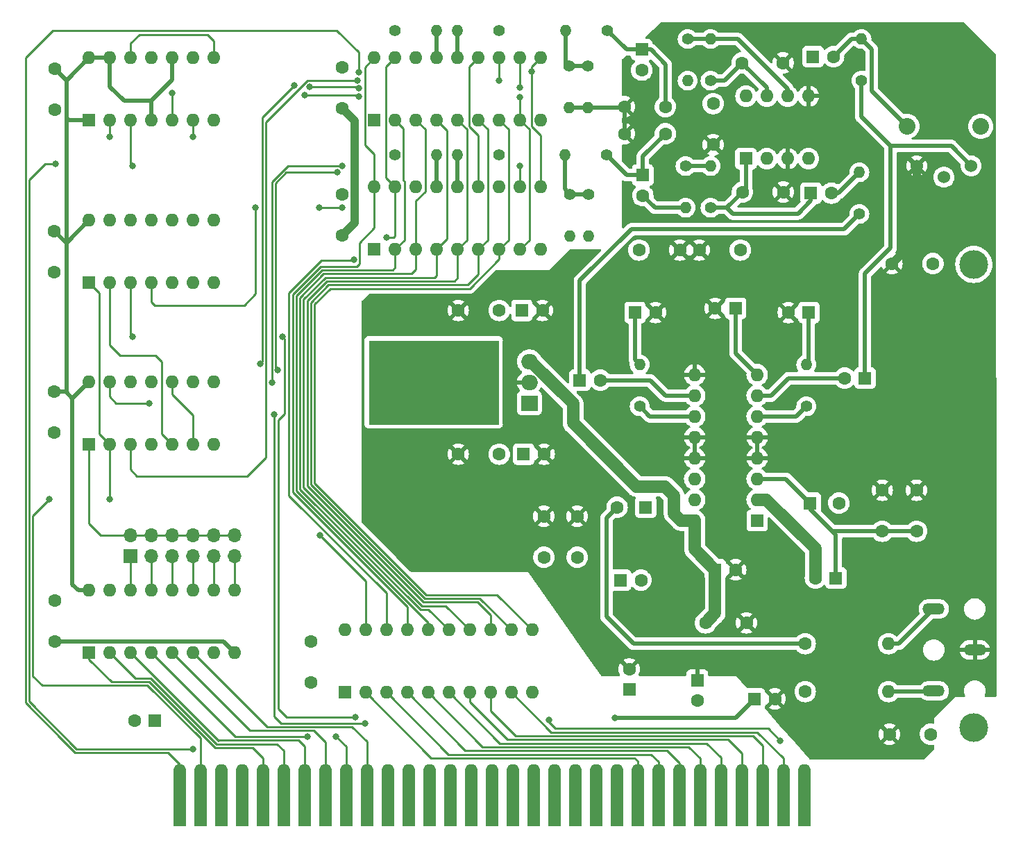
<source format=gbr>
%TF.GenerationSoftware,KiCad,Pcbnew,(6.0.11)*%
%TF.CreationDate,2023-03-03T21:19:09-07:00*%
%TF.ProjectId,ym2413-stereo-isa,796d3234-3133-42d7-9374-6572656f2d69,0*%
%TF.SameCoordinates,Original*%
%TF.FileFunction,Copper,L1,Top*%
%TF.FilePolarity,Positive*%
%FSLAX46Y46*%
G04 Gerber Fmt 4.6, Leading zero omitted, Abs format (unit mm)*
G04 Created by KiCad (PCBNEW (6.0.11)) date 2023-03-03 21:19:09*
%MOMM*%
%LPD*%
G01*
G04 APERTURE LIST*
G04 Aperture macros list*
%AMFreePoly0*
4,1,18,0.134939,4.178957,0.303847,4.127800,0.456456,4.039157,0.584580,3.917785,0.681346,3.770192,0.741562,3.604298,0.762000,3.429000,0.762000,-3.429000,-0.762000,-3.429000,-0.762000,3.429000,-0.756157,3.523184,-0.714209,3.694612,-0.633949,3.851791,-0.519683,3.986292,-0.377540,4.090897,-0.215144,4.159997,-0.041208,4.189885,0.134939,4.178957,0.134939,4.178957,$1*%
G04 Aperture macros list end*
%TA.AperFunction,EtchedComponent*%
%ADD10C,0.120000*%
%TD*%
%TA.AperFunction,ComponentPad*%
%ADD11C,1.600000*%
%TD*%
%TA.AperFunction,ComponentPad*%
%ADD12C,1.400000*%
%TD*%
%TA.AperFunction,ComponentPad*%
%ADD13O,1.400000X1.400000*%
%TD*%
%TA.AperFunction,ComponentPad*%
%ADD14R,1.600000X1.600000*%
%TD*%
%TA.AperFunction,ConnectorPad*%
%ADD15FreePoly0,0.000000*%
%TD*%
%TA.AperFunction,ComponentPad*%
%ADD16O,1.600000X1.600000*%
%TD*%
%TA.AperFunction,ComponentPad*%
%ADD17C,3.500000*%
%TD*%
%TA.AperFunction,ComponentPad*%
%ADD18R,2.000000X1.905000*%
%TD*%
%TA.AperFunction,ComponentPad*%
%ADD19O,2.000000X1.905000*%
%TD*%
%TA.AperFunction,ComponentPad*%
%ADD20C,1.524000*%
%TD*%
%TA.AperFunction,ComponentPad*%
%ADD21C,2.032000*%
%TD*%
%TA.AperFunction,ComponentPad*%
%ADD22O,2.700000X1.350000*%
%TD*%
%TA.AperFunction,ComponentPad*%
%ADD23R,1.700000X1.700000*%
%TD*%
%TA.AperFunction,ComponentPad*%
%ADD24O,1.700000X1.700000*%
%TD*%
%TA.AperFunction,ViaPad*%
%ADD25C,0.800000*%
%TD*%
%TA.AperFunction,Conductor*%
%ADD26C,0.500000*%
%TD*%
%TA.AperFunction,Conductor*%
%ADD27C,1.000000*%
%TD*%
%TA.AperFunction,Conductor*%
%ADD28C,0.250000*%
%TD*%
%TA.AperFunction,Conductor*%
%ADD29C,1.500000*%
%TD*%
G04 APERTURE END LIST*
D10*
%TO.C,IC10*%
X116335889Y-88392000D02*
X132083889Y-88392000D01*
X132083889Y-88392000D02*
X132083889Y-78232000D01*
X132083889Y-78232000D02*
X116335889Y-78232000D01*
X116335889Y-78232000D02*
X116335889Y-88392000D01*
G36*
X116335889Y-88392000D02*
G01*
X132083889Y-88392000D01*
X132083889Y-78232000D01*
X116335889Y-78232000D01*
X116335889Y-88392000D01*
G37*
%TD*%
D11*
%TO.P,C43,1*%
%TO.N,Net-(C43-Pad1)*%
X185126000Y-68834000D03*
%TO.P,C43,2*%
%TO.N,GNDA*%
X180126000Y-68834000D03*
%TD*%
%TO.P,C8,1*%
%TO.N,Net-(IC4-Pad1)*%
X161878000Y-60110379D03*
%TO.P,C8,2*%
%TO.N,GNDA*%
X166878000Y-60110379D03*
%TD*%
D12*
%TO.P,R5,1*%
%TO.N,Net-(R10-Pad2)*%
X132207000Y-40425379D03*
D13*
%TO.P,R5,2*%
%TO.N,/MO_R*%
X127127000Y-40425379D03*
%TD*%
D11*
%TO.P,C3,1*%
%TO.N,Net-(C3-Pad1)*%
X152487000Y-49696379D03*
%TO.P,C3,2*%
%TO.N,GNDA*%
X147487000Y-49696379D03*
%TD*%
%TO.P,C19,1*%
%TO.N,VCC*%
X77958000Y-64853600D03*
%TO.P,C19,2*%
%TO.N,GND*%
X77958000Y-69853600D03*
%TD*%
D14*
%TO.P,C34,1*%
%TO.N,Net-(IC1-Pad3)*%
X173290113Y-107188000D03*
D11*
%TO.P,C34,2*%
%TO.N,Net-(IC1-Pad2)*%
X170790113Y-107188000D03*
%TD*%
D15*
%TO.P,BUS1,32,IO*%
%TO.N,unconnected-(BUS1-Pad32)*%
X169403000Y-134097000D03*
%TO.P,BUS1,33,DB7*%
%TO.N,/D7*%
X166863000Y-134097000D03*
%TO.P,BUS1,34,DB6*%
%TO.N,/D6*%
X164323000Y-134097000D03*
%TO.P,BUS1,35,DB5*%
%TO.N,/D5*%
X161783000Y-134097000D03*
%TO.P,BUS1,36,DB4*%
%TO.N,/D4*%
X159243000Y-134097000D03*
%TO.P,BUS1,37,DB3*%
%TO.N,/D3*%
X156703000Y-134097000D03*
%TO.P,BUS1,38,DB2*%
%TO.N,/D2*%
X154163000Y-134097000D03*
%TO.P,BUS1,39,DB1*%
%TO.N,/D1*%
X151623000Y-134097000D03*
%TO.P,BUS1,40,DB0*%
%TO.N,/D0*%
X149083000Y-134097000D03*
%TO.P,BUS1,41,IO_READY*%
%TO.N,unconnected-(BUS1-Pad41)*%
X146543000Y-134097000D03*
%TO.P,BUS1,42,AEN*%
%TO.N,unconnected-(BUS1-Pad42)*%
X144003000Y-134097000D03*
%TO.P,BUS1,43,BA19*%
%TO.N,unconnected-(BUS1-Pad43)*%
X141463000Y-134097000D03*
%TO.P,BUS1,44,BA18*%
%TO.N,unconnected-(BUS1-Pad44)*%
X138923000Y-134097000D03*
%TO.P,BUS1,45,BA17*%
%TO.N,unconnected-(BUS1-Pad45)*%
X136383000Y-134097000D03*
%TO.P,BUS1,46,BA16*%
%TO.N,unconnected-(BUS1-Pad46)*%
X133843000Y-134097000D03*
%TO.P,BUS1,47,BA15*%
%TO.N,unconnected-(BUS1-Pad47)*%
X131303000Y-134097000D03*
%TO.P,BUS1,48,BA14*%
%TO.N,unconnected-(BUS1-Pad48)*%
X128763000Y-134097000D03*
%TO.P,BUS1,49,BA13*%
%TO.N,unconnected-(BUS1-Pad49)*%
X126223000Y-134097000D03*
%TO.P,BUS1,50,BA12*%
%TO.N,unconnected-(BUS1-Pad50)*%
X123683000Y-134097000D03*
%TO.P,BUS1,51,BA11*%
%TO.N,unconnected-(BUS1-Pad51)*%
X121143000Y-134097000D03*
%TO.P,BUS1,52,BA10*%
%TO.N,unconnected-(BUS1-Pad52)*%
X118603000Y-134097000D03*
%TO.P,BUS1,53,BA09*%
%TO.N,/A9*%
X116063000Y-134097000D03*
%TO.P,BUS1,54,BA08*%
%TO.N,/A8*%
X113523000Y-134097000D03*
%TO.P,BUS1,55,BA07*%
%TO.N,/A7*%
X110983000Y-134097000D03*
%TO.P,BUS1,56,BA06*%
%TO.N,/A6*%
X108443000Y-134097000D03*
%TO.P,BUS1,57,BA05*%
%TO.N,/A5*%
X105903000Y-134097000D03*
%TO.P,BUS1,58,BA04*%
%TO.N,/A4*%
X103363000Y-134097000D03*
%TO.P,BUS1,59,BA03*%
%TO.N,unconnected-(BUS1-Pad59)*%
X100823000Y-134097000D03*
%TO.P,BUS1,60,BA02*%
%TO.N,unconnected-(BUS1-Pad60)*%
X98283000Y-134097000D03*
%TO.P,BUS1,61,BA01*%
%TO.N,/A1*%
X95743000Y-134097000D03*
%TO.P,BUS1,62,BA00*%
%TO.N,/A0*%
X93203000Y-134097000D03*
%TD*%
D14*
%TO.P,IC9,1,~{R}*%
%TO.N,VCC*%
X82184000Y-51337379D03*
D16*
%TO.P,IC9,2,D*%
%TO.N,Net-(IC9-Pad2)*%
X84724000Y-51337379D03*
%TO.P,IC9,3,C*%
%TO.N,/ISA_CLK*%
X87264000Y-51337379D03*
%TO.P,IC9,4,~{S}*%
%TO.N,VCC*%
X89804000Y-51337379D03*
%TO.P,IC9,5,Q*%
%TO.N,Net-(IC9-Pad5)*%
X92344000Y-51337379D03*
%TO.P,IC9,6,~{Q}*%
%TO.N,Net-(IC9-Pad2)*%
X94884000Y-51337379D03*
%TO.P,IC9,7,GND*%
%TO.N,GND*%
X97424000Y-51337379D03*
%TO.P,IC9,8,~{Q}*%
%TO.N,Net-(IC9-Pad12)*%
X97424000Y-43717379D03*
%TO.P,IC9,9,Q*%
%TO.N,/FM_CLK*%
X94884000Y-43717379D03*
%TO.P,IC9,10,~{S}*%
%TO.N,VCC*%
X92344000Y-43717379D03*
%TO.P,IC9,11,C*%
%TO.N,Net-(IC9-Pad5)*%
X89804000Y-43717379D03*
%TO.P,IC9,12,D*%
%TO.N,Net-(IC9-Pad12)*%
X87264000Y-43717379D03*
%TO.P,IC9,13,~{R}*%
%TO.N,VCC*%
X84724000Y-43717379D03*
%TO.P,IC9,14,VCC*%
X82184000Y-43717379D03*
%TD*%
D11*
%TO.P,C14,1*%
%TO.N,+5VA*%
X113055400Y-60404379D03*
%TO.P,C14,2*%
%TO.N,GNDA*%
X113055400Y-65404379D03*
%TD*%
D12*
%TO.P,R8,1*%
%TO.N,Net-(R10-Pad2)*%
X143002000Y-44743379D03*
D13*
%TO.P,R8,2*%
%TO.N,GNDA*%
X143002000Y-49823379D03*
%TD*%
D12*
%TO.P,R11,1*%
%TO.N,Net-(IC4-Pad2)*%
X154940000Y-56935379D03*
D13*
%TO.P,R11,2*%
%TO.N,Net-(C4-Pad2)*%
X154940000Y-62015379D03*
%TD*%
D14*
%TO.P,C40,1*%
%TO.N,Net-(IC1-Pad14)*%
X150087651Y-98552000D03*
D11*
%TO.P,C40,2*%
%TO.N,Net-(C40-Pad2)*%
X146587651Y-98552000D03*
%TD*%
D14*
%TO.P,C31,1*%
%TO.N,GNDA*%
X156387800Y-119634000D03*
D11*
%TO.P,C31,2*%
%TO.N,-12VA*%
X156387800Y-122134000D03*
%TD*%
D12*
%TO.P,R3,1*%
%TO.N,Net-(R1-Pad1)*%
X132207000Y-55538379D03*
D13*
%TO.P,R3,2*%
%TO.N,/MO_L*%
X127127000Y-55538379D03*
%TD*%
D11*
%TO.P,C29,1*%
%TO.N,GNDA*%
X156631000Y-67183000D03*
%TO.P,C29,2*%
%TO.N,-12VA*%
X161631000Y-67183000D03*
%TD*%
D17*
%TO.P,H1,1,1*%
%TO.N,Net-(C42-Pad1)*%
X190104000Y-125461000D03*
%TO.P,H1,2,2*%
%TO.N,Net-(C43-Pad1)*%
X190104000Y-68946000D03*
%TD*%
D14*
%TO.P,C7,1*%
%TO.N,+12VA*%
X135192888Y-92075000D03*
D11*
%TO.P,C7,2*%
%TO.N,GNDA*%
X137692888Y-92075000D03*
%TD*%
%TO.P,C32,1*%
%TO.N,VCC*%
X77978000Y-109895000D03*
%TO.P,C32,2*%
%TO.N,GND*%
X77978000Y-114895000D03*
%TD*%
%TO.P,C9,1*%
%TO.N,Net-(IC4-Pad7)*%
X161838000Y-44362379D03*
%TO.P,C9,2*%
%TO.N,GNDA*%
X166838000Y-44362379D03*
%TD*%
D14*
%TO.P,C23,1*%
%TO.N,Net-(C23-Pad1)*%
X169988113Y-74803000D03*
D11*
%TO.P,C23,2*%
%TO.N,GNDA*%
X167488113Y-74803000D03*
%TD*%
%TO.P,C20,1*%
%TO.N,+9VA*%
X132211889Y-74549000D03*
%TO.P,C20,2*%
%TO.N,GNDA*%
X127211889Y-74549000D03*
%TD*%
D12*
%TO.P,R7,1*%
%TO.N,Net-(R1-Pad1)*%
X143129000Y-60364379D03*
D13*
%TO.P,R7,2*%
%TO.N,GNDA*%
X143129000Y-65444379D03*
%TD*%
D11*
%TO.P,L2,1*%
%TO.N,Net-(C41-Pad2)*%
X169545000Y-121031000D03*
D16*
%TO.P,L2,2*%
%TO.N,Net-(J2-Pad3)*%
X179705000Y-121031000D03*
%TD*%
D11*
%TO.P,C37,1*%
%TO.N,VCC*%
X109220000Y-114962000D03*
%TO.P,C37,2*%
%TO.N,GND*%
X109220000Y-119962000D03*
%TD*%
D14*
%TO.P,IC1,1,BRIDGE*%
%TO.N,unconnected-(IC1-Pad1)*%
X163683000Y-100173000D03*
D16*
%TO.P,IC1,2,OUT.2*%
%TO.N,Net-(IC1-Pad2)*%
X163683000Y-97633000D03*
%TO.P,IC1,3,BOOT.2*%
%TO.N,Net-(IC1-Pad3)*%
X163683000Y-95093000D03*
%TO.P,IC1,4,GND_2*%
%TO.N,GNDA*%
X163683000Y-92553000D03*
%TO.P,IC1,5,GND_3*%
X163683000Y-90013000D03*
%TO.P,IC1,6,FDBK*%
%TO.N,Net-(IC1-Pad6)*%
X163683000Y-87473000D03*
%TO.P,IC1,7,IN.2(+)*%
%TO.N,Net-(IC1-Pad7)*%
X163683000Y-84933000D03*
%TO.P,IC1,8,SVR*%
%TO.N,Net-(IC1-Pad8)*%
X163683000Y-82393000D03*
%TO.P,IC1,9,GND(SUB)*%
%TO.N,GNDA*%
X156063000Y-82393000D03*
%TO.P,IC1,10,IN.1(+)*%
%TO.N,Net-(IC1-Pad10)*%
X156063000Y-84933000D03*
%TO.P,IC1,11,FDBK_2*%
%TO.N,Net-(IC1-Pad11)*%
X156063000Y-87473000D03*
%TO.P,IC1,12,GND_4*%
%TO.N,GNDA*%
X156063000Y-90013000D03*
%TO.P,IC1,13,GND*%
X156063000Y-92553000D03*
%TO.P,IC1,14,BOOT.1*%
%TO.N,Net-(IC1-Pad14)*%
X156063000Y-95093000D03*
%TO.P,IC1,15,OUT.1*%
%TO.N,Net-(IC1-Pad15)*%
X156063000Y-97633000D03*
%TO.P,IC1,16,+VS*%
%TO.N,+9VA*%
X156063000Y-100173000D03*
%TD*%
D12*
%TO.P,R15,1*%
%TO.N,Net-(C17-Pad1)*%
X176149000Y-62777379D03*
D13*
%TO.P,R15,2*%
%TO.N,Net-(C10-Pad2)*%
X176149000Y-57697379D03*
%TD*%
D14*
%TO.P,C1,1*%
%TO.N,VCC*%
X90232113Y-124587000D03*
D11*
%TO.P,C1,2*%
%TO.N,GND*%
X87732113Y-124587000D03*
%TD*%
D18*
%TO.P,IC10,1,VI*%
%TO.N,+12VA*%
X135893889Y-85852000D03*
D19*
%TO.P,IC10,2,GND*%
%TO.N,GNDA*%
X135893889Y-83312000D03*
%TO.P,IC10,3,VO*%
%TO.N,+9VA*%
X135893889Y-80772000D03*
%TD*%
D12*
%TO.P,R17,1*%
%TO.N,Net-(IC1-Pad11)*%
X149352000Y-86233000D03*
D13*
%TO.P,R17,2*%
%TO.N,Net-(C21-Pad1)*%
X149352000Y-81153000D03*
%TD*%
D14*
%TO.P,C27,1*%
%TO.N,Net-(IC1-Pad8)*%
X161053225Y-74295000D03*
D11*
%TO.P,C27,2*%
%TO.N,GNDA*%
X158553225Y-74295000D03*
%TD*%
%TO.P,C42,1*%
%TO.N,Net-(C42-Pad1)*%
X184832000Y-126238000D03*
%TO.P,C42,2*%
%TO.N,GNDA*%
X179832000Y-126238000D03*
%TD*%
D20*
%TO.P,RV1,1,1*%
%TO.N,GNDA*%
X183137998Y-56917402D03*
D21*
%TO.P,RV1,2A,2A*%
%TO.N,Net-(C10-Pad2)*%
X190961400Y-52094000D03*
%TO.P,RV1,2B,2B*%
%TO.N,Net-(C11-Pad2)*%
X181961400Y-52094000D03*
D20*
%TO.P,RV1,3A,3A*%
%TO.N,Net-(C17-Pad1)*%
X186461400Y-58294000D03*
%TO.P,RV1,3B,3B*%
%TO.N,Net-(C18-Pad1)*%
X189784802Y-56917402D03*
%TD*%
D11*
%TO.P,C26,1*%
%TO.N,+9VA*%
X157393000Y-112649000D03*
%TO.P,C26,2*%
%TO.N,GNDA*%
X162393000Y-112649000D03*
%TD*%
D14*
%TO.P,C41,1*%
%TO.N,Net-(IC1-Pad3)*%
X170148698Y-98044000D03*
D11*
%TO.P,C41,2*%
%TO.N,Net-(C41-Pad2)*%
X173648698Y-98044000D03*
%TD*%
D14*
%TO.P,C4,1*%
%TO.N,Net-(C2-Pad1)*%
X149733000Y-58039000D03*
D11*
%TO.P,C4,2*%
%TO.N,Net-(C4-Pad2)*%
X149733000Y-60539000D03*
%TD*%
D12*
%TO.P,R13,1*%
%TO.N,Net-(IC4-Pad1)*%
X157988000Y-62015379D03*
D13*
%TO.P,R13,2*%
%TO.N,Net-(IC4-Pad2)*%
X157988000Y-56935379D03*
%TD*%
D22*
%TO.P,J2,1*%
%TO.N,GNDA*%
X190230000Y-115951000D03*
%TO.P,J2,2*%
%TO.N,Net-(J2-Pad2)*%
X185230000Y-110951000D03*
%TO.P,J2,3*%
%TO.N,Net-(J2-Pad3)*%
X185230000Y-120951000D03*
%TD*%
D12*
%TO.P,R14,1*%
%TO.N,Net-(IC4-Pad7)*%
X157988000Y-46521379D03*
D13*
%TO.P,R14,2*%
%TO.N,Net-(IC4-Pad6)*%
X157988000Y-41441379D03*
%TD*%
D14*
%TO.P,C18,1*%
%TO.N,Net-(C18-Pad1)*%
X176846113Y-82804000D03*
D11*
%TO.P,C18,2*%
%TO.N,Net-(IC1-Pad7)*%
X174346113Y-82804000D03*
%TD*%
%TO.P,L1,1*%
%TO.N,Net-(C40-Pad2)*%
X169545000Y-115189000D03*
D16*
%TO.P,L1,2*%
%TO.N,Net-(J2-Pad2)*%
X179705000Y-115189000D03*
%TD*%
D14*
%TO.P,C33,1*%
%TO.N,Net-(IC1-Pad14)*%
X147003888Y-107442000D03*
D11*
%TO.P,C33,2*%
%TO.N,Net-(IC1-Pad15)*%
X149503888Y-107442000D03*
%TD*%
D14*
%TO.P,C30,1*%
%TO.N,+12VA*%
X148082000Y-120792067D03*
D11*
%TO.P,C30,2*%
%TO.N,GNDA*%
X148082000Y-118292067D03*
%TD*%
D12*
%TO.P,R18,1*%
%TO.N,Net-(IC1-Pad6)*%
X169672000Y-86233000D03*
D13*
%TO.P,R18,2*%
%TO.N,Net-(C23-Pad1)*%
X169672000Y-81153000D03*
%TD*%
D14*
%TO.P,C6,1*%
%TO.N,+5VA*%
X163349664Y-121920000D03*
D11*
%TO.P,C6,2*%
%TO.N,GNDA*%
X165849664Y-121920000D03*
%TD*%
D14*
%TO.P,IC6,1,A0*%
%TO.N,/A4*%
X82184000Y-116322000D03*
D16*
%TO.P,IC6,2,A1*%
%TO.N,/A5*%
X84724000Y-116322000D03*
%TO.P,IC6,3,A2*%
%TO.N,/A6*%
X87264000Y-116322000D03*
%TO.P,IC6,4,E1*%
%TO.N,/A8*%
X89804000Y-116322000D03*
%TO.P,IC6,5,E2*%
%TO.N,/A7*%
X92344000Y-116322000D03*
%TO.P,IC6,6,E3*%
%TO.N,/A9*%
X94884000Y-116322000D03*
%TO.P,IC6,7,O7*%
%TO.N,unconnected-(IC6-Pad7)*%
X97424000Y-116322000D03*
%TO.P,IC6,8,GND*%
%TO.N,GND*%
X99964000Y-116322000D03*
%TO.P,IC6,9,O6*%
%TO.N,Net-(IC6-Pad9)*%
X99964000Y-108702000D03*
%TO.P,IC6,10,O5*%
%TO.N,Net-(IC6-Pad10)*%
X97424000Y-108702000D03*
%TO.P,IC6,11,O4*%
%TO.N,Net-(IC6-Pad11)*%
X94884000Y-108702000D03*
%TO.P,IC6,12,O3*%
%TO.N,Net-(IC6-Pad12)*%
X92344000Y-108702000D03*
%TO.P,IC6,13,O2*%
%TO.N,Net-(IC6-Pad13)*%
X89804000Y-108702000D03*
%TO.P,IC6,14,O1*%
%TO.N,Net-(IC6-Pad14)*%
X87264000Y-108702000D03*
%TO.P,IC6,15,O0*%
%TO.N,unconnected-(IC6-Pad15)*%
X84724000Y-108702000D03*
%TO.P,IC6,16,VCC*%
%TO.N,VCC*%
X82184000Y-108702000D03*
%TD*%
D14*
%TO.P,C10,1*%
%TO.N,Net-(IC4-Pad1)*%
X170244888Y-60237379D03*
D11*
%TO.P,C10,2*%
%TO.N,Net-(C10-Pad2)*%
X172744888Y-60237379D03*
%TD*%
%TO.P,C38,1*%
%TO.N,Net-(IC1-Pad14)*%
X137668000Y-104648000D03*
%TO.P,C38,2*%
%TO.N,GNDA*%
X137668000Y-99648000D03*
%TD*%
D14*
%TO.P,IC4,1*%
%TO.N,Net-(IC4-Pad1)*%
X162316000Y-56036379D03*
D16*
%TO.P,IC4,2,-*%
%TO.N,Net-(IC4-Pad2)*%
X164856000Y-56036379D03*
%TO.P,IC4,3,+*%
%TO.N,GNDA*%
X167396000Y-56036379D03*
%TO.P,IC4,4,V-*%
%TO.N,-12VA*%
X169936000Y-56036379D03*
%TO.P,IC4,5,+*%
%TO.N,GNDA*%
X169936000Y-48416379D03*
%TO.P,IC4,6,-*%
%TO.N,Net-(IC4-Pad6)*%
X167396000Y-48416379D03*
%TO.P,IC4,7*%
%TO.N,Net-(IC4-Pad7)*%
X164856000Y-48416379D03*
%TO.P,IC4,8,V+*%
%TO.N,+12VA*%
X162316000Y-48416379D03*
%TD*%
D12*
%TO.P,R4,1*%
%TO.N,Net-(R1-Pad1)*%
X140843000Y-60364379D03*
D13*
%TO.P,R4,2*%
%TO.N,GNDA*%
X140843000Y-65444379D03*
%TD*%
D12*
%TO.P,R9,1*%
%TO.N,Net-(C2-Pad1)*%
X145288000Y-55538379D03*
D13*
%TO.P,R9,2*%
%TO.N,Net-(R1-Pad1)*%
X140208000Y-55538379D03*
%TD*%
D12*
%TO.P,R16,1*%
%TO.N,Net-(C18-Pad1)*%
X176403000Y-46521379D03*
D13*
%TO.P,R16,2*%
%TO.N,Net-(C11-Pad2)*%
X176403000Y-41441379D03*
%TD*%
D12*
%TO.P,R1,1*%
%TO.N,Net-(R1-Pad1)*%
X119507000Y-55538379D03*
D13*
%TO.P,R1,2*%
%TO.N,/RO_L*%
X124587000Y-55538379D03*
%TD*%
D11*
%TO.P,C36,1*%
%TO.N,Net-(IC1-Pad3)*%
X178943000Y-101473000D03*
%TO.P,C36,2*%
%TO.N,GNDA*%
X178943000Y-96473000D03*
%TD*%
D12*
%TO.P,R10,1*%
%TO.N,Net-(C3-Pad1)*%
X145415000Y-40425379D03*
D13*
%TO.P,R10,2*%
%TO.N,Net-(R10-Pad2)*%
X140335000Y-40425379D03*
%TD*%
D12*
%TO.P,R12,1*%
%TO.N,Net-(IC4-Pad6)*%
X155194000Y-41441379D03*
D13*
%TO.P,R12,2*%
%TO.N,Net-(C5-Pad2)*%
X155194000Y-46521379D03*
%TD*%
D12*
%TO.P,R2,1*%
%TO.N,Net-(R10-Pad2)*%
X119507000Y-40425379D03*
D13*
%TO.P,R2,2*%
%TO.N,/RO_R*%
X124587000Y-40425379D03*
%TD*%
D11*
%TO.P,C28,1*%
%TO.N,+12VA*%
X149265000Y-67183000D03*
%TO.P,C28,2*%
%TO.N,GNDA*%
X154265000Y-67183000D03*
%TD*%
%TO.P,C13,1*%
%TO.N,+12VA*%
X132211889Y-92075000D03*
%TO.P,C13,2*%
%TO.N,GNDA*%
X127211889Y-92075000D03*
%TD*%
D14*
%TO.P,IC5,1,A->B*%
%TO.N,/~{IOR}*%
X113365200Y-121148000D03*
D16*
%TO.P,IC5,2,A0*%
%TO.N,/D0*%
X115905200Y-121148000D03*
%TO.P,IC5,3,A1*%
%TO.N,/D1*%
X118445200Y-121148000D03*
%TO.P,IC5,4,A2*%
%TO.N,/D2*%
X120985200Y-121148000D03*
%TO.P,IC5,5,A3*%
%TO.N,/D3*%
X123525200Y-121148000D03*
%TO.P,IC5,6,A4*%
%TO.N,/D4*%
X126065200Y-121148000D03*
%TO.P,IC5,7,A5*%
%TO.N,/D5*%
X128605200Y-121148000D03*
%TO.P,IC5,8,A6*%
%TO.N,/D6*%
X131145200Y-121148000D03*
%TO.P,IC5,9,A7*%
%TO.N,/D7*%
X133685200Y-121148000D03*
%TO.P,IC5,10,GND*%
%TO.N,GND*%
X136225200Y-121148000D03*
%TO.P,IC5,11,B7*%
%TO.N,/DB7*%
X136225200Y-113528000D03*
%TO.P,IC5,12,B6*%
%TO.N,/DB6*%
X133685200Y-113528000D03*
%TO.P,IC5,13,B5*%
%TO.N,/DB5*%
X131145200Y-113528000D03*
%TO.P,IC5,14,B4*%
%TO.N,/DB4*%
X128605200Y-113528000D03*
%TO.P,IC5,15,B3*%
%TO.N,/DB3*%
X126065200Y-113528000D03*
%TO.P,IC5,16,B2*%
%TO.N,/DB2*%
X123525200Y-113528000D03*
%TO.P,IC5,17,B1*%
%TO.N,/DB1*%
X120985200Y-113528000D03*
%TO.P,IC5,18,B0*%
%TO.N,/DB0*%
X118445200Y-113528000D03*
%TO.P,IC5,19,CE*%
%TO.N,/~{CARD_SEL}*%
X115905200Y-113528000D03*
%TO.P,IC5,20,VCC*%
%TO.N,VCC*%
X113365200Y-113528000D03*
%TD*%
D11*
%TO.P,C35,1*%
%TO.N,Net-(IC1-Pad14)*%
X141732000Y-104648000D03*
%TO.P,C35,2*%
%TO.N,GNDA*%
X141732000Y-99648000D03*
%TD*%
%TO.P,C24,1*%
%TO.N,+12VA*%
X158318200Y-49328400D03*
%TO.P,C24,2*%
%TO.N,GNDA*%
X158318200Y-54328400D03*
%TD*%
D12*
%TO.P,R6,1*%
%TO.N,Net-(R10-Pad2)*%
X140716000Y-44743379D03*
D13*
%TO.P,R6,2*%
%TO.N,GNDA*%
X140716000Y-49823379D03*
%TD*%
D14*
%TO.P,IC3,1,GND*%
%TO.N,GNDA*%
X116977000Y-51337379D03*
D16*
%TO.P,IC3,2,D2*%
%TO.N,/DB2*%
X119517000Y-51337379D03*
%TO.P,IC3,3,D3*%
%TO.N,/DB3*%
X122057000Y-51337379D03*
%TO.P,IC3,4,D4*%
%TO.N,/DB4*%
X124597000Y-51337379D03*
%TO.P,IC3,5,D5*%
%TO.N,/DB5*%
X127137000Y-51337379D03*
%TO.P,IC3,6,D6*%
%TO.N,/DB6*%
X129677000Y-51337379D03*
%TO.P,IC3,7,D7*%
%TO.N,/DB7*%
X132217000Y-51337379D03*
%TO.P,IC3,8,XIN*%
%TO.N,/FM_CLK*%
X134757000Y-51337379D03*
%TO.P,IC3,9,XOUT*%
%TO.N,unconnected-(IC3-Pad9)*%
X137297000Y-51337379D03*
%TO.P,IC3,10,A0*%
%TO.N,/A0*%
X137297000Y-43717379D03*
%TO.P,IC3,11,~{WE}*%
%TO.N,/~{WE_R}*%
X134757000Y-43717379D03*
%TO.P,IC3,12,~{CS}*%
%TO.N,/~{CS_R}*%
X132217000Y-43717379D03*
%TO.P,IC3,13,~{IC}*%
%TO.N,/~{RESET}*%
X129677000Y-43717379D03*
%TO.P,IC3,14,MO*%
%TO.N,/MO_R*%
X127137000Y-43717379D03*
%TO.P,IC3,15,RO*%
%TO.N,/RO_R*%
X124597000Y-43717379D03*
%TO.P,IC3,16,VCC*%
%TO.N,+5VA*%
X122057000Y-43717379D03*
%TO.P,IC3,17,D0*%
%TO.N,/DB0*%
X119517000Y-43717379D03*
%TO.P,IC3,18,D1*%
%TO.N,/DB1*%
X116977000Y-43717379D03*
%TD*%
D11*
%TO.P,C15,1*%
%TO.N,+5VA*%
X113055400Y-44910379D03*
%TO.P,C15,2*%
%TO.N,GNDA*%
X113055400Y-49910379D03*
%TD*%
%TO.P,C2,1*%
%TO.N,Net-(C2-Pad1)*%
X152487000Y-52998379D03*
%TO.P,C2,2*%
%TO.N,GNDA*%
X147487000Y-52998379D03*
%TD*%
D14*
%TO.P,C22,1*%
%TO.N,+9VA*%
X158560887Y-106172000D03*
D11*
%TO.P,C22,2*%
%TO.N,GNDA*%
X161060887Y-106172000D03*
%TD*%
D14*
%TO.P,C5,1*%
%TO.N,Net-(C3-Pad1)*%
X149606000Y-42739621D03*
D11*
%TO.P,C5,2*%
%TO.N,Net-(C5-Pad2)*%
X149606000Y-45239621D03*
%TD*%
D14*
%TO.P,C17,1*%
%TO.N,Net-(C17-Pad1)*%
X142050888Y-83058000D03*
D11*
%TO.P,C17,2*%
%TO.N,Net-(IC1-Pad10)*%
X144550888Y-83058000D03*
%TD*%
D14*
%TO.P,C16,1*%
%TO.N,+9VA*%
X134983777Y-74549000D03*
D11*
%TO.P,C16,2*%
%TO.N,GNDA*%
X137483777Y-74549000D03*
%TD*%
D14*
%TO.P,IC8,1*%
%TO.N,/A1*%
X82164000Y-71160800D03*
D16*
%TO.P,IC8,2*%
%TO.N,/~{A1}*%
X84704000Y-71160800D03*
%TO.P,IC8,3*%
%TO.N,/RESET*%
X87244000Y-71160800D03*
%TO.P,IC8,4*%
%TO.N,/~{RESET}*%
X89784000Y-71160800D03*
%TO.P,IC8,5*%
%TO.N,GND*%
X92324000Y-71160800D03*
%TO.P,IC8,6*%
%TO.N,unconnected-(IC8-Pad6)*%
X94864000Y-71160800D03*
%TO.P,IC8,7,GND*%
%TO.N,GND*%
X97404000Y-71160800D03*
%TO.P,IC8,8*%
%TO.N,unconnected-(IC8-Pad8)*%
X97404000Y-63540800D03*
%TO.P,IC8,9*%
%TO.N,GND*%
X94864000Y-63540800D03*
%TO.P,IC8,10*%
%TO.N,unconnected-(IC8-Pad10)*%
X92324000Y-63540800D03*
%TO.P,IC8,11*%
%TO.N,GND*%
X89784000Y-63540800D03*
%TO.P,IC8,12*%
%TO.N,unconnected-(IC8-Pad12)*%
X87244000Y-63540800D03*
%TO.P,IC8,13*%
%TO.N,GND*%
X84704000Y-63540800D03*
%TO.P,IC8,14,VCC*%
%TO.N,VCC*%
X82164000Y-63540800D03*
%TD*%
D14*
%TO.P,IC2,1,GND*%
%TO.N,GNDA*%
X116977000Y-67085379D03*
D16*
%TO.P,IC2,2,D2*%
%TO.N,/DB2*%
X119517000Y-67085379D03*
%TO.P,IC2,3,D3*%
%TO.N,/DB3*%
X122057000Y-67085379D03*
%TO.P,IC2,4,D4*%
%TO.N,/DB4*%
X124597000Y-67085379D03*
%TO.P,IC2,5,D5*%
%TO.N,/DB5*%
X127137000Y-67085379D03*
%TO.P,IC2,6,D6*%
%TO.N,/DB6*%
X129677000Y-67085379D03*
%TO.P,IC2,7,D7*%
%TO.N,/DB7*%
X132217000Y-67085379D03*
%TO.P,IC2,8,XIN*%
%TO.N,/FM_CLK*%
X134757000Y-67085379D03*
%TO.P,IC2,9,XOUT*%
%TO.N,unconnected-(IC2-Pad9)*%
X137297000Y-67085379D03*
%TO.P,IC2,10,A0*%
%TO.N,/A0*%
X137297000Y-59465379D03*
%TO.P,IC2,11,~{WE}*%
%TO.N,/~{WE_L}*%
X134757000Y-59465379D03*
%TO.P,IC2,12,~{CS}*%
%TO.N,/~{CS_L}*%
X132217000Y-59465379D03*
%TO.P,IC2,13,~{IC}*%
%TO.N,/~{RESET}*%
X129677000Y-59465379D03*
%TO.P,IC2,14,MO*%
%TO.N,/MO_L*%
X127137000Y-59465379D03*
%TO.P,IC2,15,RO*%
%TO.N,/RO_L*%
X124597000Y-59465379D03*
%TO.P,IC2,16,VCC*%
%TO.N,+5VA*%
X122057000Y-59465379D03*
%TO.P,IC2,17,D0*%
%TO.N,/DB0*%
X119517000Y-59465379D03*
%TO.P,IC2,18,D1*%
%TO.N,/DB1*%
X116977000Y-59465379D03*
%TD*%
D14*
%TO.P,C21,1*%
%TO.N,Net-(C21-Pad1)*%
X148781888Y-74803000D03*
D11*
%TO.P,C21,2*%
%TO.N,GNDA*%
X151281888Y-74803000D03*
%TD*%
%TO.P,C39,1*%
%TO.N,Net-(IC1-Pad3)*%
X183134000Y-101473000D03*
%TO.P,C39,2*%
%TO.N,GNDA*%
X183134000Y-96473000D03*
%TD*%
%TO.P,C12,1*%
%TO.N,VCC*%
X77952600Y-84418800D03*
%TO.P,C12,2*%
%TO.N,GND*%
X77952600Y-89418800D03*
%TD*%
%TO.P,C25,1*%
%TO.N,VCC*%
X77978000Y-45059600D03*
%TO.P,C25,2*%
%TO.N,GND*%
X77978000Y-50059600D03*
%TD*%
D14*
%TO.P,IC7,1*%
%TO.N,/~{CARD_SEL}*%
X82158600Y-90855800D03*
D16*
%TO.P,IC7,2*%
%TO.N,/A1*%
X84698600Y-90855800D03*
%TO.P,IC7,3*%
%TO.N,/~{CS_R}*%
X87238600Y-90855800D03*
%TO.P,IC7,4*%
%TO.N,/~{CARD_SEL}*%
X89778600Y-90855800D03*
%TO.P,IC7,5*%
%TO.N,/~{A1}*%
X92318600Y-90855800D03*
%TO.P,IC7,6*%
%TO.N,/~{CS_L}*%
X94858600Y-90855800D03*
%TO.P,IC7,7,GND*%
%TO.N,GND*%
X97398600Y-90855800D03*
%TO.P,IC7,8*%
%TO.N,/~{WE_L}*%
X97398600Y-83235800D03*
%TO.P,IC7,9*%
%TO.N,/~{IOW}*%
X94858600Y-83235800D03*
%TO.P,IC7,10*%
%TO.N,/~{CS_L}*%
X92318600Y-83235800D03*
%TO.P,IC7,11*%
%TO.N,/~{WE_R}*%
X89778600Y-83235800D03*
%TO.P,IC7,12*%
%TO.N,/~{IOW}*%
X87238600Y-83235800D03*
%TO.P,IC7,13*%
%TO.N,/~{CS_L}*%
X84698600Y-83235800D03*
%TO.P,IC7,14,VCC*%
%TO.N,VCC*%
X82158600Y-83235800D03*
%TD*%
D14*
%TO.P,C11,1*%
%TO.N,Net-(IC4-Pad7)*%
X170498888Y-43600379D03*
D11*
%TO.P,C11,2*%
%TO.N,Net-(C11-Pad2)*%
X172998888Y-43600379D03*
%TD*%
D23*
%TO.P,J1,1,Pin_1*%
%TO.N,Net-(IC6-Pad14)*%
X87249000Y-104521000D03*
D24*
%TO.P,J1,2,Pin_2*%
%TO.N,/~{CARD_SEL}*%
X87249000Y-101981000D03*
%TO.P,J1,3,Pin_3*%
%TO.N,Net-(IC6-Pad13)*%
X89789000Y-104521000D03*
%TO.P,J1,4,Pin_4*%
%TO.N,/~{CARD_SEL}*%
X89789000Y-101981000D03*
%TO.P,J1,5,Pin_5*%
%TO.N,Net-(IC6-Pad12)*%
X92329000Y-104521000D03*
%TO.P,J1,6,Pin_6*%
%TO.N,/~{CARD_SEL}*%
X92329000Y-101981000D03*
%TO.P,J1,7,Pin_7*%
%TO.N,Net-(IC6-Pad11)*%
X94869000Y-104521000D03*
%TO.P,J1,8,Pin_8*%
%TO.N,/~{CARD_SEL}*%
X94869000Y-101981000D03*
%TO.P,J1,9,Pin_9*%
%TO.N,Net-(IC6-Pad10)*%
X97409000Y-104521000D03*
%TO.P,J1,10,Pin_10*%
%TO.N,/~{CARD_SEL}*%
X97409000Y-101981000D03*
%TO.P,J1,11,Pin_11*%
%TO.N,Net-(IC6-Pad9)*%
X99949000Y-104521000D03*
%TO.P,J1,12,Pin_12*%
%TO.N,/~{CARD_SEL}*%
X99949000Y-101981000D03*
%TD*%
D25*
%TO.N,/RESET*%
X87503000Y-77724000D03*
X105791000Y-77724000D03*
X138303000Y-124460000D03*
X114681000Y-124154000D03*
X166497000Y-127000000D03*
%TO.N,+5VA*%
X146304000Y-124206000D03*
%TO.N,/~{IOW}*%
X104775000Y-87249000D03*
X115824000Y-124878500D03*
%TO.N,/ISA_CLK*%
X94869000Y-128016000D03*
X78105000Y-56642000D03*
X87503000Y-56896000D03*
%TO.N,/A8*%
X112268000Y-126492000D03*
X108839000Y-126523500D03*
%TO.N,/A1*%
X84709000Y-97536000D03*
X77343000Y-97536000D03*
%TO.N,/A0*%
X115062000Y-45466000D03*
X136172000Y-45438000D03*
%TO.N,/FM_CLK*%
X115052281Y-48466299D03*
X108458000Y-48260000D03*
X134747000Y-48514000D03*
%TO.N,/~{WE_L}*%
X134747000Y-56896000D03*
X113030000Y-56896000D03*
X104483500Y-83312000D03*
%TO.N,/~{CS_L}*%
X112482500Y-57732209D03*
X105208000Y-81788000D03*
X89535000Y-85852000D03*
%TO.N,/~{RESET}*%
X113030000Y-61976000D03*
X110236000Y-61976000D03*
X102489000Y-61976000D03*
%TO.N,/DB0*%
X118491000Y-65659000D03*
X114464500Y-68358451D03*
%TO.N,/~{WE_R}*%
X115099317Y-47467904D03*
X103034500Y-81026000D03*
X134747000Y-47371000D03*
X109097299Y-47248299D03*
X107183701Y-47112701D03*
%TO.N,/~{CS_R}*%
X132207000Y-46482000D03*
X114935000Y-46482000D03*
%TO.N,/~{CARD_SEL}*%
X110363000Y-101981000D03*
%TO.N,Net-(IC9-Pad2)*%
X94869000Y-53340000D03*
X84709000Y-53340000D03*
%TO.N,Net-(IC9-Pad5)*%
X92329000Y-48006000D03*
%TD*%
D26*
%TO.N,GNDA*%
X147360000Y-49823379D02*
X147487000Y-49696379D01*
D27*
X114555400Y-51410379D02*
X113055400Y-49910379D01*
D26*
X140716000Y-49823379D02*
X143002000Y-49823379D01*
D27*
X113055400Y-65404379D02*
X114555400Y-63904379D01*
D26*
X147487000Y-49696379D02*
X147487000Y-52998379D01*
D27*
X183137998Y-65822002D02*
X180126000Y-68834000D01*
D26*
X143002000Y-49823379D02*
X147360000Y-49823379D01*
D27*
X114555400Y-63904379D02*
X114555400Y-51410379D01*
X183137998Y-56917402D02*
X183137998Y-65822002D01*
D28*
%TO.N,/RESET*%
X165031000Y-125534000D02*
X139065000Y-125534000D01*
X106045000Y-77978000D02*
X105791000Y-77724000D01*
X166497000Y-127000000D02*
X165031000Y-125534000D01*
X138303000Y-124772000D02*
X138303000Y-124460000D01*
X139065000Y-125534000D02*
X138303000Y-124772000D01*
X87244000Y-71160800D02*
X87244000Y-77465000D01*
X105225000Y-87942000D02*
X106045000Y-87122000D01*
X105225000Y-123132000D02*
X105225000Y-90228000D01*
X114681000Y-124154000D02*
X106247000Y-124154000D01*
X106247000Y-124154000D02*
X105225000Y-123132000D01*
X106045000Y-87122000D02*
X106045000Y-77978000D01*
X87244000Y-77465000D02*
X87503000Y-77724000D01*
X105225000Y-90228000D02*
X105225000Y-87942000D01*
D26*
%TO.N,+5VA*%
X161063664Y-124206000D02*
X163349664Y-121920000D01*
X146304000Y-124206000D02*
X161063664Y-124206000D01*
%TO.N,GND*%
X98537000Y-114895000D02*
X99964000Y-116322000D01*
X77978000Y-114895000D02*
X98537000Y-114895000D01*
D28*
%TO.N,/~{IOW}*%
X104775000Y-124079000D02*
X104775000Y-87249000D01*
X105574500Y-124878500D02*
X104775000Y-124079000D01*
X115824000Y-124878500D02*
X112992500Y-124878500D01*
X112992500Y-124878500D02*
X105574500Y-124878500D01*
D26*
%TO.N,VCC*%
X80889000Y-108702000D02*
X80137000Y-107950000D01*
X79418300Y-46483079D02*
X82184000Y-43717379D01*
X79298400Y-84418800D02*
X79418300Y-84538700D01*
X89804000Y-49007000D02*
X92344000Y-46467000D01*
X79418300Y-84538700D02*
X80137000Y-85257400D01*
X84724000Y-47259000D02*
X84724000Y-43717379D01*
X89804000Y-49007000D02*
X86472000Y-49007000D01*
X77978000Y-45059600D02*
X79418300Y-46499900D01*
X86472000Y-49007000D02*
X84724000Y-47259000D01*
X79658379Y-51337379D02*
X79418300Y-51097300D01*
X79418300Y-66313900D02*
X79418300Y-84538700D01*
X82184000Y-43717379D02*
X84724000Y-43717379D01*
X79418300Y-46499900D02*
X79418300Y-46483079D01*
X80137000Y-107950000D02*
X80137000Y-85257400D01*
X77952600Y-84418800D02*
X79298400Y-84418800D01*
X79418300Y-66313900D02*
X79418300Y-66286500D01*
X82184000Y-51337379D02*
X79658379Y-51337379D01*
X79418300Y-46499900D02*
X79418300Y-51097300D01*
X79418300Y-66286500D02*
X82164000Y-63540800D01*
X89804000Y-51337379D02*
X89804000Y-49007000D01*
X79418300Y-51097300D02*
X79418300Y-66286500D01*
X80137000Y-85257400D02*
X82158600Y-83235800D01*
X82184000Y-108702000D02*
X80889000Y-108702000D01*
X92344000Y-46467000D02*
X92344000Y-43717379D01*
X77958000Y-64853600D02*
X79418300Y-66313900D01*
D28*
%TO.N,/ISA_CLK*%
X74861000Y-122232000D02*
X74861000Y-58616000D01*
X94869000Y-128016000D02*
X80645000Y-128016000D01*
X76835000Y-56642000D02*
X78105000Y-56642000D01*
X80645000Y-128016000D02*
X74861000Y-122232000D01*
X87264000Y-56657000D02*
X87264000Y-51337379D01*
X87503000Y-56896000D02*
X87264000Y-56657000D01*
X74861000Y-58616000D02*
X76835000Y-56642000D01*
%TO.N,/D7*%
X163703000Y-125984000D02*
X166863000Y-129144000D01*
X138521200Y-125984000D02*
X163703000Y-125984000D01*
X166863000Y-129144000D02*
X166863000Y-134097000D01*
X133685200Y-121148000D02*
X138521200Y-125984000D01*
%TO.N,/D6*%
X163137000Y-126434000D02*
X164323000Y-127620000D01*
X164323000Y-127620000D02*
X164323000Y-134097000D01*
X134181000Y-126434000D02*
X163137000Y-126434000D01*
X131145200Y-121148000D02*
X131145200Y-123398200D01*
X131145200Y-123398200D02*
X134181000Y-126434000D01*
%TO.N,/D5*%
X128605200Y-122279370D02*
X133209830Y-126884000D01*
X133209830Y-126884000D02*
X160147000Y-126884000D01*
X160147000Y-126884000D02*
X161783000Y-128520000D01*
X128605200Y-121148000D02*
X128605200Y-122279370D01*
X161783000Y-128520000D02*
X161783000Y-134097000D01*
%TO.N,/D4*%
X126065200Y-121148000D02*
X132251200Y-127334000D01*
X132251200Y-127334000D02*
X157480000Y-127334000D01*
X159243000Y-129097000D02*
X159243000Y-134097000D01*
X157480000Y-127334000D02*
X159243000Y-129097000D01*
%TO.N,/D3*%
X156703000Y-129144000D02*
X156703000Y-134097000D01*
X130161200Y-127784000D02*
X155343000Y-127784000D01*
X155343000Y-127784000D02*
X156703000Y-129144000D01*
X123525200Y-121148000D02*
X130161200Y-127784000D01*
%TO.N,/D2*%
X128071200Y-128234000D02*
X152654000Y-128234000D01*
X154163000Y-129743000D02*
X154163000Y-134097000D01*
X120985200Y-121148000D02*
X128071200Y-128234000D01*
X152654000Y-128234000D02*
X154163000Y-129743000D01*
%TO.N,/D1*%
X151623000Y-134097000D02*
X151623000Y-129558000D01*
X150749000Y-128684000D02*
X125981200Y-128684000D01*
X151623000Y-129558000D02*
X150749000Y-128684000D01*
X125981200Y-128684000D02*
X118445200Y-121148000D01*
%TO.N,/D0*%
X148717000Y-129134000D02*
X149083000Y-129500000D01*
X123891200Y-129134000D02*
X148717000Y-129134000D01*
X115905200Y-121148000D02*
X123891200Y-129134000D01*
X149083000Y-129500000D02*
X149083000Y-134097000D01*
%TO.N,/A9*%
X94884000Y-116322000D02*
X103911000Y-125349000D01*
X103931500Y-125328500D02*
X114279500Y-125328500D01*
X114279500Y-125328500D02*
X116063000Y-127112000D01*
X116063000Y-127112000D02*
X116063000Y-134097000D01*
X103911000Y-125349000D02*
X103931500Y-125328500D01*
%TO.N,/A8*%
X113523000Y-127747000D02*
X113523000Y-134097000D01*
X89804000Y-116322000D02*
X99593000Y-126111000D01*
X112268000Y-126492000D02*
X113523000Y-127747000D01*
X99593000Y-126111000D02*
X100005500Y-126523500D01*
X100005500Y-126523500D02*
X108839000Y-126523500D01*
%TO.N,/A7*%
X92344000Y-116322000D02*
X101821000Y-125799000D01*
X109543000Y-125799000D02*
X110983000Y-127239000D01*
X110983000Y-127239000D02*
X110983000Y-134097000D01*
X101821000Y-125799000D02*
X109543000Y-125799000D01*
%TO.N,/A6*%
X87264000Y-116322000D02*
X97942000Y-127000000D01*
X97942000Y-127000000D02*
X97968500Y-126973500D01*
X108443000Y-127720500D02*
X108443000Y-134097000D01*
X97968500Y-126973500D02*
X107696000Y-126973500D01*
X107696000Y-126973500D02*
X108443000Y-127720500D01*
%TO.N,/A5*%
X89685604Y-119380000D02*
X97755604Y-127450000D01*
X84724000Y-116322000D02*
X87782000Y-119380000D01*
X97755604Y-127450000D02*
X105098000Y-127450000D01*
X105903000Y-128255000D02*
X105903000Y-134097000D01*
X105098000Y-127450000D02*
X105903000Y-128255000D01*
X87782000Y-119380000D02*
X89685604Y-119380000D01*
%TO.N,/A4*%
X102119000Y-127900000D02*
X97547000Y-127900000D01*
X84905000Y-119830000D02*
X82184000Y-117109000D01*
X103363000Y-129144000D02*
X102119000Y-127900000D01*
X89477000Y-119830000D02*
X84905000Y-119830000D01*
X103363000Y-134097000D02*
X103363000Y-129144000D01*
X82184000Y-117109000D02*
X82184000Y-116322000D01*
X97547000Y-127900000D02*
X89477000Y-119830000D01*
%TO.N,/A1*%
X89290604Y-120280000D02*
X76465000Y-120280000D01*
X84698600Y-90855800D02*
X83439000Y-89596200D01*
X95743000Y-134097000D02*
X95743000Y-126732396D01*
X75311000Y-99568000D02*
X77343000Y-97536000D01*
X83439000Y-89596200D02*
X83439000Y-72435800D01*
X84698600Y-97525600D02*
X84698600Y-90855800D01*
X95743000Y-126732396D02*
X89290604Y-120280000D01*
X76465000Y-120280000D02*
X75311000Y-119126000D01*
X84709000Y-97536000D02*
X84698600Y-97525600D01*
X75311000Y-119126000D02*
X75311000Y-116078000D01*
X83439000Y-72435800D02*
X82164000Y-71160800D01*
X75311000Y-116078000D02*
X75311000Y-99568000D01*
%TO.N,/A0*%
X136172000Y-52098000D02*
X137297000Y-53223000D01*
X80458604Y-128466000D02*
X78929802Y-126937198D01*
X74411000Y-43699000D02*
X77724000Y-40386000D01*
X115062000Y-43053000D02*
X115062000Y-45466000D01*
X136172000Y-45438000D02*
X136172000Y-52098000D01*
X136172000Y-44842379D02*
X136172000Y-45438000D01*
X93203000Y-134097000D02*
X93203000Y-129906000D01*
X78929802Y-126937198D02*
X74411000Y-122418396D01*
X112395000Y-40386000D02*
X115062000Y-43053000D01*
X91763000Y-128466000D02*
X80458604Y-128466000D01*
X93203000Y-129906000D02*
X91763000Y-128466000D01*
X137297000Y-43717379D02*
X136172000Y-44842379D01*
X74411000Y-51319000D02*
X74411000Y-43699000D01*
X74411000Y-122418396D02*
X74411000Y-51319000D01*
X137297000Y-53223000D02*
X137297000Y-59465379D01*
X77724000Y-40386000D02*
X112395000Y-40386000D01*
D26*
%TO.N,Net-(C2-Pad1)*%
X147788621Y-58039000D02*
X149733000Y-58039000D01*
X149733000Y-55752379D02*
X149733000Y-58039000D01*
X152487000Y-52998379D02*
X149733000Y-55752379D01*
X145288000Y-55538379D02*
X147788621Y-58039000D01*
%TO.N,Net-(C3-Pad1)*%
X150689621Y-42739621D02*
X152527000Y-44577000D01*
X152487000Y-44617000D02*
X152487000Y-49696379D01*
X145415000Y-40425379D02*
X147729242Y-42739621D01*
X147729242Y-42739621D02*
X149606000Y-42739621D01*
X149606000Y-42739621D02*
X150689621Y-42739621D01*
X152527000Y-44577000D02*
X152487000Y-44617000D01*
%TO.N,Net-(C4-Pad2)*%
X151209379Y-62015379D02*
X154940000Y-62015379D01*
X149733000Y-60539000D02*
X151209379Y-62015379D01*
%TO.N,Net-(IC4-Pad1)*%
X160695621Y-62738000D02*
X159973000Y-62015379D01*
X170244888Y-61149112D02*
X168656000Y-62738000D01*
X168656000Y-62738000D02*
X160695621Y-62738000D01*
X159973000Y-62015379D02*
X161878000Y-60110379D01*
X170244888Y-60237379D02*
X170244888Y-61149112D01*
X157988000Y-62015379D02*
X159973000Y-62015379D01*
X162316000Y-56036379D02*
X162316000Y-59672379D01*
X162316000Y-59672379D02*
X161878000Y-60110379D01*
%TO.N,Net-(IC4-Pad7)*%
X161838000Y-44362379D02*
X164856000Y-47380379D01*
X157988000Y-46521379D02*
X159679000Y-46521379D01*
X164856000Y-47380379D02*
X164856000Y-48416379D01*
X159679000Y-46521379D02*
X161838000Y-44362379D01*
%TO.N,Net-(C10-Pad2)*%
X172744888Y-60237379D02*
X173609000Y-60237379D01*
X173609000Y-60237379D02*
X176149000Y-57697379D01*
%TO.N,Net-(C11-Pad2)*%
X181961400Y-52094000D02*
X177673000Y-47805600D01*
X177673000Y-42711379D02*
X176403000Y-41441379D01*
X177673000Y-47805600D02*
X177673000Y-42711379D01*
X175157888Y-41441379D02*
X176403000Y-41441379D01*
X172998888Y-43600379D02*
X175157888Y-41441379D01*
D29*
%TO.N,+9VA*%
X141224000Y-88265000D02*
X148971000Y-96012000D01*
X154402000Y-100173000D02*
X156063000Y-100173000D01*
X156063000Y-103674113D02*
X158560887Y-106172000D01*
X136091930Y-80772000D02*
X141224000Y-85904070D01*
X153543000Y-97155000D02*
X153543000Y-99314000D01*
X153543000Y-99314000D02*
X154402000Y-100173000D01*
X152400000Y-96012000D02*
X153543000Y-97155000D01*
X158560887Y-106172000D02*
X158560887Y-111481113D01*
X156063000Y-100173000D02*
X156063000Y-103674113D01*
X148971000Y-96012000D02*
X152400000Y-96012000D01*
X158560887Y-111481113D02*
X157393000Y-112649000D01*
X135893889Y-80772000D02*
X136091930Y-80772000D01*
X141224000Y-85904070D02*
X141224000Y-88265000D01*
D26*
%TO.N,Net-(C17-Pad1)*%
X174283379Y-64643000D02*
X176149000Y-62777379D01*
X148336000Y-64643000D02*
X174283379Y-64643000D01*
X142050888Y-83058000D02*
X142050888Y-70928112D01*
X142050888Y-70928112D02*
X148336000Y-64643000D01*
%TO.N,Net-(IC1-Pad10)*%
X152497000Y-84933000D02*
X156063000Y-84933000D01*
X150622000Y-83058000D02*
X152497000Y-84933000D01*
X144550888Y-83058000D02*
X150622000Y-83058000D01*
%TO.N,Net-(C18-Pad1)*%
X176403000Y-46521379D02*
X176403000Y-50927000D01*
X187350400Y-54483000D02*
X189784802Y-56917402D01*
X179959000Y-54483000D02*
X187350400Y-54483000D01*
X176846113Y-70041887D02*
X176846113Y-82804000D01*
X179959000Y-66929000D02*
X176846113Y-70041887D01*
X179959000Y-54483000D02*
X179959000Y-66929000D01*
X176403000Y-50927000D02*
X179959000Y-54483000D01*
%TO.N,Net-(IC1-Pad7)*%
X167513000Y-82804000D02*
X174346113Y-82804000D01*
X165384000Y-84933000D02*
X167513000Y-82804000D01*
X163683000Y-84933000D02*
X165384000Y-84933000D01*
%TO.N,Net-(C21-Pad1)*%
X148781888Y-80582888D02*
X149352000Y-81153000D01*
X148781888Y-74803000D02*
X148781888Y-80582888D01*
%TO.N,Net-(C23-Pad1)*%
X169988113Y-74803000D02*
X169988113Y-80836887D01*
X169988113Y-80836887D02*
X169672000Y-81153000D01*
%TO.N,Net-(IC1-Pad8)*%
X161053225Y-74295000D02*
X161053225Y-79763225D01*
X161053225Y-79763225D02*
X163683000Y-82393000D01*
%TO.N,Net-(IC1-Pad3)*%
X178943000Y-101473000D02*
X183134000Y-101473000D01*
X172847000Y-101473000D02*
X178943000Y-101473000D01*
X170148698Y-98774698D02*
X172847000Y-101473000D01*
X170148698Y-98044000D02*
X170148698Y-98774698D01*
X173290113Y-101916113D02*
X172847000Y-101473000D01*
X173290113Y-107188000D02*
X173290113Y-101916113D01*
X167197698Y-95093000D02*
X170148698Y-98044000D01*
X163683000Y-95093000D02*
X167197698Y-95093000D01*
D29*
%TO.N,Net-(IC1-Pad2)*%
X164814370Y-97633000D02*
X170790113Y-103608743D01*
X163683000Y-97633000D02*
X164814370Y-97633000D01*
X170790113Y-103608743D02*
X170790113Y-107188000D01*
D26*
%TO.N,Net-(C40-Pad2)*%
X145288000Y-99851651D02*
X145288000Y-111887000D01*
X145288000Y-111887000D02*
X148590000Y-115189000D01*
X146587651Y-98552000D02*
X145288000Y-99851651D01*
X148590000Y-115189000D02*
X169545000Y-115189000D01*
%TO.N,Net-(IC1-Pad6)*%
X163683000Y-87473000D02*
X168432000Y-87473000D01*
X168432000Y-87473000D02*
X169672000Y-86233000D01*
%TO.N,Net-(IC1-Pad11)*%
X149352000Y-86233000D02*
X150592000Y-87473000D01*
X150592000Y-87473000D02*
X156063000Y-87473000D01*
D28*
%TO.N,/DB2*%
X119517000Y-69332000D02*
X119217000Y-69632000D01*
X119217000Y-69632000D02*
X110603000Y-69632000D01*
X123525200Y-113528000D02*
X123525200Y-112601804D01*
X119517000Y-51337379D02*
X120532000Y-52352379D01*
X123525200Y-112601804D02*
X107453000Y-96529604D01*
X120650000Y-58783000D02*
X120650000Y-65952379D01*
X120532000Y-52352379D02*
X120532000Y-58665000D01*
X107453000Y-96529604D02*
X107453000Y-72782000D01*
X120650000Y-65952379D02*
X119517000Y-67085379D01*
X120532000Y-58665000D02*
X120650000Y-58783000D01*
X110603000Y-69632000D02*
X107453000Y-72782000D01*
X119517000Y-67085379D02*
X119517000Y-69332000D01*
%TO.N,/DB3*%
X123190000Y-60071000D02*
X123190000Y-52470379D01*
X123190000Y-52470379D02*
X122057000Y-51337379D01*
X123571000Y-111033800D02*
X122593592Y-111033800D01*
X122057000Y-61204000D02*
X123190000Y-60071000D01*
X122593592Y-111033800D02*
X107903000Y-96343208D01*
X107903000Y-96343208D02*
X107903000Y-72978000D01*
X110799000Y-70082000D02*
X121561000Y-70082000D01*
X126065200Y-113528000D02*
X123571000Y-111033800D01*
X121561000Y-70082000D02*
X122057000Y-69586000D01*
X107903000Y-72978000D02*
X110799000Y-70082000D01*
X122057000Y-69586000D02*
X122057000Y-67085379D01*
X122057000Y-67085379D02*
X122057000Y-61204000D01*
%TO.N,/DB4*%
X128605200Y-113528000D02*
X125661000Y-110583800D01*
X122779988Y-110583800D02*
X108353000Y-96156812D01*
X124597000Y-51337379D02*
X125857000Y-52597379D01*
X125857000Y-65825379D02*
X124597000Y-67085379D01*
X124333000Y-70532000D02*
X111023812Y-70532000D01*
X111023812Y-70532000D02*
X108353000Y-73202812D01*
X124597000Y-67085379D02*
X124597000Y-70268000D01*
X108353000Y-73202812D02*
X108353000Y-73428000D01*
X125857000Y-52597379D02*
X125857000Y-65825379D01*
X125661000Y-110583800D02*
X122779988Y-110583800D01*
X124597000Y-70268000D02*
X124333000Y-70532000D01*
X108353000Y-96156812D02*
X108353000Y-73428000D01*
%TO.N,/DB5*%
X127137000Y-67085379D02*
X128270000Y-65952379D01*
X108803000Y-95970416D02*
X108803000Y-73624000D01*
X127137000Y-67085379D02*
X127137000Y-70602000D01*
X108803000Y-73389208D02*
X108803000Y-73624000D01*
X129564800Y-110133800D02*
X122966384Y-110133800D01*
X131145200Y-113528000D02*
X131145200Y-111714200D01*
X131145200Y-111714200D02*
X129564800Y-110133800D01*
X128270000Y-52470379D02*
X127137000Y-51337379D01*
X128270000Y-65952379D02*
X128270000Y-52470379D01*
X122966384Y-110133800D02*
X108803000Y-95970416D01*
X111210208Y-70982000D02*
X108803000Y-73389208D01*
X126757000Y-70982000D02*
X111210208Y-70982000D01*
X127137000Y-70602000D02*
X126757000Y-70982000D01*
%TO.N,/DB6*%
X109253000Y-73575604D02*
X109253000Y-95784020D01*
X109253000Y-95784020D02*
X123152780Y-109683800D01*
X130810000Y-65952379D02*
X129677000Y-67085379D01*
X129841000Y-109683800D02*
X133685200Y-113528000D01*
X130810000Y-52470379D02*
X130810000Y-65952379D01*
X123152780Y-109683800D02*
X129841000Y-109683800D01*
X129677000Y-51337379D02*
X130810000Y-52470379D01*
X129677000Y-67085379D02*
X129677000Y-70152000D01*
X128397000Y-71432000D02*
X111396604Y-71432000D01*
X111396604Y-71432000D02*
X109253000Y-73575604D01*
X129677000Y-70152000D02*
X128397000Y-71432000D01*
%TO.N,/DB7*%
X123339176Y-109233800D02*
X109703000Y-95597624D01*
X128651000Y-71882000D02*
X111583000Y-71882000D01*
X109703000Y-95597624D02*
X109703000Y-73762000D01*
X131931000Y-109233800D02*
X123339176Y-109233800D01*
X132217000Y-68316000D02*
X128651000Y-71882000D01*
X133350000Y-65952379D02*
X132217000Y-67085379D01*
X136225200Y-113528000D02*
X131931000Y-109233800D01*
X133350000Y-52470379D02*
X133350000Y-65952379D01*
X111583000Y-71882000D02*
X109703000Y-73762000D01*
X132217000Y-67085379D02*
X132217000Y-68316000D01*
X132217000Y-51337379D02*
X133350000Y-52470379D01*
%TO.N,/FM_CLK*%
X135890000Y-52470379D02*
X135890000Y-65952379D01*
X114845982Y-48260000D02*
X115052281Y-48466299D01*
X134747000Y-48514000D02*
X134757000Y-48524000D01*
X135890000Y-65952379D02*
X134757000Y-67085379D01*
X134757000Y-48524000D02*
X134757000Y-51337379D01*
X108458000Y-48260000D02*
X114845982Y-48260000D01*
X134757000Y-51337379D02*
X135890000Y-52470379D01*
%TO.N,/~{WE_L}*%
X106426000Y-56896000D02*
X104483500Y-58838500D01*
X134757000Y-56906000D02*
X134757000Y-59465379D01*
X104483500Y-58838500D02*
X104483500Y-83312000D01*
X134747000Y-56896000D02*
X134757000Y-56906000D01*
X113030000Y-56896000D02*
X106426000Y-56896000D01*
%TO.N,/~{CS_L}*%
X94858600Y-87365600D02*
X92318600Y-84825600D01*
X89535000Y-85852000D02*
X85471000Y-85852000D01*
X85471000Y-85852000D02*
X84698600Y-85079600D01*
X84698600Y-85079600D02*
X84698600Y-83235800D01*
X106226187Y-57732209D02*
X104933500Y-59024896D01*
X104933500Y-59024896D02*
X104933500Y-81513500D01*
X112482500Y-57732209D02*
X106226187Y-57732209D01*
X104933500Y-81513500D02*
X105208000Y-81788000D01*
X92318600Y-84825600D02*
X92318600Y-83235800D01*
X94858600Y-90855800D02*
X94858600Y-87365600D01*
%TO.N,/~{RESET}*%
X128552000Y-44842379D02*
X128552000Y-52115983D01*
X101092000Y-73914000D02*
X90170000Y-73914000D01*
X90170000Y-73914000D02*
X89784000Y-73528000D01*
X129677000Y-43717379D02*
X128552000Y-44842379D01*
X102489000Y-72517000D02*
X101092000Y-73914000D01*
X102489000Y-61976000D02*
X102489000Y-72517000D01*
X89784000Y-73528000D02*
X89784000Y-71160800D01*
X128552000Y-52115983D02*
X129677000Y-53240983D01*
X113030000Y-61976000D02*
X110236000Y-61976000D01*
X129677000Y-53240983D02*
X129677000Y-59465379D01*
D26*
%TO.N,/MO_L*%
X127137000Y-59465379D02*
X127137000Y-55548379D01*
X127137000Y-55548379D02*
X127127000Y-55538379D01*
%TO.N,/RO_L*%
X124597000Y-55548379D02*
X124587000Y-55538379D01*
X124597000Y-59465379D02*
X124597000Y-55548379D01*
D28*
%TO.N,/DB0*%
X118445200Y-113528000D02*
X118445200Y-109037895D01*
X110485500Y-68457500D02*
X106553000Y-72390000D01*
X118392000Y-44842379D02*
X119517000Y-43717379D01*
X119517000Y-59465379D02*
X119517000Y-65494388D01*
X112268000Y-68457500D02*
X110485500Y-68457500D01*
X119352388Y-65659000D02*
X118491000Y-65659000D01*
X118445200Y-109037895D02*
X106553000Y-97145695D01*
X118392000Y-58340379D02*
X118392000Y-44842379D01*
X112268000Y-68457500D02*
X114365451Y-68457500D01*
X106553000Y-72390000D02*
X106553000Y-97145695D01*
X119517000Y-59465379D02*
X118392000Y-58340379D01*
X119517000Y-65494388D02*
X119352388Y-65659000D01*
X114365451Y-68457500D02*
X114464500Y-68358451D01*
%TO.N,/DB1*%
X115824000Y-44870379D02*
X116977000Y-43717379D01*
X114841000Y-69182000D02*
X110416604Y-69182000D01*
X120985200Y-110698200D02*
X107003000Y-96716000D01*
X116977000Y-55509000D02*
X115824000Y-54356000D01*
X116977000Y-64506000D02*
X115189000Y-66294000D01*
X115189000Y-68834000D02*
X114841000Y-69182000D01*
X120985200Y-113528000D02*
X120985200Y-110698200D01*
X116977000Y-59465379D02*
X116977000Y-55509000D01*
X107003000Y-96716000D02*
X107003000Y-72956000D01*
X115189000Y-66294000D02*
X115189000Y-68834000D01*
X107003000Y-72595604D02*
X107003000Y-72956000D01*
X115824000Y-54356000D02*
X115824000Y-44870379D01*
X110416604Y-69182000D02*
X107003000Y-72595604D01*
X116977000Y-59465379D02*
X116977000Y-64506000D01*
%TO.N,/~{WE_R}*%
X109097299Y-47248299D02*
X114879712Y-47248299D01*
X134747000Y-47371000D02*
X134757000Y-47361000D01*
X103309000Y-50987402D02*
X107183701Y-47112701D01*
X103309000Y-51562000D02*
X103309000Y-50987402D01*
X103034500Y-81026000D02*
X103309000Y-80751500D01*
X103309000Y-80751500D02*
X103309000Y-51562000D01*
X134757000Y-47361000D02*
X134757000Y-43717379D01*
X114879712Y-47248299D02*
X115099317Y-47467904D01*
%TO.N,/~{CS_R}*%
X88011000Y-94742000D02*
X101473000Y-94742000D01*
X87238600Y-90855800D02*
X87238600Y-93969600D01*
X108839000Y-46482000D02*
X114935000Y-46482000D01*
X132217000Y-46472000D02*
X132217000Y-43717379D01*
X101473000Y-94742000D02*
X103759000Y-92456000D01*
X103759000Y-51562000D02*
X108839000Y-46482000D01*
X132207000Y-46482000D02*
X132217000Y-46472000D01*
X87238600Y-93969600D02*
X88011000Y-94742000D01*
X103759000Y-92456000D02*
X103759000Y-51562000D01*
D26*
%TO.N,/MO_R*%
X127137000Y-40435379D02*
X127127000Y-40425379D01*
X127137000Y-43717379D02*
X127137000Y-40435379D01*
%TO.N,/RO_R*%
X124597000Y-43717379D02*
X124597000Y-40435379D01*
X124597000Y-40435379D02*
X124587000Y-40425379D01*
%TO.N,Net-(IC4-Pad2)*%
X154940000Y-56935379D02*
X157988000Y-56935379D01*
%TO.N,Net-(IC4-Pad6)*%
X157988000Y-41441379D02*
X161329379Y-41441379D01*
X161329379Y-41441379D02*
X167396000Y-47508000D01*
X167396000Y-47508000D02*
X167396000Y-48416379D01*
X155194000Y-41441379D02*
X157988000Y-41441379D01*
D28*
%TO.N,/~{CARD_SEL}*%
X115905200Y-113528000D02*
X115905200Y-107523200D01*
X82158600Y-100573600D02*
X82158600Y-90855800D01*
X92329000Y-101981000D02*
X94869000Y-101981000D01*
X94869000Y-101981000D02*
X97409000Y-101981000D01*
X115905200Y-107523200D02*
X110363000Y-101981000D01*
X89789000Y-101981000D02*
X92329000Y-101981000D01*
X87249000Y-101981000D02*
X83566000Y-101981000D01*
X83566000Y-101981000D02*
X82158600Y-100573600D01*
X97409000Y-101981000D02*
X99949000Y-101981000D01*
X87249000Y-101981000D02*
X89789000Y-101981000D01*
%TO.N,Net-(IC6-Pad9)*%
X99964000Y-108702000D02*
X99964000Y-104536000D01*
X99964000Y-104536000D02*
X99949000Y-104521000D01*
%TO.N,Net-(IC6-Pad10)*%
X97424000Y-108702000D02*
X97424000Y-104536000D01*
X97424000Y-104536000D02*
X97409000Y-104521000D01*
%TO.N,Net-(IC6-Pad11)*%
X94884000Y-108702000D02*
X94884000Y-104536000D01*
X94884000Y-104536000D02*
X94869000Y-104521000D01*
%TO.N,Net-(IC6-Pad12)*%
X92344000Y-108702000D02*
X92344000Y-104536000D01*
X92344000Y-104536000D02*
X92329000Y-104521000D01*
%TO.N,Net-(IC6-Pad13)*%
X89804000Y-108702000D02*
X89804000Y-104536000D01*
X89804000Y-104536000D02*
X89789000Y-104521000D01*
%TO.N,Net-(IC6-Pad14)*%
X87264000Y-108702000D02*
X87264000Y-104536000D01*
X87264000Y-104536000D02*
X87249000Y-104521000D01*
%TO.N,/~{A1}*%
X92318600Y-90855800D02*
X91059000Y-89596200D01*
X90297000Y-80010000D02*
X85979000Y-80010000D01*
X91059000Y-89596200D02*
X91059000Y-80772000D01*
X85979000Y-80010000D02*
X84704000Y-78735000D01*
X84704000Y-78735000D02*
X84704000Y-71160800D01*
X91059000Y-80772000D02*
X90297000Y-80010000D01*
%TO.N,Net-(IC9-Pad2)*%
X84724000Y-51337379D02*
X84724000Y-53325000D01*
X84724000Y-53325000D02*
X84709000Y-53340000D01*
X94869000Y-51352379D02*
X94884000Y-51337379D01*
X94869000Y-53340000D02*
X94869000Y-51352379D01*
%TO.N,Net-(IC9-Pad5)*%
X92344000Y-48021000D02*
X92329000Y-48006000D01*
X92344000Y-51337379D02*
X92344000Y-48021000D01*
%TO.N,Net-(IC9-Pad12)*%
X87264000Y-41925000D02*
X88295000Y-40894000D01*
X87264000Y-43717379D02*
X87264000Y-41925000D01*
X97424000Y-41671000D02*
X97424000Y-43717379D01*
X96647000Y-40894000D02*
X97424000Y-41671000D01*
X88295000Y-40894000D02*
X96647000Y-40894000D01*
D26*
%TO.N,Net-(J2-Pad2)*%
X180992000Y-115189000D02*
X185230000Y-110951000D01*
X179705000Y-115189000D02*
X180992000Y-115189000D01*
%TO.N,Net-(J2-Pad3)*%
X185150000Y-121031000D02*
X185230000Y-120951000D01*
X179705000Y-121031000D02*
X185150000Y-121031000D01*
%TO.N,Net-(R1-Pad1)*%
X140843000Y-60364379D02*
X143129000Y-60364379D01*
X140208000Y-59729379D02*
X140843000Y-60364379D01*
X140208000Y-55538379D02*
X140208000Y-59729379D01*
%TO.N,Net-(R10-Pad2)*%
X140335000Y-44362379D02*
X140716000Y-44743379D01*
X140335000Y-40425379D02*
X140335000Y-44362379D01*
X140716000Y-44743379D02*
X143002000Y-44743379D01*
%TD*%
%TA.AperFunction,Conductor*%
%TO.N,GNDA*%
G36*
X188908304Y-39390502D02*
G01*
X188929278Y-39407405D01*
X192749725Y-43227852D01*
X192783751Y-43290164D01*
X192786630Y-43316744D01*
X192912796Y-121539797D01*
X192892904Y-121607950D01*
X192839323Y-121654529D01*
X192786796Y-121666000D01*
X191538140Y-121666000D01*
X191470019Y-121645998D01*
X191423526Y-121592342D01*
X191413422Y-121522068D01*
X191423945Y-121486750D01*
X191424652Y-121485235D01*
X191464284Y-121400243D01*
X191494207Y-121288572D01*
X191522119Y-121184402D01*
X191522119Y-121184400D01*
X191523543Y-121179087D01*
X191543498Y-120951000D01*
X191523543Y-120722913D01*
X191522119Y-120717598D01*
X191465707Y-120507067D01*
X191465706Y-120507065D01*
X191464284Y-120501757D01*
X191437690Y-120444726D01*
X191369849Y-120299238D01*
X191369846Y-120299233D01*
X191367523Y-120294251D01*
X191236198Y-120106700D01*
X191074300Y-119944802D01*
X191069792Y-119941645D01*
X191069789Y-119941643D01*
X190984254Y-119881751D01*
X190886749Y-119813477D01*
X190881767Y-119811154D01*
X190881762Y-119811151D01*
X190684225Y-119719039D01*
X190684224Y-119719039D01*
X190679243Y-119716716D01*
X190673935Y-119715294D01*
X190673933Y-119715293D01*
X190463402Y-119658881D01*
X190463400Y-119658881D01*
X190458087Y-119657457D01*
X190358520Y-119648746D01*
X190289851Y-119642738D01*
X190289844Y-119642738D01*
X190287127Y-119642500D01*
X190172873Y-119642500D01*
X190170156Y-119642738D01*
X190170149Y-119642738D01*
X190101480Y-119648746D01*
X190001913Y-119657457D01*
X189996600Y-119658881D01*
X189996598Y-119658881D01*
X189786067Y-119715293D01*
X189786065Y-119715294D01*
X189780757Y-119716716D01*
X189775776Y-119719039D01*
X189775775Y-119719039D01*
X189578238Y-119811151D01*
X189578233Y-119811154D01*
X189573251Y-119813477D01*
X189475746Y-119881751D01*
X189390211Y-119941643D01*
X189390208Y-119941645D01*
X189385700Y-119944802D01*
X189223802Y-120106700D01*
X189092477Y-120294251D01*
X189090154Y-120299233D01*
X189090151Y-120299238D01*
X189022310Y-120444726D01*
X188995716Y-120501757D01*
X188994294Y-120507065D01*
X188994293Y-120507067D01*
X188937881Y-120717598D01*
X188936457Y-120722913D01*
X188916502Y-120951000D01*
X188936457Y-121179087D01*
X188937881Y-121184400D01*
X188937881Y-121184402D01*
X188965794Y-121288572D01*
X188995716Y-121400243D01*
X189035349Y-121485235D01*
X189036055Y-121486750D01*
X189046716Y-121556942D01*
X189017736Y-121621754D01*
X188958316Y-121660611D01*
X188921860Y-121666000D01*
X187833000Y-121666000D01*
X185293000Y-124206000D01*
X185293000Y-124842659D01*
X185272998Y-124910780D01*
X185219342Y-124957273D01*
X185149068Y-124967377D01*
X185134389Y-124964366D01*
X185065402Y-124945881D01*
X185065400Y-124945881D01*
X185060087Y-124944457D01*
X184832000Y-124924502D01*
X184603913Y-124944457D01*
X184598600Y-124945881D01*
X184598598Y-124945881D01*
X184388067Y-125002293D01*
X184388065Y-125002294D01*
X184382757Y-125003716D01*
X184377776Y-125006039D01*
X184377775Y-125006039D01*
X184180238Y-125098151D01*
X184180233Y-125098154D01*
X184175251Y-125100477D01*
X184103114Y-125150988D01*
X183992211Y-125228643D01*
X183992208Y-125228645D01*
X183987700Y-125231802D01*
X183825802Y-125393700D01*
X183822645Y-125398208D01*
X183822643Y-125398211D01*
X183778678Y-125461000D01*
X183694477Y-125581251D01*
X183692154Y-125586233D01*
X183692151Y-125586238D01*
X183692034Y-125586489D01*
X183597716Y-125788757D01*
X183596294Y-125794065D01*
X183596293Y-125794067D01*
X183575019Y-125873461D01*
X183538457Y-126009913D01*
X183518502Y-126238000D01*
X183538457Y-126466087D01*
X183539881Y-126471400D01*
X183539881Y-126471402D01*
X183577025Y-126610022D01*
X183597716Y-126687243D01*
X183600039Y-126692224D01*
X183600039Y-126692225D01*
X183692151Y-126889762D01*
X183692154Y-126889767D01*
X183694477Y-126894749D01*
X183697634Y-126899257D01*
X183818691Y-127072144D01*
X183825802Y-127082300D01*
X183987700Y-127244198D01*
X183992208Y-127247355D01*
X183992211Y-127247357D01*
X184005459Y-127256633D01*
X184175251Y-127375523D01*
X184180233Y-127377846D01*
X184180238Y-127377849D01*
X184376765Y-127469490D01*
X184382757Y-127472284D01*
X184388065Y-127473706D01*
X184388067Y-127473707D01*
X184598598Y-127530119D01*
X184598600Y-127530119D01*
X184603913Y-127531543D01*
X184832000Y-127551498D01*
X185060087Y-127531543D01*
X185065400Y-127530119D01*
X185065402Y-127530119D01*
X185134389Y-127511634D01*
X185205366Y-127513324D01*
X185264161Y-127553118D01*
X185292109Y-127618383D01*
X185293000Y-127633341D01*
X185293000Y-127963810D01*
X185272998Y-128031931D01*
X185256095Y-128052905D01*
X184059905Y-129249095D01*
X183997593Y-129283121D01*
X183970810Y-129286000D01*
X170110176Y-129286000D01*
X170042055Y-129265998D01*
X170015351Y-129242972D01*
X168336305Y-127324062D01*
X179110493Y-127324062D01*
X179119789Y-127336077D01*
X179170994Y-127371931D01*
X179180489Y-127377414D01*
X179377947Y-127469490D01*
X179388239Y-127473236D01*
X179598688Y-127529625D01*
X179609481Y-127531528D01*
X179826525Y-127550517D01*
X179837475Y-127550517D01*
X180054519Y-127531528D01*
X180065312Y-127529625D01*
X180275761Y-127473236D01*
X180286053Y-127469490D01*
X180483511Y-127377414D01*
X180493006Y-127371931D01*
X180545048Y-127335491D01*
X180553424Y-127325012D01*
X180546356Y-127311566D01*
X179844812Y-126610022D01*
X179830868Y-126602408D01*
X179829035Y-126602539D01*
X179822420Y-126606790D01*
X179116923Y-127312287D01*
X179110493Y-127324062D01*
X168336305Y-127324062D01*
X167390791Y-126243475D01*
X178519483Y-126243475D01*
X178538472Y-126460519D01*
X178540375Y-126471312D01*
X178596764Y-126681761D01*
X178600510Y-126692053D01*
X178692586Y-126889511D01*
X178698069Y-126899006D01*
X178734509Y-126951048D01*
X178744988Y-126959424D01*
X178758434Y-126952356D01*
X179459978Y-126250812D01*
X179466356Y-126239132D01*
X180196408Y-126239132D01*
X180196539Y-126240965D01*
X180200790Y-126247580D01*
X180906287Y-126953077D01*
X180918062Y-126959507D01*
X180930077Y-126950211D01*
X180965931Y-126899006D01*
X180971414Y-126889511D01*
X181063490Y-126692053D01*
X181067236Y-126681761D01*
X181123625Y-126471312D01*
X181125528Y-126460519D01*
X181144517Y-126243475D01*
X181144517Y-126232525D01*
X181125528Y-126015481D01*
X181123625Y-126004688D01*
X181067236Y-125794239D01*
X181063490Y-125783947D01*
X180971414Y-125586489D01*
X180965931Y-125576994D01*
X180929491Y-125524952D01*
X180919012Y-125516576D01*
X180905566Y-125523644D01*
X180204022Y-126225188D01*
X180196408Y-126239132D01*
X179466356Y-126239132D01*
X179467592Y-126236868D01*
X179467461Y-126235035D01*
X179463210Y-126228420D01*
X178757713Y-125522923D01*
X178745938Y-125516493D01*
X178733923Y-125525789D01*
X178698069Y-125576994D01*
X178692586Y-125586489D01*
X178600510Y-125783947D01*
X178596764Y-125794239D01*
X178540375Y-126004688D01*
X178538472Y-126015481D01*
X178519483Y-126232525D01*
X178519483Y-126243475D01*
X167390791Y-126243475D01*
X166434865Y-125150988D01*
X179110576Y-125150988D01*
X179117644Y-125164434D01*
X179819188Y-125865978D01*
X179833132Y-125873592D01*
X179834965Y-125873461D01*
X179841580Y-125869210D01*
X180547077Y-125163713D01*
X180553507Y-125151938D01*
X180544211Y-125139923D01*
X180493006Y-125104069D01*
X180483511Y-125098586D01*
X180286053Y-125006510D01*
X180275761Y-125002764D01*
X180065312Y-124946375D01*
X180054519Y-124944472D01*
X179837475Y-124925483D01*
X179826525Y-124925483D01*
X179609481Y-124944472D01*
X179598688Y-124946375D01*
X179388239Y-125002764D01*
X179377947Y-125006510D01*
X179180489Y-125098586D01*
X179170994Y-125104069D01*
X179118952Y-125140509D01*
X179110576Y-125150988D01*
X166434865Y-125150988D01*
X164626880Y-123084720D01*
X164597076Y-123020282D01*
X164598582Y-123006062D01*
X165128157Y-123006062D01*
X165137453Y-123018077D01*
X165188658Y-123053931D01*
X165198153Y-123059414D01*
X165395611Y-123151490D01*
X165405903Y-123155236D01*
X165616352Y-123211625D01*
X165627145Y-123213528D01*
X165844189Y-123232517D01*
X165855139Y-123232517D01*
X166072183Y-123213528D01*
X166082976Y-123211625D01*
X166293425Y-123155236D01*
X166303717Y-123151490D01*
X166501175Y-123059414D01*
X166510670Y-123053931D01*
X166562712Y-123017491D01*
X166571088Y-123007012D01*
X166564020Y-122993566D01*
X165862476Y-122292022D01*
X165848532Y-122284408D01*
X165846699Y-122284539D01*
X165840084Y-122288790D01*
X165134587Y-122994287D01*
X165128157Y-123006062D01*
X164598582Y-123006062D01*
X164603723Y-122957518D01*
X164648635Y-122837715D01*
X164651409Y-122830316D01*
X164658164Y-122768134D01*
X164658164Y-122764815D01*
X164681817Y-122697890D01*
X164727820Y-122662196D01*
X164726805Y-122660266D01*
X164737664Y-122654558D01*
X164737909Y-122654368D01*
X164738067Y-122654347D01*
X164776098Y-122634356D01*
X165477642Y-121932812D01*
X165484020Y-121921132D01*
X166214072Y-121921132D01*
X166214203Y-121922965D01*
X166218454Y-121929580D01*
X166923951Y-122635077D01*
X166935726Y-122641507D01*
X166947741Y-122632211D01*
X166983595Y-122581006D01*
X166989078Y-122571511D01*
X167081154Y-122374053D01*
X167084900Y-122363761D01*
X167141289Y-122153312D01*
X167143192Y-122142519D01*
X167162181Y-121925475D01*
X167162181Y-121914525D01*
X167143192Y-121697481D01*
X167141289Y-121686688D01*
X167084900Y-121476239D01*
X167081154Y-121465947D01*
X166989078Y-121268489D01*
X166983595Y-121258994D01*
X166947155Y-121206952D01*
X166936676Y-121198576D01*
X166923230Y-121205644D01*
X166221686Y-121907188D01*
X166214072Y-121921132D01*
X165484020Y-121921132D01*
X165485256Y-121918868D01*
X165485125Y-121917035D01*
X165480874Y-121910420D01*
X164775377Y-121204923D01*
X164733635Y-121182129D01*
X164723635Y-121179953D01*
X164673437Y-121129747D01*
X164658213Y-121076186D01*
X164658164Y-121075281D01*
X164658164Y-121071866D01*
X164651409Y-121009684D01*
X164600279Y-120873295D01*
X164570071Y-120832988D01*
X165128240Y-120832988D01*
X165135308Y-120846434D01*
X165836852Y-121547978D01*
X165850796Y-121555592D01*
X165852629Y-121555461D01*
X165859244Y-121551210D01*
X166379454Y-121031000D01*
X168231502Y-121031000D01*
X168251457Y-121259087D01*
X168252881Y-121264400D01*
X168252881Y-121264402D01*
X168259358Y-121288572D01*
X168310716Y-121480243D01*
X168313039Y-121485224D01*
X168313039Y-121485225D01*
X168405151Y-121682762D01*
X168405154Y-121682767D01*
X168407477Y-121687749D01*
X168417724Y-121702383D01*
X168495290Y-121813158D01*
X168538802Y-121875300D01*
X168700700Y-122037198D01*
X168705208Y-122040355D01*
X168705211Y-122040357D01*
X168736399Y-122062195D01*
X168888251Y-122168523D01*
X168893233Y-122170846D01*
X168893238Y-122170849D01*
X169051277Y-122244543D01*
X169095757Y-122265284D01*
X169101065Y-122266706D01*
X169101067Y-122266707D01*
X169311598Y-122323119D01*
X169311600Y-122323119D01*
X169316913Y-122324543D01*
X169545000Y-122344498D01*
X169773087Y-122324543D01*
X169778400Y-122323119D01*
X169778402Y-122323119D01*
X169988933Y-122266707D01*
X169988935Y-122266706D01*
X169994243Y-122265284D01*
X170038723Y-122244543D01*
X170196762Y-122170849D01*
X170196767Y-122170846D01*
X170201749Y-122168523D01*
X170353601Y-122062195D01*
X170384789Y-122040357D01*
X170384792Y-122040355D01*
X170389300Y-122037198D01*
X170551198Y-121875300D01*
X170594711Y-121813158D01*
X170672276Y-121702383D01*
X170682523Y-121687749D01*
X170684846Y-121682767D01*
X170684849Y-121682762D01*
X170776961Y-121485225D01*
X170776961Y-121485224D01*
X170779284Y-121480243D01*
X170830643Y-121288572D01*
X170837119Y-121264402D01*
X170837119Y-121264400D01*
X170838543Y-121259087D01*
X170858498Y-121031000D01*
X178391502Y-121031000D01*
X178411457Y-121259087D01*
X178412881Y-121264400D01*
X178412881Y-121264402D01*
X178419358Y-121288572D01*
X178470716Y-121480243D01*
X178473039Y-121485224D01*
X178473039Y-121485225D01*
X178565151Y-121682762D01*
X178565154Y-121682767D01*
X178567477Y-121687749D01*
X178577724Y-121702383D01*
X178655290Y-121813158D01*
X178698802Y-121875300D01*
X178860700Y-122037198D01*
X178865208Y-122040355D01*
X178865211Y-122040357D01*
X178896399Y-122062195D01*
X179048251Y-122168523D01*
X179053233Y-122170846D01*
X179053238Y-122170849D01*
X179211277Y-122244543D01*
X179255757Y-122265284D01*
X179261065Y-122266706D01*
X179261067Y-122266707D01*
X179471598Y-122323119D01*
X179471600Y-122323119D01*
X179476913Y-122324543D01*
X179705000Y-122344498D01*
X179933087Y-122324543D01*
X179938400Y-122323119D01*
X179938402Y-122323119D01*
X180148933Y-122266707D01*
X180148935Y-122266706D01*
X180154243Y-122265284D01*
X180198723Y-122244543D01*
X180356762Y-122170849D01*
X180356767Y-122170846D01*
X180361749Y-122168523D01*
X180513601Y-122062195D01*
X180544789Y-122040357D01*
X180544792Y-122040355D01*
X180549300Y-122037198D01*
X180711198Y-121875300D01*
X180733655Y-121843229D01*
X180789110Y-121798901D01*
X180836867Y-121789500D01*
X183663139Y-121789500D01*
X183731260Y-121809502D01*
X183741145Y-121816550D01*
X183888622Y-121932812D01*
X183907658Y-121947819D01*
X184100154Y-122049095D01*
X184142342Y-122062195D01*
X184302361Y-122111883D01*
X184302364Y-122111884D01*
X184307882Y-122113597D01*
X184313619Y-122114276D01*
X184480803Y-122134064D01*
X184480810Y-122134064D01*
X184484490Y-122134500D01*
X185960176Y-122134500D01*
X186121600Y-122119667D01*
X186127162Y-122118098D01*
X186127164Y-122118098D01*
X186232029Y-122088523D01*
X186330945Y-122060626D01*
X186526026Y-121964423D01*
X186535702Y-121957198D01*
X186695685Y-121837733D01*
X186695686Y-121837732D01*
X186700309Y-121834280D01*
X186704225Y-121830044D01*
X186844037Y-121678796D01*
X186844039Y-121678793D01*
X186847956Y-121674556D01*
X186964024Y-121490599D01*
X187044624Y-121288572D01*
X187087059Y-121075239D01*
X187087567Y-121036475D01*
X187089092Y-120919913D01*
X187089906Y-120857746D01*
X187083851Y-120822509D01*
X187054048Y-120649065D01*
X187054047Y-120649062D01*
X187053070Y-120643375D01*
X186977786Y-120439307D01*
X186866573Y-120252376D01*
X186723158Y-120088842D01*
X186552342Y-119954181D01*
X186359846Y-119852905D01*
X186225378Y-119811151D01*
X186157639Y-119790117D01*
X186157636Y-119790116D01*
X186152118Y-119788403D01*
X186137833Y-119786712D01*
X185979197Y-119767936D01*
X185979190Y-119767936D01*
X185975510Y-119767500D01*
X184499824Y-119767500D01*
X184338400Y-119782333D01*
X184332838Y-119783902D01*
X184332836Y-119783902D01*
X184236218Y-119811151D01*
X184129055Y-119841374D01*
X183933974Y-119937577D01*
X183929348Y-119941031D01*
X183929347Y-119941032D01*
X183764315Y-120064267D01*
X183759691Y-120067720D01*
X183755777Y-120071954D01*
X183755775Y-120071956D01*
X183723658Y-120106700D01*
X183612044Y-120227444D01*
X183611211Y-120226674D01*
X183558629Y-120265070D01*
X183516001Y-120272500D01*
X180836867Y-120272500D01*
X180768746Y-120252498D01*
X180733655Y-120218772D01*
X180711198Y-120186700D01*
X180549300Y-120024802D01*
X180544792Y-120021645D01*
X180544789Y-120021643D01*
X180390653Y-119913716D01*
X180361749Y-119893477D01*
X180356767Y-119891154D01*
X180356762Y-119891151D01*
X180159225Y-119799039D01*
X180159224Y-119799039D01*
X180154243Y-119796716D01*
X180148935Y-119795294D01*
X180148933Y-119795293D01*
X179938402Y-119738881D01*
X179938400Y-119738881D01*
X179933087Y-119737457D01*
X179705000Y-119717502D01*
X179476913Y-119737457D01*
X179471600Y-119738881D01*
X179471598Y-119738881D01*
X179261067Y-119795293D01*
X179261065Y-119795294D01*
X179255757Y-119796716D01*
X179250776Y-119799039D01*
X179250775Y-119799039D01*
X179053238Y-119891151D01*
X179053233Y-119891154D01*
X179048251Y-119893477D01*
X179019347Y-119913716D01*
X178865211Y-120021643D01*
X178865208Y-120021645D01*
X178860700Y-120024802D01*
X178698802Y-120186700D01*
X178695645Y-120191208D01*
X178695643Y-120191211D01*
X178655857Y-120248032D01*
X178567477Y-120374251D01*
X178565154Y-120379233D01*
X178565151Y-120379238D01*
X178539455Y-120434344D01*
X178470716Y-120581757D01*
X178469294Y-120587065D01*
X178469293Y-120587067D01*
X178415970Y-120786069D01*
X178411457Y-120802913D01*
X178391502Y-121031000D01*
X170858498Y-121031000D01*
X170838543Y-120802913D01*
X170834030Y-120786069D01*
X170780707Y-120587067D01*
X170780706Y-120587065D01*
X170779284Y-120581757D01*
X170710545Y-120434344D01*
X170684849Y-120379238D01*
X170684846Y-120379233D01*
X170682523Y-120374251D01*
X170594143Y-120248032D01*
X170554357Y-120191211D01*
X170554355Y-120191208D01*
X170551198Y-120186700D01*
X170389300Y-120024802D01*
X170384792Y-120021645D01*
X170384789Y-120021643D01*
X170230653Y-119913716D01*
X170201749Y-119893477D01*
X170196767Y-119891154D01*
X170196762Y-119891151D01*
X169999225Y-119799039D01*
X169999224Y-119799039D01*
X169994243Y-119796716D01*
X169988935Y-119795294D01*
X169988933Y-119795293D01*
X169778402Y-119738881D01*
X169778400Y-119738881D01*
X169773087Y-119737457D01*
X169545000Y-119717502D01*
X169316913Y-119737457D01*
X169311600Y-119738881D01*
X169311598Y-119738881D01*
X169101067Y-119795293D01*
X169101065Y-119795294D01*
X169095757Y-119796716D01*
X169090776Y-119799039D01*
X169090775Y-119799039D01*
X168893238Y-119891151D01*
X168893233Y-119891154D01*
X168888251Y-119893477D01*
X168859347Y-119913716D01*
X168705211Y-120021643D01*
X168705208Y-120021645D01*
X168700700Y-120024802D01*
X168538802Y-120186700D01*
X168535645Y-120191208D01*
X168535643Y-120191211D01*
X168495857Y-120248032D01*
X168407477Y-120374251D01*
X168405154Y-120379233D01*
X168405151Y-120379238D01*
X168379455Y-120434344D01*
X168310716Y-120581757D01*
X168309294Y-120587065D01*
X168309293Y-120587067D01*
X168255970Y-120786069D01*
X168251457Y-120802913D01*
X168231502Y-121031000D01*
X166379454Y-121031000D01*
X166564741Y-120845713D01*
X166571171Y-120833938D01*
X166561875Y-120821923D01*
X166510670Y-120786069D01*
X166501175Y-120780586D01*
X166303717Y-120688510D01*
X166293425Y-120684764D01*
X166082976Y-120628375D01*
X166072183Y-120626472D01*
X165855139Y-120607483D01*
X165844189Y-120607483D01*
X165627145Y-120626472D01*
X165616352Y-120628375D01*
X165405903Y-120684764D01*
X165395611Y-120688510D01*
X165198153Y-120780586D01*
X165188658Y-120786069D01*
X165136616Y-120822509D01*
X165128240Y-120832988D01*
X164570071Y-120832988D01*
X164512925Y-120756739D01*
X164396369Y-120669385D01*
X164259980Y-120618255D01*
X164197798Y-120611500D01*
X162519988Y-120611500D01*
X162451867Y-120591498D01*
X162425163Y-120568472D01*
X161163000Y-119126000D01*
X157821799Y-119126000D01*
X157753678Y-119105998D01*
X157707185Y-119052342D01*
X157695799Y-119000000D01*
X157695799Y-118789331D01*
X157695429Y-118782510D01*
X157689905Y-118731648D01*
X157686279Y-118716396D01*
X157641124Y-118595946D01*
X157632586Y-118580351D01*
X157556085Y-118478276D01*
X157543524Y-118465715D01*
X157441449Y-118389214D01*
X157425854Y-118380676D01*
X157305406Y-118335522D01*
X157290151Y-118331895D01*
X157239286Y-118326369D01*
X157232472Y-118326000D01*
X156659915Y-118326000D01*
X156644676Y-118330475D01*
X156643471Y-118331865D01*
X156641800Y-118339548D01*
X156641800Y-119126000D01*
X156133800Y-119126000D01*
X156133800Y-118344116D01*
X156129325Y-118328877D01*
X156127935Y-118327672D01*
X156120252Y-118326001D01*
X155543131Y-118326001D01*
X155536310Y-118326371D01*
X155485448Y-118331895D01*
X155470196Y-118335521D01*
X155349746Y-118380676D01*
X155334151Y-118389214D01*
X155232076Y-118465715D01*
X155219515Y-118478276D01*
X155143014Y-118580351D01*
X155134476Y-118595946D01*
X155089322Y-118716394D01*
X155085695Y-118731649D01*
X155080169Y-118782514D01*
X155079800Y-118789328D01*
X155079800Y-119000000D01*
X155059798Y-119068121D01*
X155006142Y-119114614D01*
X154953800Y-119126000D01*
X149334129Y-119126000D01*
X149266008Y-119105998D01*
X149219515Y-119052342D01*
X149209411Y-118982068D01*
X149219934Y-118946750D01*
X149313490Y-118746120D01*
X149317236Y-118735828D01*
X149373625Y-118525379D01*
X149375528Y-118514586D01*
X149394517Y-118297542D01*
X149394517Y-118286592D01*
X149375528Y-118069548D01*
X149373625Y-118058755D01*
X149317236Y-117848306D01*
X149313490Y-117838014D01*
X149221414Y-117640556D01*
X149215931Y-117631061D01*
X149179491Y-117579019D01*
X149169012Y-117570643D01*
X149155566Y-117577711D01*
X148171095Y-118562182D01*
X148108783Y-118596208D01*
X148037968Y-118591143D01*
X147992905Y-118562182D01*
X147007713Y-117576990D01*
X146995938Y-117570560D01*
X146983923Y-117579856D01*
X146948069Y-117631061D01*
X146942586Y-117640556D01*
X146850510Y-117838014D01*
X146846764Y-117848306D01*
X146790375Y-118058755D01*
X146788472Y-118069548D01*
X146769483Y-118286592D01*
X146769483Y-118297542D01*
X146788472Y-118514586D01*
X146790375Y-118525379D01*
X146846764Y-118735828D01*
X146850510Y-118746120D01*
X146944066Y-118946750D01*
X146954727Y-119016941D01*
X146925747Y-119081754D01*
X146866328Y-119120611D01*
X146829871Y-119126000D01*
X144718602Y-119126000D01*
X144650481Y-119105998D01*
X144615379Y-119072256D01*
X143308338Y-117205055D01*
X147360576Y-117205055D01*
X147367644Y-117218501D01*
X148069188Y-117920045D01*
X148083132Y-117927659D01*
X148084965Y-117927528D01*
X148091580Y-117923277D01*
X148797077Y-117217780D01*
X148803507Y-117206005D01*
X148794211Y-117193990D01*
X148743006Y-117158136D01*
X148733511Y-117152653D01*
X148536053Y-117060577D01*
X148525761Y-117056831D01*
X148315312Y-117000442D01*
X148304519Y-116998539D01*
X148087475Y-116979550D01*
X148076525Y-116979550D01*
X147859481Y-116998539D01*
X147848688Y-117000442D01*
X147638239Y-117056831D01*
X147627947Y-117060577D01*
X147430489Y-117152653D01*
X147420994Y-117158136D01*
X147368952Y-117194576D01*
X147360576Y-117205055D01*
X143308338Y-117205055D01*
X139567044Y-111860349D01*
X144524801Y-111860349D01*
X144525394Y-111867641D01*
X144525394Y-111867644D01*
X144529085Y-111913018D01*
X144529500Y-111923233D01*
X144529500Y-111931293D01*
X144529925Y-111934937D01*
X144532789Y-111959507D01*
X144533222Y-111963882D01*
X144538007Y-112022702D01*
X144539140Y-112036637D01*
X144541396Y-112043601D01*
X144542587Y-112049560D01*
X144543971Y-112055415D01*
X144544818Y-112062681D01*
X144569735Y-112131327D01*
X144571152Y-112135455D01*
X144587756Y-112186707D01*
X144593649Y-112204899D01*
X144597445Y-112211154D01*
X144599951Y-112216628D01*
X144602670Y-112222058D01*
X144605167Y-112228937D01*
X144609180Y-112235057D01*
X144609180Y-112235058D01*
X144645186Y-112289976D01*
X144647523Y-112293680D01*
X144685405Y-112356107D01*
X144689121Y-112360315D01*
X144689122Y-112360316D01*
X144692803Y-112364484D01*
X144692776Y-112364508D01*
X144695429Y-112367500D01*
X144698132Y-112370733D01*
X144702144Y-112376852D01*
X144752727Y-112424770D01*
X144758383Y-112430128D01*
X144760825Y-112432506D01*
X148006230Y-115677911D01*
X148018616Y-115692323D01*
X148027149Y-115703918D01*
X148027154Y-115703923D01*
X148031492Y-115709818D01*
X148037070Y-115714557D01*
X148037073Y-115714560D01*
X148071768Y-115744035D01*
X148079284Y-115750965D01*
X148084979Y-115756660D01*
X148087861Y-115758940D01*
X148107251Y-115774281D01*
X148110655Y-115777072D01*
X148160703Y-115819591D01*
X148166285Y-115824333D01*
X148172801Y-115827661D01*
X148177850Y-115831028D01*
X148182979Y-115834195D01*
X148188716Y-115838734D01*
X148254875Y-115869655D01*
X148258769Y-115871558D01*
X148323808Y-115904769D01*
X148330916Y-115906508D01*
X148336559Y-115908607D01*
X148342322Y-115910524D01*
X148348950Y-115913622D01*
X148356112Y-115915112D01*
X148356113Y-115915112D01*
X148420412Y-115928486D01*
X148424696Y-115929456D01*
X148495610Y-115946808D01*
X148501212Y-115947156D01*
X148501215Y-115947156D01*
X148506764Y-115947500D01*
X148506762Y-115947536D01*
X148510755Y-115947775D01*
X148514947Y-115948149D01*
X148522115Y-115949640D01*
X148599520Y-115947546D01*
X148602928Y-115947500D01*
X168413133Y-115947500D01*
X168481254Y-115967502D01*
X168516345Y-116001228D01*
X168538802Y-116033300D01*
X168700700Y-116195198D01*
X168705208Y-116198355D01*
X168705211Y-116198357D01*
X168734047Y-116218548D01*
X168888251Y-116326523D01*
X168893233Y-116328846D01*
X168893238Y-116328849D01*
X169046345Y-116400243D01*
X169095757Y-116423284D01*
X169101065Y-116424706D01*
X169101067Y-116424707D01*
X169311598Y-116481119D01*
X169311600Y-116481119D01*
X169316913Y-116482543D01*
X169545000Y-116502498D01*
X169773087Y-116482543D01*
X169778400Y-116481119D01*
X169778402Y-116481119D01*
X169988933Y-116424707D01*
X169988935Y-116424706D01*
X169994243Y-116423284D01*
X170043655Y-116400243D01*
X170196762Y-116328849D01*
X170196767Y-116328846D01*
X170201749Y-116326523D01*
X170355953Y-116218548D01*
X170384789Y-116198357D01*
X170384792Y-116198355D01*
X170389300Y-116195198D01*
X170551198Y-116033300D01*
X170682523Y-115845749D01*
X170684846Y-115840767D01*
X170684849Y-115840762D01*
X170776961Y-115643225D01*
X170776961Y-115643224D01*
X170779284Y-115638243D01*
X170838543Y-115417087D01*
X170858498Y-115189000D01*
X178391502Y-115189000D01*
X178411457Y-115417087D01*
X178470716Y-115638243D01*
X178473039Y-115643224D01*
X178473039Y-115643225D01*
X178565151Y-115840762D01*
X178565154Y-115840767D01*
X178567477Y-115845749D01*
X178698802Y-116033300D01*
X178860700Y-116195198D01*
X178865208Y-116198355D01*
X178865211Y-116198357D01*
X178894047Y-116218548D01*
X179048251Y-116326523D01*
X179053233Y-116328846D01*
X179053238Y-116328849D01*
X179206345Y-116400243D01*
X179255757Y-116423284D01*
X179261065Y-116424706D01*
X179261067Y-116424707D01*
X179471598Y-116481119D01*
X179471600Y-116481119D01*
X179476913Y-116482543D01*
X179705000Y-116502498D01*
X179933087Y-116482543D01*
X179938400Y-116481119D01*
X179938402Y-116481119D01*
X180148933Y-116424707D01*
X180148935Y-116424706D01*
X180154243Y-116423284D01*
X180203655Y-116400243D01*
X180356762Y-116328849D01*
X180356767Y-116328846D01*
X180361749Y-116326523D01*
X180515953Y-116218548D01*
X180544789Y-116198357D01*
X180544792Y-116198355D01*
X180549300Y-116195198D01*
X180711198Y-116033300D01*
X180733655Y-116001229D01*
X180789110Y-115956901D01*
X180836867Y-115947500D01*
X180924930Y-115947500D01*
X180943880Y-115948933D01*
X180958115Y-115951099D01*
X180958119Y-115951099D01*
X180965349Y-115952199D01*
X180972641Y-115951606D01*
X180972644Y-115951606D01*
X180980094Y-115951000D01*
X183916502Y-115951000D01*
X183936457Y-116179087D01*
X183937881Y-116184400D01*
X183937881Y-116184402D01*
X183975963Y-116326523D01*
X183995716Y-116400243D01*
X183998039Y-116405224D01*
X183998039Y-116405225D01*
X184090151Y-116602762D01*
X184090154Y-116602767D01*
X184092477Y-116607749D01*
X184223802Y-116795300D01*
X184385700Y-116957198D01*
X184390208Y-116960355D01*
X184390211Y-116960357D01*
X184417622Y-116979550D01*
X184573251Y-117088523D01*
X184578233Y-117090846D01*
X184578238Y-117090849D01*
X184775775Y-117182961D01*
X184780757Y-117185284D01*
X184786065Y-117186706D01*
X184786067Y-117186707D01*
X184996598Y-117243119D01*
X184996600Y-117243119D01*
X185001913Y-117244543D01*
X185101480Y-117253254D01*
X185170149Y-117259262D01*
X185170156Y-117259262D01*
X185172873Y-117259500D01*
X185287127Y-117259500D01*
X185289844Y-117259262D01*
X185289851Y-117259262D01*
X185358520Y-117253254D01*
X185458087Y-117244543D01*
X185463400Y-117243119D01*
X185463402Y-117243119D01*
X185673933Y-117186707D01*
X185673935Y-117186706D01*
X185679243Y-117185284D01*
X185684225Y-117182961D01*
X185881762Y-117090849D01*
X185881767Y-117090846D01*
X185886749Y-117088523D01*
X186042378Y-116979550D01*
X186069789Y-116960357D01*
X186069792Y-116960355D01*
X186074300Y-116957198D01*
X186236198Y-116795300D01*
X186367523Y-116607749D01*
X186369846Y-116602767D01*
X186369849Y-116602762D01*
X186461961Y-116405225D01*
X186461961Y-116405224D01*
X186464284Y-116400243D01*
X186484038Y-116326523D01*
X186511583Y-116223722D01*
X188401439Y-116223722D01*
X188406435Y-116252798D01*
X188409415Y-116263918D01*
X188480669Y-116457060D01*
X188485619Y-116467438D01*
X188590877Y-116644361D01*
X188597643Y-116653673D01*
X188733381Y-116808453D01*
X188741724Y-116816370D01*
X188903394Y-116943820D01*
X188913050Y-116950091D01*
X189095229Y-117045940D01*
X189105863Y-117050345D01*
X189302470Y-117111393D01*
X189313724Y-117113785D01*
X189480832Y-117133564D01*
X189488235Y-117134000D01*
X189957885Y-117134000D01*
X189973124Y-117129525D01*
X189974329Y-117128135D01*
X189976000Y-117120452D01*
X189976000Y-117115885D01*
X190484000Y-117115885D01*
X190488475Y-117131124D01*
X190489865Y-117132329D01*
X190497548Y-117134000D01*
X190957257Y-117134000D01*
X190963046Y-117133734D01*
X191115754Y-117119703D01*
X191127068Y-117117606D01*
X191325206Y-117061725D01*
X191335945Y-117057603D01*
X191520583Y-116966549D01*
X191530392Y-116960538D01*
X191695349Y-116837360D01*
X191703889Y-116829671D01*
X191843639Y-116678490D01*
X191850640Y-116669365D01*
X191960495Y-116495255D01*
X191965716Y-116485008D01*
X192042003Y-116293793D01*
X192045270Y-116282767D01*
X192057203Y-116222770D01*
X192056051Y-116209894D01*
X192040898Y-116205000D01*
X190502115Y-116205000D01*
X190486876Y-116209475D01*
X190485671Y-116210865D01*
X190484000Y-116218548D01*
X190484000Y-117115885D01*
X189976000Y-117115885D01*
X189976000Y-116223115D01*
X189971525Y-116207876D01*
X189970135Y-116206671D01*
X189962452Y-116205000D01*
X188416337Y-116205000D01*
X188403375Y-116208806D01*
X188401439Y-116223722D01*
X186511583Y-116223722D01*
X186522119Y-116184402D01*
X186522119Y-116184400D01*
X186523543Y-116179087D01*
X186543498Y-115951000D01*
X186523543Y-115722913D01*
X186515401Y-115692525D01*
X186511839Y-115679230D01*
X188402797Y-115679230D01*
X188403949Y-115692106D01*
X188419102Y-115697000D01*
X189957885Y-115697000D01*
X189973124Y-115692525D01*
X189974329Y-115691135D01*
X189976000Y-115683452D01*
X189976000Y-115678885D01*
X190484000Y-115678885D01*
X190488475Y-115694124D01*
X190489865Y-115695329D01*
X190497548Y-115697000D01*
X192043663Y-115697000D01*
X192056625Y-115693194D01*
X192058561Y-115678278D01*
X192053565Y-115649202D01*
X192050585Y-115638082D01*
X191979331Y-115444940D01*
X191974381Y-115434562D01*
X191869123Y-115257639D01*
X191862357Y-115248327D01*
X191726619Y-115093547D01*
X191718276Y-115085630D01*
X191556606Y-114958180D01*
X191546950Y-114951909D01*
X191364771Y-114856060D01*
X191354137Y-114851655D01*
X191157530Y-114790607D01*
X191146276Y-114788215D01*
X190979168Y-114768436D01*
X190971765Y-114768000D01*
X190502115Y-114768000D01*
X190486876Y-114772475D01*
X190485671Y-114773865D01*
X190484000Y-114781548D01*
X190484000Y-115678885D01*
X189976000Y-115678885D01*
X189976000Y-114786115D01*
X189971525Y-114770876D01*
X189970135Y-114769671D01*
X189962452Y-114768000D01*
X189502743Y-114768000D01*
X189496954Y-114768266D01*
X189344246Y-114782297D01*
X189332932Y-114784394D01*
X189134794Y-114840275D01*
X189124055Y-114844397D01*
X188939417Y-114935451D01*
X188929608Y-114941462D01*
X188764651Y-115064640D01*
X188756111Y-115072329D01*
X188616361Y-115223510D01*
X188609360Y-115232635D01*
X188499505Y-115406745D01*
X188494284Y-115416992D01*
X188417997Y-115608207D01*
X188414730Y-115619233D01*
X188402797Y-115679230D01*
X186511839Y-115679230D01*
X186465707Y-115507067D01*
X186465706Y-115507065D01*
X186464284Y-115501757D01*
X186432951Y-115434562D01*
X186369849Y-115299238D01*
X186369846Y-115299233D01*
X186367523Y-115294251D01*
X186236198Y-115106700D01*
X186074300Y-114944802D01*
X186069792Y-114941645D01*
X186069789Y-114941643D01*
X185991611Y-114886902D01*
X185886749Y-114813477D01*
X185881767Y-114811154D01*
X185881762Y-114811151D01*
X185684225Y-114719039D01*
X185684224Y-114719039D01*
X185679243Y-114716716D01*
X185673935Y-114715294D01*
X185673933Y-114715293D01*
X185463402Y-114658881D01*
X185463400Y-114658881D01*
X185458087Y-114657457D01*
X185358520Y-114648746D01*
X185289851Y-114642738D01*
X185289844Y-114642738D01*
X185287127Y-114642500D01*
X185172873Y-114642500D01*
X185170156Y-114642738D01*
X185170149Y-114642738D01*
X185101480Y-114648746D01*
X185001913Y-114657457D01*
X184996600Y-114658881D01*
X184996598Y-114658881D01*
X184786067Y-114715293D01*
X184786065Y-114715294D01*
X184780757Y-114716716D01*
X184775776Y-114719039D01*
X184775775Y-114719039D01*
X184578238Y-114811151D01*
X184578233Y-114811154D01*
X184573251Y-114813477D01*
X184468389Y-114886902D01*
X184390211Y-114941643D01*
X184390208Y-114941645D01*
X184385700Y-114944802D01*
X184223802Y-115106700D01*
X184092477Y-115294251D01*
X184090154Y-115299233D01*
X184090151Y-115299238D01*
X184027049Y-115434562D01*
X183995716Y-115501757D01*
X183994294Y-115507065D01*
X183994293Y-115507067D01*
X183944599Y-115692525D01*
X183936457Y-115722913D01*
X183916502Y-115951000D01*
X180980094Y-115951000D01*
X181018018Y-115947915D01*
X181028233Y-115947500D01*
X181036293Y-115947500D01*
X181053680Y-115945473D01*
X181064507Y-115944211D01*
X181068882Y-115943778D01*
X181134339Y-115938454D01*
X181134342Y-115938453D01*
X181141637Y-115937860D01*
X181148601Y-115935604D01*
X181154560Y-115934413D01*
X181160415Y-115933029D01*
X181167681Y-115932182D01*
X181236327Y-115907265D01*
X181240455Y-115905848D01*
X181302936Y-115885607D01*
X181302938Y-115885606D01*
X181309899Y-115883351D01*
X181316154Y-115879555D01*
X181321628Y-115877049D01*
X181327058Y-115874330D01*
X181333937Y-115871833D01*
X181366846Y-115850257D01*
X181394976Y-115831814D01*
X181398680Y-115829477D01*
X181461107Y-115791595D01*
X181469484Y-115784197D01*
X181469508Y-115784224D01*
X181472500Y-115781571D01*
X181475733Y-115778868D01*
X181481852Y-115774856D01*
X181535128Y-115718617D01*
X181537506Y-115716175D01*
X185082276Y-112171405D01*
X185144588Y-112137379D01*
X185171371Y-112134500D01*
X185960176Y-112134500D01*
X186121600Y-112119667D01*
X186127162Y-112118098D01*
X186127164Y-112118098D01*
X186323658Y-112062681D01*
X186330945Y-112060626D01*
X186526026Y-111964423D01*
X186532610Y-111959507D01*
X186695685Y-111837733D01*
X186695686Y-111837732D01*
X186700309Y-111834280D01*
X186705408Y-111828764D01*
X186844037Y-111678796D01*
X186844039Y-111678793D01*
X186847956Y-111674556D01*
X186964024Y-111490599D01*
X187044624Y-111288572D01*
X187087059Y-111075239D01*
X187087541Y-111038472D01*
X187088686Y-110951000D01*
X188916502Y-110951000D01*
X188936457Y-111179087D01*
X188937881Y-111184400D01*
X188937881Y-111184402D01*
X188983720Y-111355472D01*
X188995716Y-111400243D01*
X188998039Y-111405224D01*
X188998039Y-111405225D01*
X189090151Y-111602762D01*
X189090154Y-111602767D01*
X189092477Y-111607749D01*
X189223802Y-111795300D01*
X189385700Y-111957198D01*
X189390208Y-111960355D01*
X189390211Y-111960357D01*
X189429681Y-111987994D01*
X189573251Y-112088523D01*
X189578233Y-112090846D01*
X189578238Y-112090849D01*
X189750993Y-112171405D01*
X189780757Y-112185284D01*
X189786065Y-112186706D01*
X189786067Y-112186707D01*
X189996598Y-112243119D01*
X189996600Y-112243119D01*
X190001913Y-112244543D01*
X190101480Y-112253254D01*
X190170149Y-112259262D01*
X190170156Y-112259262D01*
X190172873Y-112259500D01*
X190287127Y-112259500D01*
X190289844Y-112259262D01*
X190289851Y-112259262D01*
X190358520Y-112253254D01*
X190458087Y-112244543D01*
X190463400Y-112243119D01*
X190463402Y-112243119D01*
X190673933Y-112186707D01*
X190673935Y-112186706D01*
X190679243Y-112185284D01*
X190709007Y-112171405D01*
X190881762Y-112090849D01*
X190881767Y-112090846D01*
X190886749Y-112088523D01*
X191030319Y-111987994D01*
X191069789Y-111960357D01*
X191069792Y-111960355D01*
X191074300Y-111957198D01*
X191236198Y-111795300D01*
X191367523Y-111607749D01*
X191369846Y-111602767D01*
X191369849Y-111602762D01*
X191461961Y-111405225D01*
X191461961Y-111405224D01*
X191464284Y-111400243D01*
X191476281Y-111355472D01*
X191522119Y-111184402D01*
X191522119Y-111184400D01*
X191523543Y-111179087D01*
X191543498Y-110951000D01*
X191523543Y-110722913D01*
X191522119Y-110717598D01*
X191465707Y-110507067D01*
X191465706Y-110507065D01*
X191464284Y-110501757D01*
X191437690Y-110444726D01*
X191369849Y-110299238D01*
X191369846Y-110299233D01*
X191367523Y-110294251D01*
X191236198Y-110106700D01*
X191074300Y-109944802D01*
X191069792Y-109941645D01*
X191069789Y-109941643D01*
X190963616Y-109867300D01*
X190886749Y-109813477D01*
X190881767Y-109811154D01*
X190881762Y-109811151D01*
X190684225Y-109719039D01*
X190684224Y-109719039D01*
X190679243Y-109716716D01*
X190673935Y-109715294D01*
X190673933Y-109715293D01*
X190463402Y-109658881D01*
X190463400Y-109658881D01*
X190458087Y-109657457D01*
X190358520Y-109648746D01*
X190289851Y-109642738D01*
X190289844Y-109642738D01*
X190287127Y-109642500D01*
X190172873Y-109642500D01*
X190170156Y-109642738D01*
X190170149Y-109642738D01*
X190101480Y-109648746D01*
X190001913Y-109657457D01*
X189996600Y-109658881D01*
X189996598Y-109658881D01*
X189786067Y-109715293D01*
X189786065Y-109715294D01*
X189780757Y-109716716D01*
X189775776Y-109719039D01*
X189775775Y-109719039D01*
X189578238Y-109811151D01*
X189578233Y-109811154D01*
X189573251Y-109813477D01*
X189496384Y-109867300D01*
X189390211Y-109941643D01*
X189390208Y-109941645D01*
X189385700Y-109944802D01*
X189223802Y-110106700D01*
X189092477Y-110294251D01*
X189090154Y-110299233D01*
X189090151Y-110299238D01*
X189022310Y-110444726D01*
X188995716Y-110501757D01*
X188994294Y-110507065D01*
X188994293Y-110507067D01*
X188937881Y-110717598D01*
X188936457Y-110722913D01*
X188916502Y-110951000D01*
X187088686Y-110951000D01*
X187089830Y-110863528D01*
X187089906Y-110857746D01*
X187083608Y-110821095D01*
X187054048Y-110649065D01*
X187054047Y-110649062D01*
X187053070Y-110643375D01*
X186977786Y-110439307D01*
X186866573Y-110252376D01*
X186723158Y-110088842D01*
X186552342Y-109954181D01*
X186359846Y-109852905D01*
X186225378Y-109811151D01*
X186157639Y-109790117D01*
X186157636Y-109790116D01*
X186152118Y-109788403D01*
X186137833Y-109786712D01*
X185979197Y-109767936D01*
X185979190Y-109767936D01*
X185975510Y-109767500D01*
X184499824Y-109767500D01*
X184338400Y-109782333D01*
X184332838Y-109783902D01*
X184332836Y-109783902D01*
X184236218Y-109811151D01*
X184129055Y-109841374D01*
X183933974Y-109937577D01*
X183929348Y-109941031D01*
X183929347Y-109941032D01*
X183919080Y-109948699D01*
X183759691Y-110067720D01*
X183755777Y-110071954D01*
X183755775Y-110071956D01*
X183727261Y-110102803D01*
X183612044Y-110227444D01*
X183495976Y-110411401D01*
X183415376Y-110613428D01*
X183372941Y-110826761D01*
X183372865Y-110832536D01*
X183372865Y-110832540D01*
X183371882Y-110907635D01*
X183370094Y-111044254D01*
X183406930Y-111258625D01*
X183482214Y-111462693D01*
X183493061Y-111480925D01*
X183510703Y-111549694D01*
X183488365Y-111617085D01*
X183473873Y-111634446D01*
X180826502Y-114281817D01*
X180764192Y-114315842D01*
X180693377Y-114310777D01*
X180648314Y-114281816D01*
X180549300Y-114182802D01*
X180544792Y-114179645D01*
X180544789Y-114179643D01*
X180466611Y-114124902D01*
X180361749Y-114051477D01*
X180356767Y-114049154D01*
X180356762Y-114049151D01*
X180159225Y-113957039D01*
X180159224Y-113957039D01*
X180154243Y-113954716D01*
X180148935Y-113953294D01*
X180148933Y-113953293D01*
X179938402Y-113896881D01*
X179938400Y-113896881D01*
X179933087Y-113895457D01*
X179705000Y-113875502D01*
X179476913Y-113895457D01*
X179471600Y-113896881D01*
X179471598Y-113896881D01*
X179261067Y-113953293D01*
X179261065Y-113953294D01*
X179255757Y-113954716D01*
X179250776Y-113957039D01*
X179250775Y-113957039D01*
X179053238Y-114049151D01*
X179053233Y-114049154D01*
X179048251Y-114051477D01*
X178943389Y-114124902D01*
X178865211Y-114179643D01*
X178865208Y-114179645D01*
X178860700Y-114182802D01*
X178698802Y-114344700D01*
X178567477Y-114532251D01*
X178565154Y-114537233D01*
X178565151Y-114537238D01*
X178482124Y-114715293D01*
X178470716Y-114739757D01*
X178469294Y-114745065D01*
X178469293Y-114745067D01*
X178412881Y-114955598D01*
X178411457Y-114960913D01*
X178391502Y-115189000D01*
X170858498Y-115189000D01*
X170838543Y-114960913D01*
X170837119Y-114955598D01*
X170780707Y-114745067D01*
X170780706Y-114745065D01*
X170779284Y-114739757D01*
X170767876Y-114715293D01*
X170684849Y-114537238D01*
X170684846Y-114537233D01*
X170682523Y-114532251D01*
X170551198Y-114344700D01*
X170389300Y-114182802D01*
X170384792Y-114179645D01*
X170384789Y-114179643D01*
X170306611Y-114124902D01*
X170201749Y-114051477D01*
X170196767Y-114049154D01*
X170196762Y-114049151D01*
X169999225Y-113957039D01*
X169999224Y-113957039D01*
X169994243Y-113954716D01*
X169988935Y-113953294D01*
X169988933Y-113953293D01*
X169778402Y-113896881D01*
X169778400Y-113896881D01*
X169773087Y-113895457D01*
X169545000Y-113875502D01*
X169316913Y-113895457D01*
X169311600Y-113896881D01*
X169311598Y-113896881D01*
X169101067Y-113953293D01*
X169101065Y-113953294D01*
X169095757Y-113954716D01*
X169090776Y-113957039D01*
X169090775Y-113957039D01*
X168893238Y-114049151D01*
X168893233Y-114049154D01*
X168888251Y-114051477D01*
X168783389Y-114124902D01*
X168705211Y-114179643D01*
X168705208Y-114179645D01*
X168700700Y-114182802D01*
X168538802Y-114344700D01*
X168516345Y-114376771D01*
X168460890Y-114421099D01*
X168413133Y-114430500D01*
X148956371Y-114430500D01*
X148888250Y-114410498D01*
X148867276Y-114393595D01*
X146083405Y-111609724D01*
X146049379Y-111547412D01*
X146046500Y-111520629D01*
X146046500Y-108876500D01*
X146066502Y-108808379D01*
X146120158Y-108761886D01*
X146172500Y-108750500D01*
X147852022Y-108750500D01*
X147914204Y-108743745D01*
X148050593Y-108692615D01*
X148167149Y-108605261D01*
X148254503Y-108488705D01*
X148305633Y-108352316D01*
X148307579Y-108353046D01*
X148337433Y-108300795D01*
X148400391Y-108267979D01*
X148471095Y-108274409D01*
X148513888Y-108302498D01*
X148659588Y-108448198D01*
X148664096Y-108451355D01*
X148664099Y-108451357D01*
X148714961Y-108486971D01*
X148847139Y-108579523D01*
X148852121Y-108581846D01*
X148852126Y-108581849D01*
X148977058Y-108640105D01*
X149054645Y-108676284D01*
X149059953Y-108677706D01*
X149059955Y-108677707D01*
X149270486Y-108734119D01*
X149270488Y-108734119D01*
X149275801Y-108735543D01*
X149503888Y-108755498D01*
X149731975Y-108735543D01*
X149737288Y-108734119D01*
X149737290Y-108734119D01*
X149947821Y-108677707D01*
X149947823Y-108677706D01*
X149953131Y-108676284D01*
X150030718Y-108640105D01*
X150155650Y-108581849D01*
X150155655Y-108581846D01*
X150160637Y-108579523D01*
X150292815Y-108486971D01*
X150343677Y-108451357D01*
X150343680Y-108451355D01*
X150348188Y-108448198D01*
X150510086Y-108286300D01*
X150518413Y-108274409D01*
X150638254Y-108103257D01*
X150641411Y-108098749D01*
X150643734Y-108093767D01*
X150643737Y-108093762D01*
X150735849Y-107896225D01*
X150735849Y-107896224D01*
X150738172Y-107891243D01*
X150751967Y-107839762D01*
X150796007Y-107675402D01*
X150796007Y-107675400D01*
X150797431Y-107670087D01*
X150817386Y-107442000D01*
X150797431Y-107213913D01*
X150764151Y-107089711D01*
X150739595Y-106998067D01*
X150739594Y-106998065D01*
X150738172Y-106992757D01*
X150697977Y-106906558D01*
X150643737Y-106790238D01*
X150643734Y-106790233D01*
X150641411Y-106785251D01*
X150559797Y-106668694D01*
X150513245Y-106602211D01*
X150513243Y-106602208D01*
X150510086Y-106597700D01*
X150348188Y-106435802D01*
X150343680Y-106432645D01*
X150343677Y-106432643D01*
X150265499Y-106377902D01*
X150160637Y-106304477D01*
X150155655Y-106302154D01*
X150155650Y-106302151D01*
X149958113Y-106210039D01*
X149958112Y-106210039D01*
X149953131Y-106207716D01*
X149947823Y-106206294D01*
X149947821Y-106206293D01*
X149737290Y-106149881D01*
X149737288Y-106149881D01*
X149731975Y-106148457D01*
X149503888Y-106128502D01*
X149275801Y-106148457D01*
X149270488Y-106149881D01*
X149270486Y-106149881D01*
X149059955Y-106206293D01*
X149059953Y-106206294D01*
X149054645Y-106207716D01*
X149049664Y-106210039D01*
X149049663Y-106210039D01*
X148852126Y-106302151D01*
X148852121Y-106302154D01*
X148847139Y-106304477D01*
X148742277Y-106377902D01*
X148664099Y-106432643D01*
X148664096Y-106432645D01*
X148659588Y-106435802D01*
X148513888Y-106581502D01*
X148451576Y-106615528D01*
X148380761Y-106610463D01*
X148323925Y-106567916D01*
X148306756Y-106531263D01*
X148305633Y-106531684D01*
X148257655Y-106403703D01*
X148254503Y-106395295D01*
X148167149Y-106278739D01*
X148050593Y-106191385D01*
X147914204Y-106140255D01*
X147852022Y-106133500D01*
X146172500Y-106133500D01*
X146104379Y-106113498D01*
X146057886Y-106059842D01*
X146046500Y-106007500D01*
X146046500Y-100218022D01*
X146066502Y-100149901D01*
X146083405Y-100128927D01*
X146324661Y-99887671D01*
X146386973Y-99853645D01*
X146424738Y-99851245D01*
X146582176Y-99865019D01*
X146587651Y-99865498D01*
X146815738Y-99845543D01*
X146821051Y-99844119D01*
X146821053Y-99844119D01*
X147031584Y-99787707D01*
X147031586Y-99787706D01*
X147036894Y-99786284D01*
X147042294Y-99783766D01*
X147239413Y-99691849D01*
X147239418Y-99691846D01*
X147244400Y-99689523D01*
X147386652Y-99589917D01*
X147427440Y-99561357D01*
X147427443Y-99561355D01*
X147431951Y-99558198D01*
X147593849Y-99396300D01*
X147611822Y-99370633D01*
X147665050Y-99294615D01*
X147725174Y-99208749D01*
X147727497Y-99203767D01*
X147727500Y-99203762D01*
X147819612Y-99006225D01*
X147819612Y-99006224D01*
X147821935Y-99001243D01*
X147839474Y-98935789D01*
X147879770Y-98785402D01*
X147879770Y-98785400D01*
X147881194Y-98780087D01*
X147901149Y-98552000D01*
X147881194Y-98323913D01*
X147872040Y-98289749D01*
X147823358Y-98108067D01*
X147823357Y-98108065D01*
X147821935Y-98102757D01*
X147819612Y-98097775D01*
X147727500Y-97900238D01*
X147727497Y-97900233D01*
X147725174Y-97895251D01*
X147635041Y-97766528D01*
X147597008Y-97712211D01*
X147597006Y-97712208D01*
X147593849Y-97707700D01*
X147431951Y-97545802D01*
X147427443Y-97542645D01*
X147427440Y-97542643D01*
X147262613Y-97427230D01*
X147244400Y-97414477D01*
X147239418Y-97412154D01*
X147239413Y-97412151D01*
X147041876Y-97320039D01*
X147041875Y-97320039D01*
X147036894Y-97317716D01*
X147031586Y-97316294D01*
X147031584Y-97316293D01*
X146821053Y-97259881D01*
X146821051Y-97259881D01*
X146815738Y-97258457D01*
X146587651Y-97238502D01*
X146359564Y-97258457D01*
X146354251Y-97259881D01*
X146354249Y-97259881D01*
X146143718Y-97316293D01*
X146143716Y-97316294D01*
X146138408Y-97317716D01*
X146133427Y-97320039D01*
X146133426Y-97320039D01*
X145935889Y-97412151D01*
X145935884Y-97412154D01*
X145930902Y-97414477D01*
X145912689Y-97427230D01*
X145747862Y-97542643D01*
X145747859Y-97542645D01*
X145743351Y-97545802D01*
X145581453Y-97707700D01*
X145578296Y-97712208D01*
X145578294Y-97712211D01*
X145540261Y-97766528D01*
X145450128Y-97895251D01*
X145447805Y-97900233D01*
X145447802Y-97900238D01*
X145355690Y-98097775D01*
X145353367Y-98102757D01*
X145351945Y-98108065D01*
X145351944Y-98108067D01*
X145303262Y-98289749D01*
X145294108Y-98323913D01*
X145274153Y-98552000D01*
X145274632Y-98557475D01*
X145288406Y-98714913D01*
X145274417Y-98784518D01*
X145251980Y-98814990D01*
X144799089Y-99267881D01*
X144784677Y-99280267D01*
X144773082Y-99288800D01*
X144773077Y-99288805D01*
X144767182Y-99293143D01*
X144762443Y-99298721D01*
X144762440Y-99298724D01*
X144732965Y-99333419D01*
X144726035Y-99340935D01*
X144720340Y-99346630D01*
X144718060Y-99349512D01*
X144702719Y-99368902D01*
X144699928Y-99372306D01*
X144663922Y-99414688D01*
X144652667Y-99427936D01*
X144649339Y-99434452D01*
X144645972Y-99439501D01*
X144642805Y-99444630D01*
X144638266Y-99450367D01*
X144607345Y-99516526D01*
X144605442Y-99520420D01*
X144572231Y-99585459D01*
X144570492Y-99592567D01*
X144568393Y-99598210D01*
X144566476Y-99603973D01*
X144563378Y-99610601D01*
X144561888Y-99617763D01*
X144561888Y-99617764D01*
X144548514Y-99682063D01*
X144547544Y-99686347D01*
X144530192Y-99757261D01*
X144529500Y-99768415D01*
X144529464Y-99768413D01*
X144529225Y-99772406D01*
X144528851Y-99776598D01*
X144527360Y-99783766D01*
X144527558Y-99791083D01*
X144529454Y-99861172D01*
X144529500Y-99864579D01*
X144529500Y-111819930D01*
X144528067Y-111838880D01*
X144526143Y-111851529D01*
X144524801Y-111860349D01*
X139567044Y-111860349D01*
X135763000Y-106426000D01*
X121479470Y-106426000D01*
X121411349Y-106405998D01*
X121390375Y-106389095D01*
X119649280Y-104648000D01*
X136354502Y-104648000D01*
X136374457Y-104876087D01*
X136375881Y-104881400D01*
X136375881Y-104881402D01*
X136386595Y-104921385D01*
X136433716Y-105097243D01*
X136436039Y-105102224D01*
X136436039Y-105102225D01*
X136528151Y-105299762D01*
X136528154Y-105299767D01*
X136530477Y-105304749D01*
X136533634Y-105309257D01*
X136637536Y-105457644D01*
X136661802Y-105492300D01*
X136823700Y-105654198D01*
X136828208Y-105657355D01*
X136828211Y-105657357D01*
X136906389Y-105712098D01*
X137011251Y-105785523D01*
X137016233Y-105787846D01*
X137016238Y-105787849D01*
X137213775Y-105879961D01*
X137218757Y-105882284D01*
X137224065Y-105883706D01*
X137224067Y-105883707D01*
X137434598Y-105940119D01*
X137434600Y-105940119D01*
X137439913Y-105941543D01*
X137668000Y-105961498D01*
X137896087Y-105941543D01*
X137901400Y-105940119D01*
X137901402Y-105940119D01*
X138111933Y-105883707D01*
X138111935Y-105883706D01*
X138117243Y-105882284D01*
X138122225Y-105879961D01*
X138319762Y-105787849D01*
X138319767Y-105787846D01*
X138324749Y-105785523D01*
X138429611Y-105712098D01*
X138507789Y-105657357D01*
X138507792Y-105657355D01*
X138512300Y-105654198D01*
X138674198Y-105492300D01*
X138698465Y-105457644D01*
X138802366Y-105309257D01*
X138805523Y-105304749D01*
X138807846Y-105299767D01*
X138807849Y-105299762D01*
X138899961Y-105102225D01*
X138899961Y-105102224D01*
X138902284Y-105097243D01*
X138949406Y-104921385D01*
X138960119Y-104881402D01*
X138960119Y-104881400D01*
X138961543Y-104876087D01*
X138981498Y-104648000D01*
X140418502Y-104648000D01*
X140438457Y-104876087D01*
X140439881Y-104881400D01*
X140439881Y-104881402D01*
X140450595Y-104921385D01*
X140497716Y-105097243D01*
X140500039Y-105102224D01*
X140500039Y-105102225D01*
X140592151Y-105299762D01*
X140592154Y-105299767D01*
X140594477Y-105304749D01*
X140597634Y-105309257D01*
X140701536Y-105457644D01*
X140725802Y-105492300D01*
X140887700Y-105654198D01*
X140892208Y-105657355D01*
X140892211Y-105657357D01*
X140970389Y-105712098D01*
X141075251Y-105785523D01*
X141080233Y-105787846D01*
X141080238Y-105787849D01*
X141277775Y-105879961D01*
X141282757Y-105882284D01*
X141288065Y-105883706D01*
X141288067Y-105883707D01*
X141498598Y-105940119D01*
X141498600Y-105940119D01*
X141503913Y-105941543D01*
X141732000Y-105961498D01*
X141960087Y-105941543D01*
X141965400Y-105940119D01*
X141965402Y-105940119D01*
X142175933Y-105883707D01*
X142175935Y-105883706D01*
X142181243Y-105882284D01*
X142186225Y-105879961D01*
X142383762Y-105787849D01*
X142383767Y-105787846D01*
X142388749Y-105785523D01*
X142493611Y-105712098D01*
X142571789Y-105657357D01*
X142571792Y-105657355D01*
X142576300Y-105654198D01*
X142738198Y-105492300D01*
X142762465Y-105457644D01*
X142866366Y-105309257D01*
X142869523Y-105304749D01*
X142871846Y-105299767D01*
X142871849Y-105299762D01*
X142963961Y-105102225D01*
X142963961Y-105102224D01*
X142966284Y-105097243D01*
X143013406Y-104921385D01*
X143024119Y-104881402D01*
X143024119Y-104881400D01*
X143025543Y-104876087D01*
X143045498Y-104648000D01*
X143025543Y-104419913D01*
X143016761Y-104387139D01*
X142967707Y-104204067D01*
X142967706Y-104204065D01*
X142966284Y-104198757D01*
X142963961Y-104193775D01*
X142871849Y-103996238D01*
X142871846Y-103996233D01*
X142869523Y-103991251D01*
X142779779Y-103863083D01*
X142741357Y-103808211D01*
X142741355Y-103808208D01*
X142738198Y-103803700D01*
X142576300Y-103641802D01*
X142571792Y-103638645D01*
X142571789Y-103638643D01*
X142484150Y-103577278D01*
X142388749Y-103510477D01*
X142383767Y-103508154D01*
X142383762Y-103508151D01*
X142186225Y-103416039D01*
X142186224Y-103416039D01*
X142181243Y-103413716D01*
X142175935Y-103412294D01*
X142175933Y-103412293D01*
X141965402Y-103355881D01*
X141965400Y-103355881D01*
X141960087Y-103354457D01*
X141732000Y-103334502D01*
X141503913Y-103354457D01*
X141498600Y-103355881D01*
X141498598Y-103355881D01*
X141288067Y-103412293D01*
X141288065Y-103412294D01*
X141282757Y-103413716D01*
X141277776Y-103416039D01*
X141277775Y-103416039D01*
X141080238Y-103508151D01*
X141080233Y-103508154D01*
X141075251Y-103510477D01*
X140979850Y-103577278D01*
X140892211Y-103638643D01*
X140892208Y-103638645D01*
X140887700Y-103641802D01*
X140725802Y-103803700D01*
X140722645Y-103808208D01*
X140722643Y-103808211D01*
X140684221Y-103863083D01*
X140594477Y-103991251D01*
X140592154Y-103996233D01*
X140592151Y-103996238D01*
X140500039Y-104193775D01*
X140497716Y-104198757D01*
X140496294Y-104204065D01*
X140496293Y-104204067D01*
X140447239Y-104387139D01*
X140438457Y-104419913D01*
X140418502Y-104648000D01*
X138981498Y-104648000D01*
X138961543Y-104419913D01*
X138952761Y-104387139D01*
X138903707Y-104204067D01*
X138903706Y-104204065D01*
X138902284Y-104198757D01*
X138899961Y-104193775D01*
X138807849Y-103996238D01*
X138807846Y-103996233D01*
X138805523Y-103991251D01*
X138715779Y-103863083D01*
X138677357Y-103808211D01*
X138677355Y-103808208D01*
X138674198Y-103803700D01*
X138512300Y-103641802D01*
X138507792Y-103638645D01*
X138507789Y-103638643D01*
X138420150Y-103577278D01*
X138324749Y-103510477D01*
X138319767Y-103508154D01*
X138319762Y-103508151D01*
X138122225Y-103416039D01*
X138122224Y-103416039D01*
X138117243Y-103413716D01*
X138111935Y-103412294D01*
X138111933Y-103412293D01*
X137901402Y-103355881D01*
X137901400Y-103355881D01*
X137896087Y-103354457D01*
X137668000Y-103334502D01*
X137439913Y-103354457D01*
X137434600Y-103355881D01*
X137434598Y-103355881D01*
X137224067Y-103412293D01*
X137224065Y-103412294D01*
X137218757Y-103413716D01*
X137213776Y-103416039D01*
X137213775Y-103416039D01*
X137016238Y-103508151D01*
X137016233Y-103508154D01*
X137011251Y-103510477D01*
X136915850Y-103577278D01*
X136828211Y-103638643D01*
X136828208Y-103638645D01*
X136823700Y-103641802D01*
X136661802Y-103803700D01*
X136658645Y-103808208D01*
X136658643Y-103808211D01*
X136620221Y-103863083D01*
X136530477Y-103991251D01*
X136528154Y-103996233D01*
X136528151Y-103996238D01*
X136436039Y-104193775D01*
X136433716Y-104198757D01*
X136432294Y-104204065D01*
X136432293Y-104204067D01*
X136383239Y-104387139D01*
X136374457Y-104419913D01*
X136354502Y-104648000D01*
X119649280Y-104648000D01*
X115735343Y-100734062D01*
X136946493Y-100734062D01*
X136955789Y-100746077D01*
X137006994Y-100781931D01*
X137016489Y-100787414D01*
X137213947Y-100879490D01*
X137224239Y-100883236D01*
X137434688Y-100939625D01*
X137445481Y-100941528D01*
X137662525Y-100960517D01*
X137673475Y-100960517D01*
X137890519Y-100941528D01*
X137901312Y-100939625D01*
X138111761Y-100883236D01*
X138122053Y-100879490D01*
X138319511Y-100787414D01*
X138329006Y-100781931D01*
X138381048Y-100745491D01*
X138389424Y-100735012D01*
X138388925Y-100734062D01*
X141010493Y-100734062D01*
X141019789Y-100746077D01*
X141070994Y-100781931D01*
X141080489Y-100787414D01*
X141277947Y-100879490D01*
X141288239Y-100883236D01*
X141498688Y-100939625D01*
X141509481Y-100941528D01*
X141726525Y-100960517D01*
X141737475Y-100960517D01*
X141954519Y-100941528D01*
X141965312Y-100939625D01*
X142175761Y-100883236D01*
X142186053Y-100879490D01*
X142383511Y-100787414D01*
X142393006Y-100781931D01*
X142445048Y-100745491D01*
X142453424Y-100735012D01*
X142446356Y-100721566D01*
X141744812Y-100020022D01*
X141730868Y-100012408D01*
X141729035Y-100012539D01*
X141722420Y-100016790D01*
X141016923Y-100722287D01*
X141010493Y-100734062D01*
X138388925Y-100734062D01*
X138382356Y-100721566D01*
X137680812Y-100020022D01*
X137666868Y-100012408D01*
X137665035Y-100012539D01*
X137658420Y-100016790D01*
X136952923Y-100722287D01*
X136946493Y-100734062D01*
X115735343Y-100734062D01*
X115479905Y-100478624D01*
X115445879Y-100416312D01*
X115443000Y-100389529D01*
X115443000Y-99653475D01*
X136355483Y-99653475D01*
X136374472Y-99870519D01*
X136376375Y-99881312D01*
X136432764Y-100091761D01*
X136436510Y-100102053D01*
X136528586Y-100299511D01*
X136534069Y-100309006D01*
X136570509Y-100361048D01*
X136580988Y-100369424D01*
X136594434Y-100362356D01*
X137295978Y-99660812D01*
X137302356Y-99649132D01*
X138032408Y-99649132D01*
X138032539Y-99650965D01*
X138036790Y-99657580D01*
X138742287Y-100363077D01*
X138754062Y-100369507D01*
X138766077Y-100360211D01*
X138801931Y-100309006D01*
X138807414Y-100299511D01*
X138899490Y-100102053D01*
X138903236Y-100091761D01*
X138959625Y-99881312D01*
X138961528Y-99870519D01*
X138980517Y-99653475D01*
X140419483Y-99653475D01*
X140438472Y-99870519D01*
X140440375Y-99881312D01*
X140496764Y-100091761D01*
X140500510Y-100102053D01*
X140592586Y-100299511D01*
X140598069Y-100309006D01*
X140634509Y-100361048D01*
X140644988Y-100369424D01*
X140658434Y-100362356D01*
X141359978Y-99660812D01*
X141366356Y-99649132D01*
X142096408Y-99649132D01*
X142096539Y-99650965D01*
X142100790Y-99657580D01*
X142806287Y-100363077D01*
X142818062Y-100369507D01*
X142830077Y-100360211D01*
X142865931Y-100309006D01*
X142871414Y-100299511D01*
X142963490Y-100102053D01*
X142967236Y-100091761D01*
X143023625Y-99881312D01*
X143025528Y-99870519D01*
X143044517Y-99653475D01*
X143044517Y-99642525D01*
X143025528Y-99425481D01*
X143023625Y-99414688D01*
X142967236Y-99204239D01*
X142963490Y-99193947D01*
X142871414Y-98996489D01*
X142865931Y-98986994D01*
X142829491Y-98934952D01*
X142819012Y-98926576D01*
X142805566Y-98933644D01*
X142104022Y-99635188D01*
X142096408Y-99649132D01*
X141366356Y-99649132D01*
X141367592Y-99646868D01*
X141367461Y-99645035D01*
X141363210Y-99638420D01*
X140657713Y-98932923D01*
X140645938Y-98926493D01*
X140633923Y-98935789D01*
X140598069Y-98986994D01*
X140592586Y-98996489D01*
X140500510Y-99193947D01*
X140496764Y-99204239D01*
X140440375Y-99414688D01*
X140438472Y-99425481D01*
X140419483Y-99642525D01*
X140419483Y-99653475D01*
X138980517Y-99653475D01*
X138980517Y-99642525D01*
X138961528Y-99425481D01*
X138959625Y-99414688D01*
X138903236Y-99204239D01*
X138899490Y-99193947D01*
X138807414Y-98996489D01*
X138801931Y-98986994D01*
X138765491Y-98934952D01*
X138755012Y-98926576D01*
X138741566Y-98933644D01*
X138040022Y-99635188D01*
X138032408Y-99649132D01*
X137302356Y-99649132D01*
X137303592Y-99646868D01*
X137303461Y-99645035D01*
X137299210Y-99638420D01*
X136593713Y-98932923D01*
X136581938Y-98926493D01*
X136569923Y-98935789D01*
X136534069Y-98986994D01*
X136528586Y-98996489D01*
X136436510Y-99193947D01*
X136432764Y-99204239D01*
X136376375Y-99414688D01*
X136374472Y-99425481D01*
X136355483Y-99642525D01*
X136355483Y-99653475D01*
X115443000Y-99653475D01*
X115443000Y-98560988D01*
X136946576Y-98560988D01*
X136953644Y-98574434D01*
X137655188Y-99275978D01*
X137669132Y-99283592D01*
X137670965Y-99283461D01*
X137677580Y-99279210D01*
X138383077Y-98573713D01*
X138389507Y-98561938D01*
X138388772Y-98560988D01*
X141010576Y-98560988D01*
X141017644Y-98574434D01*
X141719188Y-99275978D01*
X141733132Y-99283592D01*
X141734965Y-99283461D01*
X141741580Y-99279210D01*
X142447077Y-98573713D01*
X142453507Y-98561938D01*
X142444211Y-98549923D01*
X142393006Y-98514069D01*
X142383511Y-98508586D01*
X142186053Y-98416510D01*
X142175761Y-98412764D01*
X141965312Y-98356375D01*
X141954519Y-98354472D01*
X141737475Y-98335483D01*
X141726525Y-98335483D01*
X141509481Y-98354472D01*
X141498688Y-98356375D01*
X141288239Y-98412764D01*
X141277947Y-98416510D01*
X141080489Y-98508586D01*
X141070994Y-98514069D01*
X141018952Y-98550509D01*
X141010576Y-98560988D01*
X138388772Y-98560988D01*
X138380211Y-98549923D01*
X138329006Y-98514069D01*
X138319511Y-98508586D01*
X138122053Y-98416510D01*
X138111761Y-98412764D01*
X137901312Y-98356375D01*
X137890519Y-98354472D01*
X137673475Y-98335483D01*
X137662525Y-98335483D01*
X137445481Y-98354472D01*
X137434688Y-98356375D01*
X137224239Y-98412764D01*
X137213947Y-98416510D01*
X137016489Y-98508586D01*
X137006994Y-98514069D01*
X136954952Y-98550509D01*
X136946576Y-98560988D01*
X115443000Y-98560988D01*
X115443000Y-93161062D01*
X126490382Y-93161062D01*
X126499678Y-93173077D01*
X126550883Y-93208931D01*
X126560378Y-93214414D01*
X126757836Y-93306490D01*
X126768128Y-93310236D01*
X126978577Y-93366625D01*
X126989370Y-93368528D01*
X127206414Y-93387517D01*
X127217364Y-93387517D01*
X127434408Y-93368528D01*
X127445201Y-93366625D01*
X127655650Y-93310236D01*
X127665942Y-93306490D01*
X127863400Y-93214414D01*
X127872895Y-93208931D01*
X127924937Y-93172491D01*
X127933313Y-93162012D01*
X127926245Y-93148566D01*
X127224701Y-92447022D01*
X127210757Y-92439408D01*
X127208924Y-92439539D01*
X127202309Y-92443790D01*
X126496812Y-93149287D01*
X126490382Y-93161062D01*
X115443000Y-93161062D01*
X115443000Y-92080475D01*
X125899372Y-92080475D01*
X125918361Y-92297519D01*
X125920264Y-92308312D01*
X125976653Y-92518761D01*
X125980399Y-92529053D01*
X126072475Y-92726511D01*
X126077958Y-92736006D01*
X126114398Y-92788048D01*
X126124877Y-92796424D01*
X126138323Y-92789356D01*
X126839867Y-92087812D01*
X126846245Y-92076132D01*
X127576297Y-92076132D01*
X127576428Y-92077965D01*
X127580679Y-92084580D01*
X128286176Y-92790077D01*
X128297951Y-92796507D01*
X128309966Y-92787211D01*
X128345820Y-92736006D01*
X128351303Y-92726511D01*
X128443379Y-92529053D01*
X128447125Y-92518761D01*
X128503514Y-92308312D01*
X128505417Y-92297519D01*
X128524406Y-92080475D01*
X128524406Y-92075000D01*
X130898391Y-92075000D01*
X130918346Y-92303087D01*
X130919770Y-92308400D01*
X130919770Y-92308402D01*
X130956914Y-92447022D01*
X130977605Y-92524243D01*
X130979928Y-92529224D01*
X130979928Y-92529225D01*
X131072040Y-92726762D01*
X131072043Y-92726767D01*
X131074366Y-92731749D01*
X131205691Y-92919300D01*
X131367589Y-93081198D01*
X131372097Y-93084355D01*
X131372100Y-93084357D01*
X131413431Y-93113297D01*
X131555140Y-93212523D01*
X131560122Y-93214846D01*
X131560127Y-93214849D01*
X131756654Y-93306490D01*
X131762646Y-93309284D01*
X131767954Y-93310706D01*
X131767956Y-93310707D01*
X131978487Y-93367119D01*
X131978489Y-93367119D01*
X131983802Y-93368543D01*
X132211889Y-93388498D01*
X132439976Y-93368543D01*
X132445289Y-93367119D01*
X132445291Y-93367119D01*
X132655822Y-93310707D01*
X132655824Y-93310706D01*
X132661132Y-93309284D01*
X132667124Y-93306490D01*
X132863651Y-93214849D01*
X132863656Y-93214846D01*
X132868638Y-93212523D01*
X133010347Y-93113297D01*
X133051678Y-93084357D01*
X133051681Y-93084355D01*
X133056189Y-93081198D01*
X133214253Y-92923134D01*
X133884388Y-92923134D01*
X133891143Y-92985316D01*
X133942273Y-93121705D01*
X134029627Y-93238261D01*
X134146183Y-93325615D01*
X134282572Y-93376745D01*
X134344754Y-93383500D01*
X136041022Y-93383500D01*
X136103204Y-93376745D01*
X136239593Y-93325615D01*
X136356149Y-93238261D01*
X136414007Y-93161062D01*
X136971381Y-93161062D01*
X136980677Y-93173077D01*
X137031882Y-93208931D01*
X137041377Y-93214414D01*
X137238835Y-93306490D01*
X137249127Y-93310236D01*
X137459576Y-93366625D01*
X137470369Y-93368528D01*
X137687413Y-93387517D01*
X137698363Y-93387517D01*
X137915407Y-93368528D01*
X137926200Y-93366625D01*
X138136649Y-93310236D01*
X138146941Y-93306490D01*
X138344399Y-93214414D01*
X138353894Y-93208931D01*
X138405936Y-93172491D01*
X138414312Y-93162012D01*
X138407244Y-93148566D01*
X137705700Y-92447022D01*
X137691756Y-92439408D01*
X137689923Y-92439539D01*
X137683308Y-92443790D01*
X136977811Y-93149287D01*
X136971381Y-93161062D01*
X136414007Y-93161062D01*
X136443503Y-93121705D01*
X136494633Y-92985316D01*
X136501388Y-92923134D01*
X136501388Y-92919815D01*
X136525041Y-92852890D01*
X136571044Y-92817196D01*
X136570029Y-92815266D01*
X136580888Y-92809558D01*
X136581133Y-92809368D01*
X136581291Y-92809347D01*
X136619322Y-92789356D01*
X137320866Y-92087812D01*
X137327244Y-92076132D01*
X138057296Y-92076132D01*
X138057427Y-92077965D01*
X138061678Y-92084580D01*
X138767175Y-92790077D01*
X138778950Y-92796507D01*
X138790965Y-92787211D01*
X138826819Y-92736006D01*
X138832302Y-92726511D01*
X138924378Y-92529053D01*
X138928124Y-92518761D01*
X138984513Y-92308312D01*
X138986416Y-92297519D01*
X139005405Y-92080475D01*
X139005405Y-92069525D01*
X138986416Y-91852481D01*
X138984513Y-91841688D01*
X138928124Y-91631239D01*
X138924378Y-91620947D01*
X138832302Y-91423489D01*
X138826819Y-91413994D01*
X138790379Y-91361952D01*
X138779900Y-91353576D01*
X138766454Y-91360644D01*
X138064910Y-92062188D01*
X138057296Y-92076132D01*
X137327244Y-92076132D01*
X137328480Y-92073868D01*
X137328349Y-92072035D01*
X137324098Y-92065420D01*
X136618601Y-91359923D01*
X136576859Y-91337129D01*
X136566859Y-91334953D01*
X136516661Y-91284747D01*
X136501437Y-91231186D01*
X136501388Y-91230281D01*
X136501388Y-91226866D01*
X136494633Y-91164684D01*
X136443503Y-91028295D01*
X136413295Y-90987988D01*
X136971464Y-90987988D01*
X136978532Y-91001434D01*
X137680076Y-91702978D01*
X137694020Y-91710592D01*
X137695853Y-91710461D01*
X137702468Y-91706210D01*
X138407965Y-91000713D01*
X138414395Y-90988938D01*
X138405099Y-90976923D01*
X138353894Y-90941069D01*
X138344399Y-90935586D01*
X138146941Y-90843510D01*
X138136649Y-90839764D01*
X137926200Y-90783375D01*
X137915407Y-90781472D01*
X137698363Y-90762483D01*
X137687413Y-90762483D01*
X137470369Y-90781472D01*
X137459576Y-90783375D01*
X137249127Y-90839764D01*
X137238835Y-90843510D01*
X137041377Y-90935586D01*
X137031882Y-90941069D01*
X136979840Y-90977509D01*
X136971464Y-90987988D01*
X136413295Y-90987988D01*
X136356149Y-90911739D01*
X136239593Y-90824385D01*
X136103204Y-90773255D01*
X136041022Y-90766500D01*
X134344754Y-90766500D01*
X134282572Y-90773255D01*
X134146183Y-90824385D01*
X134029627Y-90911739D01*
X133942273Y-91028295D01*
X133891143Y-91164684D01*
X133884388Y-91226866D01*
X133884388Y-92923134D01*
X133214253Y-92923134D01*
X133218087Y-92919300D01*
X133349412Y-92731749D01*
X133351735Y-92726767D01*
X133351738Y-92726762D01*
X133443850Y-92529225D01*
X133443850Y-92529224D01*
X133446173Y-92524243D01*
X133466865Y-92447022D01*
X133504008Y-92308402D01*
X133504008Y-92308400D01*
X133505432Y-92303087D01*
X133525387Y-92075000D01*
X133505432Y-91846913D01*
X133468870Y-91710461D01*
X133447596Y-91631067D01*
X133447595Y-91631065D01*
X133446173Y-91625757D01*
X133411353Y-91551084D01*
X133351738Y-91423238D01*
X133351735Y-91423233D01*
X133349412Y-91418251D01*
X133255931Y-91284747D01*
X133221246Y-91235211D01*
X133221244Y-91235208D01*
X133218087Y-91230700D01*
X133056189Y-91068802D01*
X133051681Y-91065645D01*
X133051678Y-91065643D01*
X132925809Y-90977509D01*
X132868638Y-90937477D01*
X132863656Y-90935154D01*
X132863651Y-90935151D01*
X132666114Y-90843039D01*
X132666113Y-90843039D01*
X132661132Y-90840716D01*
X132655824Y-90839294D01*
X132655822Y-90839293D01*
X132445291Y-90782881D01*
X132445289Y-90782881D01*
X132439976Y-90781457D01*
X132211889Y-90761502D01*
X131983802Y-90781457D01*
X131978489Y-90782881D01*
X131978487Y-90782881D01*
X131767956Y-90839293D01*
X131767954Y-90839294D01*
X131762646Y-90840716D01*
X131757665Y-90843039D01*
X131757664Y-90843039D01*
X131560127Y-90935151D01*
X131560122Y-90935154D01*
X131555140Y-90937477D01*
X131497969Y-90977509D01*
X131372100Y-91065643D01*
X131372097Y-91065645D01*
X131367589Y-91068802D01*
X131205691Y-91230700D01*
X131202534Y-91235208D01*
X131202532Y-91235211D01*
X131167847Y-91284747D01*
X131074366Y-91418251D01*
X131072043Y-91423233D01*
X131072040Y-91423238D01*
X131012425Y-91551084D01*
X130977605Y-91625757D01*
X130976183Y-91631065D01*
X130976182Y-91631067D01*
X130954908Y-91710461D01*
X130918346Y-91846913D01*
X130898391Y-92075000D01*
X128524406Y-92075000D01*
X128524406Y-92069525D01*
X128505417Y-91852481D01*
X128503514Y-91841688D01*
X128447125Y-91631239D01*
X128443379Y-91620947D01*
X128351303Y-91423489D01*
X128345820Y-91413994D01*
X128309380Y-91361952D01*
X128298901Y-91353576D01*
X128285455Y-91360644D01*
X127583911Y-92062188D01*
X127576297Y-92076132D01*
X126846245Y-92076132D01*
X126847481Y-92073868D01*
X126847350Y-92072035D01*
X126843099Y-92065420D01*
X126137602Y-91359923D01*
X126125827Y-91353493D01*
X126113812Y-91362789D01*
X126077958Y-91413994D01*
X126072475Y-91423489D01*
X125980399Y-91620947D01*
X125976653Y-91631239D01*
X125920264Y-91841688D01*
X125918361Y-91852481D01*
X125899372Y-92069525D01*
X125899372Y-92080475D01*
X115443000Y-92080475D01*
X115443000Y-90987988D01*
X126490465Y-90987988D01*
X126497533Y-91001434D01*
X127199077Y-91702978D01*
X127213021Y-91710592D01*
X127214854Y-91710461D01*
X127221469Y-91706210D01*
X127926966Y-91000713D01*
X127933396Y-90988938D01*
X127924100Y-90976923D01*
X127872895Y-90941069D01*
X127863400Y-90935586D01*
X127665942Y-90843510D01*
X127655650Y-90839764D01*
X127445201Y-90783375D01*
X127434408Y-90781472D01*
X127217364Y-90762483D01*
X127206414Y-90762483D01*
X126989370Y-90781472D01*
X126978577Y-90783375D01*
X126768128Y-90839764D01*
X126757836Y-90843510D01*
X126560378Y-90935586D01*
X126550883Y-90941069D01*
X126498841Y-90977509D01*
X126490465Y-90987988D01*
X115443000Y-90987988D01*
X115443000Y-88392000D01*
X115762483Y-88392000D01*
X115767389Y-88429265D01*
X115782021Y-88540408D01*
X115839305Y-88678703D01*
X115930430Y-88797459D01*
X116049186Y-88888584D01*
X116187481Y-88945868D01*
X116335889Y-88965406D01*
X116344077Y-88964328D01*
X116364966Y-88961578D01*
X116381412Y-88960500D01*
X132038366Y-88960500D01*
X132054813Y-88961578D01*
X132083889Y-88965406D01*
X132092077Y-88964328D01*
X132121154Y-88960500D01*
X132224109Y-88946946D01*
X132232297Y-88945868D01*
X132370592Y-88888584D01*
X132489348Y-88797459D01*
X132580473Y-88678703D01*
X132637757Y-88540408D01*
X132657295Y-88392000D01*
X132653467Y-88362923D01*
X132652389Y-88346477D01*
X132652389Y-78277523D01*
X132653467Y-78261077D01*
X132656217Y-78240188D01*
X132657295Y-78232000D01*
X132637757Y-78083592D01*
X132580473Y-77945297D01*
X132489348Y-77826541D01*
X132370592Y-77735416D01*
X132232297Y-77678132D01*
X132121154Y-77663500D01*
X132083889Y-77658594D01*
X132075701Y-77659672D01*
X132054812Y-77662422D01*
X132038366Y-77663500D01*
X116381412Y-77663500D01*
X116364966Y-77662422D01*
X116344077Y-77659672D01*
X116335889Y-77658594D01*
X116298624Y-77663500D01*
X116187481Y-77678132D01*
X116049186Y-77735416D01*
X115930430Y-77826541D01*
X115839305Y-77945297D01*
X115782021Y-78083592D01*
X115762483Y-78232000D01*
X115763561Y-78240188D01*
X115766311Y-78261077D01*
X115767389Y-78277523D01*
X115767389Y-88346477D01*
X115766311Y-88362923D01*
X115762483Y-88392000D01*
X115443000Y-88392000D01*
X115443000Y-75635062D01*
X126490382Y-75635062D01*
X126499678Y-75647077D01*
X126550883Y-75682931D01*
X126560378Y-75688414D01*
X126757836Y-75780490D01*
X126768128Y-75784236D01*
X126978577Y-75840625D01*
X126989370Y-75842528D01*
X127206414Y-75861517D01*
X127217364Y-75861517D01*
X127434408Y-75842528D01*
X127445201Y-75840625D01*
X127655650Y-75784236D01*
X127665942Y-75780490D01*
X127863400Y-75688414D01*
X127872895Y-75682931D01*
X127924937Y-75646491D01*
X127933313Y-75636012D01*
X127926245Y-75622566D01*
X127224701Y-74921022D01*
X127210757Y-74913408D01*
X127208924Y-74913539D01*
X127202309Y-74917790D01*
X126496812Y-75623287D01*
X126490382Y-75635062D01*
X115443000Y-75635062D01*
X115443000Y-74554475D01*
X125899372Y-74554475D01*
X125918361Y-74771519D01*
X125920264Y-74782312D01*
X125976653Y-74992761D01*
X125980399Y-75003053D01*
X126072475Y-75200511D01*
X126077958Y-75210006D01*
X126114398Y-75262048D01*
X126124877Y-75270424D01*
X126138323Y-75263356D01*
X126839867Y-74561812D01*
X126846245Y-74550132D01*
X127576297Y-74550132D01*
X127576428Y-74551965D01*
X127580679Y-74558580D01*
X128286176Y-75264077D01*
X128297951Y-75270507D01*
X128309966Y-75261211D01*
X128345820Y-75210006D01*
X128351303Y-75200511D01*
X128443379Y-75003053D01*
X128447125Y-74992761D01*
X128503514Y-74782312D01*
X128505417Y-74771519D01*
X128524406Y-74554475D01*
X128524406Y-74549000D01*
X130898391Y-74549000D01*
X130918346Y-74777087D01*
X130919770Y-74782400D01*
X130919770Y-74782402D01*
X130966288Y-74956006D01*
X130977605Y-74998243D01*
X130979928Y-75003224D01*
X130979928Y-75003225D01*
X131072040Y-75200762D01*
X131072043Y-75200767D01*
X131074366Y-75205749D01*
X131205691Y-75393300D01*
X131367589Y-75555198D01*
X131372097Y-75558355D01*
X131372100Y-75558357D01*
X131404281Y-75580890D01*
X131555140Y-75686523D01*
X131560122Y-75688846D01*
X131560127Y-75688849D01*
X131628465Y-75720715D01*
X131762646Y-75783284D01*
X131767954Y-75784706D01*
X131767956Y-75784707D01*
X131978487Y-75841119D01*
X131978489Y-75841119D01*
X131983802Y-75842543D01*
X132211889Y-75862498D01*
X132439976Y-75842543D01*
X132445289Y-75841119D01*
X132445291Y-75841119D01*
X132655822Y-75784707D01*
X132655824Y-75784706D01*
X132661132Y-75783284D01*
X132795313Y-75720715D01*
X132863651Y-75688849D01*
X132863656Y-75688846D01*
X132868638Y-75686523D01*
X133019497Y-75580890D01*
X133051678Y-75558357D01*
X133051681Y-75558355D01*
X133056189Y-75555198D01*
X133218087Y-75393300D01*
X133349412Y-75205749D01*
X133351735Y-75200767D01*
X133351738Y-75200762D01*
X133435082Y-75022028D01*
X133481999Y-74968743D01*
X133550276Y-74949282D01*
X133618236Y-74969824D01*
X133664302Y-75023846D01*
X133675277Y-75075278D01*
X133675277Y-75397134D01*
X133682032Y-75459316D01*
X133733162Y-75595705D01*
X133820516Y-75712261D01*
X133937072Y-75799615D01*
X134073461Y-75850745D01*
X134135643Y-75857500D01*
X135831911Y-75857500D01*
X135894093Y-75850745D01*
X136030482Y-75799615D01*
X136147038Y-75712261D01*
X136204896Y-75635062D01*
X136762270Y-75635062D01*
X136771566Y-75647077D01*
X136822771Y-75682931D01*
X136832266Y-75688414D01*
X137029724Y-75780490D01*
X137040016Y-75784236D01*
X137250465Y-75840625D01*
X137261258Y-75842528D01*
X137478302Y-75861517D01*
X137489252Y-75861517D01*
X137706296Y-75842528D01*
X137717089Y-75840625D01*
X137927538Y-75784236D01*
X137937830Y-75780490D01*
X138135288Y-75688414D01*
X138144783Y-75682931D01*
X138196825Y-75646491D01*
X138205201Y-75636012D01*
X138198133Y-75622566D01*
X137496589Y-74921022D01*
X137482645Y-74913408D01*
X137480812Y-74913539D01*
X137474197Y-74917790D01*
X136768700Y-75623287D01*
X136762270Y-75635062D01*
X136204896Y-75635062D01*
X136234392Y-75595705D01*
X136285522Y-75459316D01*
X136292277Y-75397134D01*
X136292277Y-75393815D01*
X136315930Y-75326890D01*
X136361933Y-75291196D01*
X136360918Y-75289266D01*
X136371777Y-75283558D01*
X136372022Y-75283368D01*
X136372180Y-75283347D01*
X136410211Y-75263356D01*
X137111755Y-74561812D01*
X137118133Y-74550132D01*
X137848185Y-74550132D01*
X137848316Y-74551965D01*
X137852567Y-74558580D01*
X138558064Y-75264077D01*
X138569839Y-75270507D01*
X138581854Y-75261211D01*
X138617708Y-75210006D01*
X138623191Y-75200511D01*
X138715267Y-75003053D01*
X138719013Y-74992761D01*
X138775402Y-74782312D01*
X138777305Y-74771519D01*
X138796294Y-74554475D01*
X138796294Y-74543525D01*
X138777305Y-74326481D01*
X138775402Y-74315688D01*
X138719013Y-74105239D01*
X138715267Y-74094947D01*
X138623191Y-73897489D01*
X138617708Y-73887994D01*
X138581268Y-73835952D01*
X138570789Y-73827576D01*
X138557343Y-73834644D01*
X137855799Y-74536188D01*
X137848185Y-74550132D01*
X137118133Y-74550132D01*
X137119369Y-74547868D01*
X137119238Y-74546035D01*
X137114987Y-74539420D01*
X136409490Y-73833923D01*
X136367748Y-73811129D01*
X136357748Y-73808953D01*
X136307550Y-73758747D01*
X136292326Y-73705186D01*
X136292277Y-73704281D01*
X136292277Y-73700866D01*
X136285522Y-73638684D01*
X136234392Y-73502295D01*
X136204184Y-73461988D01*
X136762353Y-73461988D01*
X136769421Y-73475434D01*
X137470965Y-74176978D01*
X137484909Y-74184592D01*
X137486742Y-74184461D01*
X137493357Y-74180210D01*
X138198854Y-73474713D01*
X138205284Y-73462938D01*
X138195988Y-73450923D01*
X138144783Y-73415069D01*
X138135288Y-73409586D01*
X137937830Y-73317510D01*
X137927538Y-73313764D01*
X137717089Y-73257375D01*
X137706296Y-73255472D01*
X137489252Y-73236483D01*
X137478302Y-73236483D01*
X137261258Y-73255472D01*
X137250465Y-73257375D01*
X137040016Y-73313764D01*
X137029724Y-73317510D01*
X136832266Y-73409586D01*
X136822771Y-73415069D01*
X136770729Y-73451509D01*
X136762353Y-73461988D01*
X136204184Y-73461988D01*
X136147038Y-73385739D01*
X136030482Y-73298385D01*
X135894093Y-73247255D01*
X135831911Y-73240500D01*
X134135643Y-73240500D01*
X134073461Y-73247255D01*
X133937072Y-73298385D01*
X133820516Y-73385739D01*
X133733162Y-73502295D01*
X133682032Y-73638684D01*
X133675277Y-73700866D01*
X133675277Y-74022722D01*
X133655275Y-74090843D01*
X133601619Y-74137336D01*
X133531345Y-74147440D01*
X133466765Y-74117946D01*
X133435082Y-74075972D01*
X133351738Y-73897238D01*
X133351735Y-73897233D01*
X133349412Y-73892251D01*
X133218087Y-73704700D01*
X133056189Y-73542802D01*
X133051681Y-73539645D01*
X133051678Y-73539643D01*
X132925809Y-73451509D01*
X132868638Y-73411477D01*
X132863656Y-73409154D01*
X132863651Y-73409151D01*
X132666114Y-73317039D01*
X132666113Y-73317039D01*
X132661132Y-73314716D01*
X132655824Y-73313294D01*
X132655822Y-73313293D01*
X132445291Y-73256881D01*
X132445289Y-73256881D01*
X132439976Y-73255457D01*
X132211889Y-73235502D01*
X131983802Y-73255457D01*
X131978489Y-73256881D01*
X131978487Y-73256881D01*
X131767956Y-73313293D01*
X131767954Y-73313294D01*
X131762646Y-73314716D01*
X131757665Y-73317039D01*
X131757664Y-73317039D01*
X131560127Y-73409151D01*
X131560122Y-73409154D01*
X131555140Y-73411477D01*
X131497969Y-73451509D01*
X131372100Y-73539643D01*
X131372097Y-73539645D01*
X131367589Y-73542802D01*
X131205691Y-73704700D01*
X131074366Y-73892251D01*
X131072043Y-73897233D01*
X131072040Y-73897238D01*
X130986083Y-74081576D01*
X130977605Y-74099757D01*
X130976183Y-74105065D01*
X130976182Y-74105067D01*
X130954908Y-74184461D01*
X130918346Y-74320913D01*
X130898391Y-74549000D01*
X128524406Y-74549000D01*
X128524406Y-74543525D01*
X128505417Y-74326481D01*
X128503514Y-74315688D01*
X128447125Y-74105239D01*
X128443379Y-74094947D01*
X128351303Y-73897489D01*
X128345820Y-73887994D01*
X128309380Y-73835952D01*
X128298901Y-73827576D01*
X128285455Y-73834644D01*
X127583911Y-74536188D01*
X127576297Y-74550132D01*
X126846245Y-74550132D01*
X126847481Y-74547868D01*
X126847350Y-74546035D01*
X126843099Y-74539420D01*
X126137602Y-73833923D01*
X126125827Y-73827493D01*
X126113812Y-73836789D01*
X126077958Y-73887994D01*
X126072475Y-73897489D01*
X125980399Y-74094947D01*
X125976653Y-74105239D01*
X125920264Y-74315688D01*
X125918361Y-74326481D01*
X125899372Y-74543525D01*
X125899372Y-74554475D01*
X115443000Y-74554475D01*
X115443000Y-73461988D01*
X126490465Y-73461988D01*
X126497533Y-73475434D01*
X127199077Y-74176978D01*
X127213021Y-74184592D01*
X127214854Y-74184461D01*
X127221469Y-74180210D01*
X127926966Y-73474713D01*
X127933396Y-73462938D01*
X127924100Y-73450923D01*
X127872895Y-73415069D01*
X127863400Y-73409586D01*
X127665942Y-73317510D01*
X127655650Y-73313764D01*
X127445201Y-73257375D01*
X127434408Y-73255472D01*
X127217364Y-73236483D01*
X127206414Y-73236483D01*
X126989370Y-73255472D01*
X126978577Y-73257375D01*
X126768128Y-73313764D01*
X126757836Y-73317510D01*
X126560378Y-73409586D01*
X126550883Y-73415069D01*
X126498841Y-73451509D01*
X126490465Y-73461988D01*
X115443000Y-73461988D01*
X115443000Y-73458190D01*
X115463002Y-73390069D01*
X115479905Y-73369095D01*
X116296595Y-72552405D01*
X116358907Y-72518379D01*
X116385690Y-72515500D01*
X128572233Y-72515500D01*
X128583416Y-72516027D01*
X128590909Y-72517702D01*
X128598835Y-72517453D01*
X128598836Y-72517453D01*
X128658986Y-72515562D01*
X128662945Y-72515500D01*
X128690856Y-72515500D01*
X128694791Y-72515003D01*
X128694856Y-72514995D01*
X128706693Y-72514062D01*
X128738951Y-72513048D01*
X128742970Y-72512922D01*
X128750889Y-72512673D01*
X128770343Y-72507021D01*
X128789700Y-72503013D01*
X128801930Y-72501468D01*
X128801931Y-72501468D01*
X128809797Y-72500474D01*
X128817168Y-72497555D01*
X128817170Y-72497555D01*
X128850912Y-72484196D01*
X128862142Y-72480351D01*
X128896983Y-72470229D01*
X128896984Y-72470229D01*
X128904593Y-72468018D01*
X128911412Y-72463985D01*
X128911417Y-72463983D01*
X128922028Y-72457707D01*
X128939776Y-72449012D01*
X128958617Y-72441552D01*
X128994387Y-72415564D01*
X129004307Y-72409048D01*
X129035535Y-72390580D01*
X129035538Y-72390578D01*
X129042362Y-72386542D01*
X129056683Y-72372221D01*
X129071717Y-72359380D01*
X129081694Y-72352131D01*
X129088107Y-72347472D01*
X129116298Y-72313395D01*
X129124288Y-72304616D01*
X131795999Y-69632905D01*
X131858311Y-69598879D01*
X131885094Y-69596000D01*
X138303000Y-69596000D01*
X140806095Y-67092905D01*
X140868407Y-67058879D01*
X140895190Y-67056000D01*
X144546129Y-67056000D01*
X144614250Y-67076002D01*
X144660743Y-67129658D01*
X144670847Y-67199932D01*
X144641353Y-67264512D01*
X144635224Y-67271095D01*
X141561977Y-70344342D01*
X141547565Y-70356728D01*
X141535970Y-70365261D01*
X141535965Y-70365266D01*
X141530070Y-70369604D01*
X141525331Y-70375182D01*
X141525328Y-70375185D01*
X141495853Y-70409880D01*
X141488923Y-70417396D01*
X141483228Y-70423091D01*
X141480948Y-70425973D01*
X141465607Y-70445363D01*
X141462816Y-70448767D01*
X141420297Y-70498815D01*
X141415555Y-70504397D01*
X141412227Y-70510913D01*
X141408860Y-70515962D01*
X141405693Y-70521091D01*
X141401154Y-70526828D01*
X141370233Y-70592987D01*
X141368330Y-70596881D01*
X141335119Y-70661920D01*
X141333380Y-70669028D01*
X141331281Y-70674671D01*
X141329364Y-70680434D01*
X141326266Y-70687062D01*
X141324776Y-70694224D01*
X141324776Y-70694225D01*
X141311402Y-70758524D01*
X141310432Y-70762808D01*
X141293080Y-70833722D01*
X141292388Y-70844876D01*
X141292352Y-70844874D01*
X141292113Y-70848867D01*
X141291739Y-70853059D01*
X141290248Y-70860227D01*
X141290446Y-70867544D01*
X141292342Y-70937633D01*
X141292388Y-70941040D01*
X141292388Y-81626709D01*
X141272386Y-81694830D01*
X141218730Y-81741323D01*
X141179996Y-81751972D01*
X141167802Y-81753297D01*
X141140572Y-81756255D01*
X141004183Y-81807385D01*
X140887627Y-81894739D01*
X140800273Y-82011295D01*
X140749143Y-82147684D01*
X140742388Y-82209866D01*
X140742388Y-83338481D01*
X140722386Y-83406602D01*
X140668730Y-83453095D01*
X140598456Y-83463199D01*
X140533876Y-83433705D01*
X140527293Y-83427576D01*
X139011019Y-81911301D01*
X137294867Y-80195149D01*
X137272199Y-80164235D01*
X137241448Y-80105162D01*
X137181914Y-79990800D01*
X137080451Y-79855664D01*
X137040771Y-79802815D01*
X137040769Y-79802812D01*
X137037666Y-79798680D01*
X136863977Y-79632699D01*
X136665511Y-79497314D01*
X136660828Y-79495140D01*
X136660824Y-79495138D01*
X136452294Y-79398342D01*
X136452290Y-79398341D01*
X136447599Y-79396163D01*
X136216091Y-79331960D01*
X136210954Y-79331411D01*
X136023296Y-79311356D01*
X136023288Y-79311356D01*
X136019961Y-79311000D01*
X135785487Y-79311000D01*
X135782914Y-79311212D01*
X135782903Y-79311212D01*
X135681943Y-79319513D01*
X135606952Y-79325678D01*
X135373945Y-79384206D01*
X135283260Y-79423637D01*
X135158363Y-79477943D01*
X135158360Y-79477945D01*
X135153626Y-79480003D01*
X134951912Y-79610498D01*
X134774219Y-79772186D01*
X134746316Y-79807518D01*
X134628522Y-79956670D01*
X134628519Y-79956675D01*
X134625321Y-79960724D01*
X134622828Y-79965240D01*
X134622826Y-79965243D01*
X134511712Y-80166526D01*
X134509215Y-80171050D01*
X134507491Y-80175919D01*
X134507489Y-80175923D01*
X134460459Y-80308731D01*
X134429019Y-80397515D01*
X134428112Y-80402608D01*
X134428111Y-80402611D01*
X134388762Y-80623518D01*
X134386888Y-80634037D01*
X134386825Y-80639201D01*
X134385367Y-80758569D01*
X134383953Y-80874263D01*
X134420293Y-81111744D01*
X134435181Y-81157293D01*
X134493323Y-81335183D01*
X134493326Y-81335189D01*
X134494931Y-81340101D01*
X134497318Y-81344687D01*
X134497320Y-81344691D01*
X134601493Y-81544803D01*
X134605864Y-81553200D01*
X134608974Y-81557342D01*
X134743303Y-81736251D01*
X134750112Y-81745320D01*
X134769725Y-81764063D01*
X134834580Y-81826039D01*
X134923801Y-81911301D01*
X134961240Y-81936840D01*
X135006241Y-81991751D01*
X135014412Y-82062275D01*
X134983158Y-82126022D01*
X134958679Y-82146716D01*
X134956563Y-82148085D01*
X134948391Y-82154378D01*
X134778409Y-82309050D01*
X134771383Y-82316583D01*
X134628944Y-82496944D01*
X134623239Y-82505531D01*
X134512175Y-82706722D01*
X134507945Y-82716134D01*
X134431230Y-82932768D01*
X134428596Y-82942739D01*
X134411242Y-83040163D01*
X134412702Y-83053460D01*
X134427259Y-83058000D01*
X136021889Y-83058000D01*
X136090010Y-83078002D01*
X136136503Y-83131658D01*
X136147889Y-83184000D01*
X136147889Y-83440000D01*
X136127887Y-83508121D01*
X136074231Y-83554614D01*
X136021889Y-83566000D01*
X134425793Y-83566000D01*
X134412449Y-83569918D01*
X134410462Y-83584194D01*
X134419999Y-83646515D01*
X134422388Y-83656543D01*
X134493787Y-83874988D01*
X134497784Y-83884497D01*
X134603900Y-84088344D01*
X134609389Y-84097061D01*
X134722791Y-84248099D01*
X134747696Y-84314584D01*
X134732703Y-84383980D01*
X134682573Y-84434253D01*
X134666264Y-84441732D01*
X134647184Y-84448885D01*
X134530628Y-84536239D01*
X134443274Y-84652795D01*
X134392144Y-84789184D01*
X134385389Y-84851366D01*
X134385389Y-86852634D01*
X134392144Y-86914816D01*
X134443274Y-87051205D01*
X134530628Y-87167761D01*
X134647184Y-87255115D01*
X134783573Y-87306245D01*
X134845755Y-87313000D01*
X136942023Y-87313000D01*
X137004205Y-87306245D01*
X137140594Y-87255115D01*
X137257150Y-87167761D01*
X137344504Y-87051205D01*
X137395634Y-86914816D01*
X137402389Y-86852634D01*
X137402389Y-84851366D01*
X137395634Y-84789184D01*
X137344504Y-84652795D01*
X137257150Y-84536239D01*
X137140594Y-84448885D01*
X137120206Y-84441242D01*
X137063442Y-84398599D01*
X137038743Y-84332038D01*
X137053951Y-84262689D01*
X137065555Y-84245168D01*
X137158834Y-84127056D01*
X137164533Y-84118478D01*
X137259316Y-83946779D01*
X137309749Y-83896809D01*
X137379192Y-83882037D01*
X137445597Y-83907153D01*
X137458720Y-83918578D01*
X139928595Y-86388453D01*
X139962621Y-86450765D01*
X139965500Y-86477548D01*
X139965500Y-88173604D01*
X139964422Y-88190051D01*
X139961521Y-88212086D01*
X139962630Y-88235606D01*
X139965360Y-88293488D01*
X139965500Y-88299424D01*
X139965500Y-88321999D01*
X139965750Y-88324796D01*
X139967819Y-88347988D01*
X139968178Y-88353248D01*
X139972104Y-88436488D01*
X139973354Y-88441947D01*
X139973355Y-88441952D01*
X139976108Y-88453970D01*
X139978789Y-88470899D01*
X139980383Y-88488762D01*
X139981865Y-88494178D01*
X139981865Y-88494180D01*
X140002370Y-88569133D01*
X140003656Y-88574251D01*
X140011964Y-88610523D01*
X140022258Y-88655470D01*
X140024460Y-88660632D01*
X140029294Y-88671967D01*
X140034927Y-88688142D01*
X140039663Y-88705451D01*
X140042079Y-88710516D01*
X140075539Y-88780667D01*
X140077710Y-88785476D01*
X140082821Y-88797459D01*
X140110397Y-88862109D01*
X140120251Y-88877110D01*
X140128654Y-88892025D01*
X140136378Y-88908218D01*
X140139648Y-88912769D01*
X140139650Y-88912772D01*
X140184999Y-88975881D01*
X140187989Y-88980232D01*
X140231196Y-89046010D01*
X140231202Y-89046018D01*
X140233735Y-89049874D01*
X140252257Y-89070662D01*
X140260490Y-89080939D01*
X140267471Y-89090654D01*
X140271498Y-89094556D01*
X140344255Y-89165063D01*
X140345665Y-89166452D01*
X148016475Y-96837263D01*
X148027342Y-96849653D01*
X148040877Y-96867292D01*
X148095243Y-96916761D01*
X148101174Y-96922158D01*
X148105469Y-96926257D01*
X148121410Y-96942198D01*
X148141436Y-96958942D01*
X148145391Y-96962392D01*
X148207036Y-97018485D01*
X148211790Y-97021467D01*
X148222230Y-97028016D01*
X148236090Y-97038085D01*
X148249853Y-97049593D01*
X148254734Y-97052377D01*
X148322218Y-97090869D01*
X148326748Y-97093579D01*
X148397344Y-97137864D01*
X148402548Y-97139956D01*
X148413983Y-97144553D01*
X148429413Y-97152012D01*
X148440119Y-97158119D01*
X148440128Y-97158123D01*
X148444993Y-97160898D01*
X148523538Y-97188712D01*
X148528450Y-97190568D01*
X148605783Y-97221656D01*
X148623361Y-97225296D01*
X148639854Y-97229902D01*
X148656759Y-97235888D01*
X148662293Y-97236794D01*
X148662296Y-97236795D01*
X148738977Y-97249352D01*
X148744149Y-97250311D01*
X148781173Y-97257978D01*
X148795751Y-97260997D01*
X148858400Y-97294398D01*
X148893046Y-97356367D01*
X148888689Y-97427230D01*
X148871026Y-97459943D01*
X148837036Y-97505295D01*
X148785906Y-97641684D01*
X148779151Y-97703866D01*
X148779151Y-99400134D01*
X148785906Y-99462316D01*
X148837036Y-99598705D01*
X148924390Y-99715261D01*
X149040946Y-99802615D01*
X149177335Y-99853745D01*
X149239517Y-99860500D01*
X150935785Y-99860500D01*
X150997967Y-99853745D01*
X151134356Y-99802615D01*
X151250912Y-99715261D01*
X151338266Y-99598705D01*
X151389396Y-99462316D01*
X151396151Y-99400134D01*
X151396151Y-97703866D01*
X151389396Y-97641684D01*
X151338266Y-97505295D01*
X151332881Y-97498110D01*
X151332880Y-97498108D01*
X151313362Y-97472066D01*
X151288513Y-97405560D01*
X151303565Y-97336177D01*
X151353739Y-97285947D01*
X151414187Y-97270500D01*
X151826522Y-97270500D01*
X151894643Y-97290502D01*
X151915618Y-97307405D01*
X152247596Y-97639384D01*
X152281621Y-97701696D01*
X152284500Y-97728479D01*
X152284500Y-99222604D01*
X152283422Y-99239051D01*
X152281285Y-99255285D01*
X152280521Y-99261086D01*
X152283932Y-99333419D01*
X152284360Y-99342488D01*
X152284500Y-99348424D01*
X152284500Y-99370999D01*
X152286355Y-99391789D01*
X152286819Y-99396988D01*
X152287178Y-99402248D01*
X152291104Y-99485488D01*
X152292354Y-99490947D01*
X152292355Y-99490952D01*
X152295108Y-99502970D01*
X152297789Y-99519899D01*
X152299383Y-99537762D01*
X152300865Y-99543178D01*
X152300865Y-99543180D01*
X152321370Y-99618133D01*
X152322656Y-99623251D01*
X152337835Y-99689523D01*
X152341258Y-99704470D01*
X152343460Y-99709632D01*
X152348294Y-99720967D01*
X152353927Y-99737142D01*
X152358663Y-99754451D01*
X152365788Y-99769389D01*
X152394539Y-99829667D01*
X152396710Y-99834476D01*
X152429397Y-99911109D01*
X152439251Y-99926110D01*
X152447654Y-99941025D01*
X152455378Y-99957218D01*
X152458648Y-99961769D01*
X152458650Y-99961772D01*
X152503999Y-100024881D01*
X152506989Y-100029232D01*
X152550196Y-100095010D01*
X152550202Y-100095018D01*
X152552735Y-100098874D01*
X152571257Y-100119662D01*
X152579490Y-100129939D01*
X152586471Y-100139654D01*
X152629014Y-100180881D01*
X152663253Y-100214061D01*
X152664663Y-100215450D01*
X153447476Y-100998263D01*
X153458345Y-101010656D01*
X153468458Y-101023837D01*
X153468462Y-101023842D01*
X153471877Y-101028292D01*
X153476030Y-101032071D01*
X153476031Y-101032072D01*
X153532164Y-101083149D01*
X153536459Y-101087247D01*
X153552410Y-101103198D01*
X153572436Y-101119942D01*
X153576391Y-101123392D01*
X153638036Y-101179485D01*
X153642790Y-101182467D01*
X153653230Y-101189016D01*
X153667090Y-101199085D01*
X153680853Y-101210593D01*
X153685734Y-101213377D01*
X153753218Y-101251869D01*
X153757748Y-101254579D01*
X153828344Y-101298864D01*
X153833548Y-101300956D01*
X153844983Y-101305553D01*
X153860413Y-101313012D01*
X153871119Y-101319119D01*
X153871128Y-101319123D01*
X153875993Y-101321898D01*
X153954538Y-101349712D01*
X153959450Y-101351568D01*
X154036783Y-101382656D01*
X154054361Y-101386296D01*
X154070854Y-101390902D01*
X154087759Y-101396888D01*
X154093293Y-101397794D01*
X154093296Y-101397795D01*
X154169977Y-101410352D01*
X154175149Y-101411311D01*
X154256767Y-101428213D01*
X154272398Y-101429114D01*
X154284563Y-101429816D01*
X154297669Y-101431263D01*
X154303914Y-101432286D01*
X154303921Y-101432287D01*
X154309457Y-101433193D01*
X154315071Y-101433105D01*
X154315073Y-101433105D01*
X154416230Y-101431516D01*
X154418209Y-101431500D01*
X154678500Y-101431500D01*
X154746621Y-101451502D01*
X154793114Y-101505158D01*
X154804500Y-101557500D01*
X154804500Y-103582717D01*
X154803422Y-103599164D01*
X154800521Y-103621199D01*
X154802165Y-103656056D01*
X154804360Y-103702601D01*
X154804500Y-103708537D01*
X154804500Y-103731112D01*
X154804750Y-103733909D01*
X154806819Y-103757101D01*
X154807178Y-103762361D01*
X154811104Y-103845601D01*
X154812354Y-103851060D01*
X154812355Y-103851065D01*
X154815108Y-103863083D01*
X154817789Y-103880012D01*
X154819383Y-103897875D01*
X154820865Y-103903291D01*
X154820865Y-103903293D01*
X154841370Y-103978246D01*
X154842656Y-103983364D01*
X154861258Y-104064583D01*
X154863460Y-104069745D01*
X154868294Y-104081080D01*
X154873927Y-104097255D01*
X154878663Y-104114564D01*
X154881079Y-104119629D01*
X154914539Y-104189780D01*
X154916710Y-104194589D01*
X154949397Y-104271222D01*
X154959251Y-104286223D01*
X154967654Y-104301138D01*
X154975378Y-104317331D01*
X154978648Y-104321882D01*
X154978650Y-104321885D01*
X155023999Y-104384994D01*
X155026989Y-104389345D01*
X155070196Y-104455123D01*
X155070202Y-104455131D01*
X155072735Y-104458987D01*
X155091257Y-104479775D01*
X155099490Y-104490052D01*
X155106471Y-104499767D01*
X155110498Y-104503669D01*
X155183255Y-104574176D01*
X155184665Y-104575565D01*
X157215482Y-106606382D01*
X157249508Y-106668694D01*
X157252387Y-106695477D01*
X157252387Y-107020134D01*
X157259142Y-107082316D01*
X157261914Y-107089709D01*
X157261914Y-107089711D01*
X157294369Y-107176284D01*
X157302387Y-107220513D01*
X157302387Y-110907635D01*
X157282385Y-110975756D01*
X157265482Y-110996730D01*
X156779101Y-111483111D01*
X156745954Y-111506322D01*
X156746000Y-111506402D01*
X156745085Y-111506930D01*
X156743258Y-111508210D01*
X156736251Y-111511477D01*
X156679080Y-111551509D01*
X156553211Y-111639643D01*
X156553208Y-111639645D01*
X156548700Y-111642802D01*
X156386802Y-111804700D01*
X156255477Y-111992251D01*
X156253154Y-111997233D01*
X156253151Y-111997238D01*
X156166548Y-112182961D01*
X156158716Y-112199757D01*
X156157294Y-112205065D01*
X156157293Y-112205067D01*
X156124205Y-112328553D01*
X156099457Y-112420913D01*
X156079502Y-112649000D01*
X156099457Y-112877087D01*
X156100881Y-112882400D01*
X156100881Y-112882402D01*
X156138025Y-113021022D01*
X156158716Y-113098243D01*
X156161039Y-113103224D01*
X156161039Y-113103225D01*
X156253151Y-113300762D01*
X156253154Y-113300767D01*
X156255477Y-113305749D01*
X156386802Y-113493300D01*
X156548700Y-113655198D01*
X156553208Y-113658355D01*
X156553211Y-113658357D01*
X156631389Y-113713098D01*
X156736251Y-113786523D01*
X156741233Y-113788846D01*
X156741238Y-113788849D01*
X156937765Y-113880490D01*
X156943757Y-113883284D01*
X156949065Y-113884706D01*
X156949067Y-113884707D01*
X157159598Y-113941119D01*
X157159600Y-113941119D01*
X157164913Y-113942543D01*
X157393000Y-113962498D01*
X157621087Y-113942543D01*
X157626400Y-113941119D01*
X157626402Y-113941119D01*
X157836933Y-113884707D01*
X157836935Y-113884706D01*
X157842243Y-113883284D01*
X157848235Y-113880490D01*
X158044762Y-113788849D01*
X158044767Y-113788846D01*
X158049749Y-113786523D01*
X158123243Y-113735062D01*
X161671493Y-113735062D01*
X161680789Y-113747077D01*
X161731994Y-113782931D01*
X161741489Y-113788414D01*
X161938947Y-113880490D01*
X161949239Y-113884236D01*
X162159688Y-113940625D01*
X162170481Y-113942528D01*
X162387525Y-113961517D01*
X162398475Y-113961517D01*
X162615519Y-113942528D01*
X162626312Y-113940625D01*
X162836761Y-113884236D01*
X162847053Y-113880490D01*
X163044511Y-113788414D01*
X163054006Y-113782931D01*
X163106048Y-113746491D01*
X163114424Y-113736012D01*
X163107356Y-113722566D01*
X162405812Y-113021022D01*
X162391868Y-113013408D01*
X162390035Y-113013539D01*
X162383420Y-113017790D01*
X161677923Y-113723287D01*
X161671493Y-113735062D01*
X158123243Y-113735062D01*
X158154611Y-113713098D01*
X158232789Y-113658357D01*
X158232792Y-113658355D01*
X158237300Y-113655198D01*
X158399198Y-113493300D01*
X158530523Y-113305749D01*
X158533790Y-113298743D01*
X158535066Y-113296921D01*
X158535597Y-113296001D01*
X158535677Y-113296047D01*
X158558889Y-113262899D01*
X159167313Y-112654475D01*
X161080483Y-112654475D01*
X161099472Y-112871519D01*
X161101375Y-112882312D01*
X161157764Y-113092761D01*
X161161510Y-113103053D01*
X161253586Y-113300511D01*
X161259069Y-113310006D01*
X161295509Y-113362048D01*
X161305988Y-113370424D01*
X161319434Y-113363356D01*
X162020978Y-112661812D01*
X162027356Y-112650132D01*
X162757408Y-112650132D01*
X162757539Y-112651965D01*
X162761790Y-112658580D01*
X163467287Y-113364077D01*
X163479062Y-113370507D01*
X163491077Y-113361211D01*
X163526931Y-113310006D01*
X163532414Y-113300511D01*
X163624490Y-113103053D01*
X163628236Y-113092761D01*
X163684625Y-112882312D01*
X163686528Y-112871519D01*
X163705517Y-112654475D01*
X163705517Y-112643525D01*
X163686528Y-112426481D01*
X163684625Y-112415688D01*
X163628236Y-112205239D01*
X163624490Y-112194947D01*
X163532414Y-111997489D01*
X163526931Y-111987994D01*
X163490491Y-111935952D01*
X163480012Y-111927576D01*
X163466566Y-111934644D01*
X162765022Y-112636188D01*
X162757408Y-112650132D01*
X162027356Y-112650132D01*
X162028592Y-112647868D01*
X162028461Y-112646035D01*
X162024210Y-112639420D01*
X161318713Y-111933923D01*
X161306938Y-111927493D01*
X161294923Y-111936789D01*
X161259069Y-111987994D01*
X161253586Y-111997489D01*
X161161510Y-112194947D01*
X161157764Y-112205239D01*
X161101375Y-112415688D01*
X161099472Y-112426481D01*
X161080483Y-112643525D01*
X161080483Y-112654475D01*
X159167313Y-112654475D01*
X159386150Y-112435638D01*
X159398541Y-112424770D01*
X159416179Y-112411236D01*
X159419952Y-112407090D01*
X159419957Y-112407085D01*
X159471036Y-112350949D01*
X159475134Y-112346654D01*
X159491086Y-112330702D01*
X159492883Y-112328553D01*
X159507820Y-112310689D01*
X159511288Y-112306714D01*
X159563599Y-112249225D01*
X159563606Y-112249216D01*
X159567372Y-112245077D01*
X159576901Y-112229886D01*
X159586976Y-112216020D01*
X159594883Y-112206564D01*
X159594890Y-112206554D01*
X159598481Y-112202259D01*
X159639774Y-112129865D01*
X159642479Y-112125345D01*
X159683773Y-112059517D01*
X159683775Y-112059514D01*
X159686751Y-112054769D01*
X159693439Y-112038134D01*
X159700899Y-112022702D01*
X159707007Y-112011994D01*
X159707011Y-112011985D01*
X159709786Y-112007120D01*
X159711655Y-112001843D01*
X159711657Y-112001838D01*
X159737602Y-111928571D01*
X159739467Y-111923635D01*
X159768453Y-111851529D01*
X159770543Y-111846330D01*
X159774181Y-111828763D01*
X159778786Y-111812269D01*
X159784776Y-111795354D01*
X159798242Y-111713122D01*
X159799204Y-111707932D01*
X159815164Y-111630867D01*
X159815165Y-111630863D01*
X159816100Y-111626346D01*
X159816634Y-111617085D01*
X159817702Y-111598565D01*
X159819149Y-111585460D01*
X159820173Y-111579203D01*
X159820173Y-111579196D01*
X159821081Y-111573655D01*
X159820948Y-111565149D01*
X159820898Y-111561988D01*
X161671576Y-111561988D01*
X161678644Y-111575434D01*
X162380188Y-112276978D01*
X162394132Y-112284592D01*
X162395965Y-112284461D01*
X162402580Y-112280210D01*
X163108077Y-111574713D01*
X163114507Y-111562938D01*
X163105211Y-111550923D01*
X163054006Y-111515069D01*
X163044511Y-111509586D01*
X162847053Y-111417510D01*
X162836761Y-111413764D01*
X162626312Y-111357375D01*
X162615519Y-111355472D01*
X162398475Y-111336483D01*
X162387525Y-111336483D01*
X162170481Y-111355472D01*
X162159688Y-111357375D01*
X161949239Y-111413764D01*
X161938947Y-111417510D01*
X161741489Y-111509586D01*
X161731994Y-111515069D01*
X161679952Y-111551509D01*
X161671576Y-111561988D01*
X159820898Y-111561988D01*
X159819403Y-111466849D01*
X159819387Y-111464870D01*
X159819387Y-107258062D01*
X160339380Y-107258062D01*
X160348676Y-107270077D01*
X160399881Y-107305931D01*
X160409376Y-107311414D01*
X160606834Y-107403490D01*
X160617126Y-107407236D01*
X160827575Y-107463625D01*
X160838368Y-107465528D01*
X161055412Y-107484517D01*
X161066362Y-107484517D01*
X161283406Y-107465528D01*
X161294199Y-107463625D01*
X161504648Y-107407236D01*
X161514940Y-107403490D01*
X161712398Y-107311414D01*
X161721893Y-107305931D01*
X161773935Y-107269491D01*
X161782311Y-107259012D01*
X161775243Y-107245566D01*
X161073699Y-106544022D01*
X161059755Y-106536408D01*
X161057922Y-106536539D01*
X161051307Y-106540790D01*
X160345810Y-107246287D01*
X160339380Y-107258062D01*
X159819387Y-107258062D01*
X159819387Y-107220513D01*
X159827405Y-107176284D01*
X159859860Y-107089711D01*
X159859860Y-107089709D01*
X159862632Y-107082316D01*
X159869387Y-107020134D01*
X159869387Y-107016815D01*
X159893040Y-106949890D01*
X159939043Y-106914196D01*
X159938028Y-106912266D01*
X159948887Y-106906558D01*
X159949132Y-106906368D01*
X159949290Y-106906347D01*
X159987321Y-106886356D01*
X160688865Y-106184812D01*
X160695243Y-106173132D01*
X161425295Y-106173132D01*
X161425426Y-106174965D01*
X161429677Y-106181580D01*
X162135174Y-106887077D01*
X162146949Y-106893507D01*
X162158964Y-106884211D01*
X162194818Y-106833006D01*
X162200301Y-106823511D01*
X162292377Y-106626053D01*
X162296123Y-106615761D01*
X162352512Y-106405312D01*
X162354415Y-106394519D01*
X162373404Y-106177475D01*
X162373404Y-106166525D01*
X162354415Y-105949481D01*
X162352512Y-105938688D01*
X162296123Y-105728239D01*
X162292377Y-105717947D01*
X162200301Y-105520489D01*
X162194818Y-105510994D01*
X162158378Y-105458952D01*
X162147899Y-105450576D01*
X162134453Y-105457644D01*
X161432909Y-106159188D01*
X161425295Y-106173132D01*
X160695243Y-106173132D01*
X160696479Y-106170868D01*
X160696348Y-106169035D01*
X160692097Y-106162420D01*
X159986600Y-105456923D01*
X159944858Y-105434129D01*
X159934858Y-105431953D01*
X159884660Y-105381747D01*
X159869436Y-105328186D01*
X159869387Y-105327281D01*
X159869387Y-105323866D01*
X159862632Y-105261684D01*
X159811502Y-105125295D01*
X159781294Y-105084988D01*
X160339463Y-105084988D01*
X160346531Y-105098434D01*
X161048075Y-105799978D01*
X161062019Y-105807592D01*
X161063852Y-105807461D01*
X161070467Y-105803210D01*
X161775964Y-105097713D01*
X161782394Y-105085938D01*
X161773098Y-105073923D01*
X161721893Y-105038069D01*
X161712398Y-105032586D01*
X161514940Y-104940510D01*
X161504648Y-104936764D01*
X161294199Y-104880375D01*
X161283406Y-104878472D01*
X161066362Y-104859483D01*
X161055412Y-104859483D01*
X160838368Y-104878472D01*
X160827575Y-104880375D01*
X160617126Y-104936764D01*
X160606834Y-104940510D01*
X160409376Y-105032586D01*
X160399881Y-105038069D01*
X160347839Y-105074509D01*
X160339463Y-105084988D01*
X159781294Y-105084988D01*
X159724148Y-105008739D01*
X159607592Y-104921385D01*
X159471203Y-104870255D01*
X159409021Y-104863500D01*
X159084365Y-104863500D01*
X159016244Y-104843498D01*
X158995270Y-104826595D01*
X157358405Y-103189730D01*
X157324379Y-103127418D01*
X157321500Y-103100635D01*
X157321500Y-100548457D01*
X157325793Y-100515845D01*
X157356543Y-100401087D01*
X157376498Y-100173000D01*
X157356543Y-99944913D01*
X157355119Y-99939598D01*
X157298707Y-99729067D01*
X157298706Y-99729065D01*
X157297284Y-99723757D01*
X157293322Y-99715261D01*
X157202849Y-99521238D01*
X157202846Y-99521233D01*
X157200523Y-99516251D01*
X157099869Y-99372502D01*
X157072357Y-99333211D01*
X157072355Y-99333208D01*
X157069198Y-99328700D01*
X156907300Y-99166802D01*
X156902792Y-99163645D01*
X156902789Y-99163643D01*
X156808885Y-99097891D01*
X156719749Y-99035477D01*
X156714767Y-99033154D01*
X156714762Y-99033151D01*
X156680543Y-99017195D01*
X156627258Y-98970278D01*
X156607797Y-98902001D01*
X156628339Y-98834041D01*
X156680543Y-98788805D01*
X156714762Y-98772849D01*
X156714767Y-98772846D01*
X156719749Y-98770523D01*
X156841478Y-98685287D01*
X156902789Y-98642357D01*
X156902792Y-98642355D01*
X156907300Y-98639198D01*
X157069198Y-98477300D01*
X157200523Y-98289749D01*
X157202846Y-98284767D01*
X157202849Y-98284762D01*
X157294961Y-98087225D01*
X157294961Y-98087224D01*
X157297284Y-98082243D01*
X157346053Y-97900238D01*
X157355119Y-97866402D01*
X157355119Y-97866400D01*
X157356543Y-97861087D01*
X157376498Y-97633000D01*
X162369502Y-97633000D01*
X162389457Y-97861087D01*
X162390881Y-97866400D01*
X162390881Y-97866402D01*
X162399948Y-97900238D01*
X162448716Y-98082243D01*
X162451039Y-98087224D01*
X162451039Y-98087225D01*
X162543151Y-98284762D01*
X162543154Y-98284767D01*
X162545477Y-98289749D01*
X162676802Y-98477300D01*
X162838700Y-98639198D01*
X162843211Y-98642357D01*
X162847424Y-98645892D01*
X162846473Y-98647026D01*
X162886471Y-98697071D01*
X162893776Y-98767690D01*
X162861742Y-98831049D01*
X162800538Y-98867030D01*
X162783483Y-98870082D01*
X162772684Y-98871255D01*
X162636295Y-98922385D01*
X162519739Y-99009739D01*
X162432385Y-99126295D01*
X162381255Y-99262684D01*
X162374500Y-99324866D01*
X162374500Y-101021134D01*
X162381255Y-101083316D01*
X162432385Y-101219705D01*
X162519739Y-101336261D01*
X162636295Y-101423615D01*
X162772684Y-101474745D01*
X162834866Y-101481500D01*
X164531134Y-101481500D01*
X164593316Y-101474745D01*
X164729705Y-101423615D01*
X164846261Y-101336261D01*
X164933615Y-101219705D01*
X164984745Y-101083316D01*
X164991500Y-101021134D01*
X164991500Y-99894107D01*
X165011502Y-99825986D01*
X165065158Y-99779493D01*
X165135432Y-99769389D01*
X165200012Y-99798883D01*
X165206595Y-99805012D01*
X169494708Y-104093125D01*
X169528734Y-104155437D01*
X169531613Y-104182220D01*
X169531613Y-106812543D01*
X169527320Y-106845152D01*
X169496570Y-106959913D01*
X169476615Y-107188000D01*
X169496570Y-107416087D01*
X169555829Y-107637243D01*
X169558152Y-107642224D01*
X169558152Y-107642225D01*
X169650264Y-107839762D01*
X169650267Y-107839767D01*
X169652590Y-107844749D01*
X169685146Y-107891243D01*
X169771432Y-108014472D01*
X169783915Y-108032300D01*
X169945813Y-108194198D01*
X169950321Y-108197355D01*
X169950324Y-108197357D01*
X169991655Y-108226297D01*
X170133364Y-108325523D01*
X170138346Y-108327846D01*
X170138351Y-108327849D01*
X170335888Y-108419961D01*
X170340870Y-108422284D01*
X170346178Y-108423706D01*
X170346180Y-108423707D01*
X170556711Y-108480119D01*
X170556713Y-108480119D01*
X170562026Y-108481543D01*
X170790113Y-108501498D01*
X171018200Y-108481543D01*
X171023513Y-108480119D01*
X171023515Y-108480119D01*
X171234046Y-108423707D01*
X171234048Y-108423706D01*
X171239356Y-108422284D01*
X171244338Y-108419961D01*
X171441875Y-108327849D01*
X171441880Y-108327846D01*
X171446862Y-108325523D01*
X171588571Y-108226297D01*
X171629902Y-108197357D01*
X171629905Y-108197355D01*
X171634413Y-108194198D01*
X171780113Y-108048498D01*
X171842425Y-108014472D01*
X171913240Y-108019537D01*
X171970076Y-108062084D01*
X171987245Y-108098737D01*
X171988368Y-108098316D01*
X172039498Y-108234705D01*
X172126852Y-108351261D01*
X172243408Y-108438615D01*
X172379797Y-108489745D01*
X172441979Y-108496500D01*
X174138247Y-108496500D01*
X174200429Y-108489745D01*
X174336818Y-108438615D01*
X174453374Y-108351261D01*
X174540728Y-108234705D01*
X174591858Y-108098316D01*
X174598613Y-108036134D01*
X174598613Y-106339866D01*
X174591858Y-106277684D01*
X174540728Y-106141295D01*
X174453374Y-106024739D01*
X174336818Y-105937385D01*
X174200429Y-105886255D01*
X174173199Y-105883297D01*
X174161005Y-105881972D01*
X174095443Y-105854730D01*
X174055017Y-105796366D01*
X174048613Y-105756709D01*
X174048613Y-102357500D01*
X174068615Y-102289379D01*
X174122271Y-102242886D01*
X174174613Y-102231500D01*
X177811133Y-102231500D01*
X177879254Y-102251502D01*
X177914345Y-102285228D01*
X177936802Y-102317300D01*
X178098700Y-102479198D01*
X178103208Y-102482355D01*
X178103211Y-102482357D01*
X178181389Y-102537098D01*
X178286251Y-102610523D01*
X178291233Y-102612846D01*
X178291238Y-102612849D01*
X178488775Y-102704961D01*
X178493757Y-102707284D01*
X178499065Y-102708706D01*
X178499067Y-102708707D01*
X178709598Y-102765119D01*
X178709600Y-102765119D01*
X178714913Y-102766543D01*
X178943000Y-102786498D01*
X179171087Y-102766543D01*
X179176400Y-102765119D01*
X179176402Y-102765119D01*
X179386933Y-102708707D01*
X179386935Y-102708706D01*
X179392243Y-102707284D01*
X179397225Y-102704961D01*
X179594762Y-102612849D01*
X179594767Y-102612846D01*
X179599749Y-102610523D01*
X179704611Y-102537098D01*
X179782789Y-102482357D01*
X179782792Y-102482355D01*
X179787300Y-102479198D01*
X179949198Y-102317300D01*
X179971655Y-102285229D01*
X180027110Y-102240901D01*
X180074867Y-102231500D01*
X182002133Y-102231500D01*
X182070254Y-102251502D01*
X182105345Y-102285228D01*
X182127802Y-102317300D01*
X182289700Y-102479198D01*
X182294208Y-102482355D01*
X182294211Y-102482357D01*
X182372389Y-102537098D01*
X182477251Y-102610523D01*
X182482233Y-102612846D01*
X182482238Y-102612849D01*
X182679775Y-102704961D01*
X182684757Y-102707284D01*
X182690065Y-102708706D01*
X182690067Y-102708707D01*
X182900598Y-102765119D01*
X182900600Y-102765119D01*
X182905913Y-102766543D01*
X183134000Y-102786498D01*
X183362087Y-102766543D01*
X183367400Y-102765119D01*
X183367402Y-102765119D01*
X183577933Y-102708707D01*
X183577935Y-102708706D01*
X183583243Y-102707284D01*
X183588225Y-102704961D01*
X183785762Y-102612849D01*
X183785767Y-102612846D01*
X183790749Y-102610523D01*
X183895611Y-102537098D01*
X183973789Y-102482357D01*
X183973792Y-102482355D01*
X183978300Y-102479198D01*
X184140198Y-102317300D01*
X184164577Y-102282484D01*
X184201120Y-102230294D01*
X184271523Y-102129749D01*
X184273846Y-102124767D01*
X184273849Y-102124762D01*
X184365961Y-101927225D01*
X184365961Y-101927224D01*
X184368284Y-101922243D01*
X184427543Y-101701087D01*
X184447498Y-101473000D01*
X184427543Y-101244913D01*
X184422714Y-101226891D01*
X184369707Y-101029067D01*
X184369706Y-101029065D01*
X184368284Y-101023757D01*
X184338795Y-100960517D01*
X184273849Y-100821238D01*
X184273846Y-100821233D01*
X184271523Y-100816251D01*
X184140198Y-100628700D01*
X183978300Y-100466802D01*
X183973792Y-100463645D01*
X183973789Y-100463643D01*
X183892036Y-100406399D01*
X183790749Y-100335477D01*
X183785767Y-100333154D01*
X183785762Y-100333151D01*
X183588225Y-100241039D01*
X183588224Y-100241039D01*
X183583243Y-100238716D01*
X183577935Y-100237294D01*
X183577933Y-100237293D01*
X183367402Y-100180881D01*
X183367400Y-100180881D01*
X183362087Y-100179457D01*
X183134000Y-100159502D01*
X182905913Y-100179457D01*
X182900600Y-100180881D01*
X182900598Y-100180881D01*
X182690067Y-100237293D01*
X182690065Y-100237294D01*
X182684757Y-100238716D01*
X182679776Y-100241039D01*
X182679775Y-100241039D01*
X182482238Y-100333151D01*
X182482233Y-100333154D01*
X182477251Y-100335477D01*
X182375964Y-100406399D01*
X182294211Y-100463643D01*
X182294208Y-100463645D01*
X182289700Y-100466802D01*
X182127802Y-100628700D01*
X182105345Y-100660771D01*
X182049890Y-100705099D01*
X182002133Y-100714500D01*
X180074867Y-100714500D01*
X180006746Y-100694498D01*
X179971655Y-100660772D01*
X179949198Y-100628700D01*
X179787300Y-100466802D01*
X179782792Y-100463645D01*
X179782789Y-100463643D01*
X179701036Y-100406399D01*
X179599749Y-100335477D01*
X179594767Y-100333154D01*
X179594762Y-100333151D01*
X179397225Y-100241039D01*
X179397224Y-100241039D01*
X179392243Y-100238716D01*
X179386935Y-100237294D01*
X179386933Y-100237293D01*
X179176402Y-100180881D01*
X179176400Y-100180881D01*
X179171087Y-100179457D01*
X178943000Y-100159502D01*
X178714913Y-100179457D01*
X178709600Y-100180881D01*
X178709598Y-100180881D01*
X178499067Y-100237293D01*
X178499065Y-100237294D01*
X178493757Y-100238716D01*
X178488776Y-100241039D01*
X178488775Y-100241039D01*
X178291238Y-100333151D01*
X178291233Y-100333154D01*
X178286251Y-100335477D01*
X178184964Y-100406399D01*
X178103211Y-100463643D01*
X178103208Y-100463645D01*
X178098700Y-100466802D01*
X177936802Y-100628700D01*
X177914345Y-100660771D01*
X177858890Y-100705099D01*
X177811133Y-100714500D01*
X173213371Y-100714500D01*
X173145250Y-100694498D01*
X173124276Y-100677595D01*
X171488286Y-99041605D01*
X171454260Y-98979293D01*
X171452118Y-98938904D01*
X171456829Y-98895536D01*
X171456830Y-98895526D01*
X171457198Y-98892134D01*
X171457198Y-98044000D01*
X172335200Y-98044000D01*
X172355155Y-98272087D01*
X172356579Y-98277400D01*
X172356579Y-98277402D01*
X172392850Y-98412764D01*
X172414414Y-98493243D01*
X172416737Y-98498224D01*
X172416737Y-98498225D01*
X172508849Y-98695762D01*
X172508852Y-98695767D01*
X172511175Y-98700749D01*
X172561660Y-98772849D01*
X172627607Y-98867030D01*
X172642500Y-98888300D01*
X172804398Y-99050198D01*
X172808906Y-99053355D01*
X172808909Y-99053357D01*
X172850240Y-99082297D01*
X172991949Y-99181523D01*
X172996931Y-99183846D01*
X172996936Y-99183849D01*
X173191608Y-99274625D01*
X173199455Y-99278284D01*
X173204763Y-99279706D01*
X173204765Y-99279707D01*
X173415296Y-99336119D01*
X173415298Y-99336119D01*
X173420611Y-99337543D01*
X173648698Y-99357498D01*
X173876785Y-99337543D01*
X173882098Y-99336119D01*
X173882100Y-99336119D01*
X174092631Y-99279707D01*
X174092633Y-99279706D01*
X174097941Y-99278284D01*
X174105788Y-99274625D01*
X174300460Y-99183849D01*
X174300465Y-99183846D01*
X174305447Y-99181523D01*
X174447156Y-99082297D01*
X174488487Y-99053357D01*
X174488490Y-99053355D01*
X174492998Y-99050198D01*
X174654896Y-98888300D01*
X174669790Y-98867030D01*
X174735736Y-98772849D01*
X174786221Y-98700749D01*
X174788544Y-98695767D01*
X174788547Y-98695762D01*
X174880659Y-98498225D01*
X174880659Y-98498224D01*
X174882982Y-98493243D01*
X174904547Y-98412764D01*
X174940817Y-98277402D01*
X174940817Y-98277400D01*
X174942241Y-98272087D01*
X174962196Y-98044000D01*
X174942241Y-97815913D01*
X174940169Y-97808181D01*
X174884405Y-97600067D01*
X174884404Y-97600065D01*
X174882982Y-97594757D01*
X174866338Y-97559062D01*
X178221493Y-97559062D01*
X178230789Y-97571077D01*
X178281994Y-97606931D01*
X178291489Y-97612414D01*
X178488947Y-97704490D01*
X178499239Y-97708236D01*
X178709688Y-97764625D01*
X178720481Y-97766528D01*
X178937525Y-97785517D01*
X178948475Y-97785517D01*
X179165519Y-97766528D01*
X179176312Y-97764625D01*
X179386761Y-97708236D01*
X179397053Y-97704490D01*
X179594511Y-97612414D01*
X179604006Y-97606931D01*
X179656048Y-97570491D01*
X179664424Y-97560012D01*
X179663925Y-97559062D01*
X182412493Y-97559062D01*
X182421789Y-97571077D01*
X182472994Y-97606931D01*
X182482489Y-97612414D01*
X182679947Y-97704490D01*
X182690239Y-97708236D01*
X182900688Y-97764625D01*
X182911481Y-97766528D01*
X183128525Y-97785517D01*
X183139475Y-97785517D01*
X183356519Y-97766528D01*
X183367312Y-97764625D01*
X183577761Y-97708236D01*
X183588053Y-97704490D01*
X183785511Y-97612414D01*
X183795006Y-97606931D01*
X183847048Y-97570491D01*
X183855424Y-97560012D01*
X183848356Y-97546566D01*
X183146812Y-96845022D01*
X183132868Y-96837408D01*
X183131035Y-96837539D01*
X183124420Y-96841790D01*
X182418923Y-97547287D01*
X182412493Y-97559062D01*
X179663925Y-97559062D01*
X179657356Y-97546566D01*
X178955812Y-96845022D01*
X178941868Y-96837408D01*
X178940035Y-96837539D01*
X178933420Y-96841790D01*
X178227923Y-97547287D01*
X178221493Y-97559062D01*
X174866338Y-97559062D01*
X174860847Y-97547287D01*
X174788547Y-97392238D01*
X174788544Y-97392233D01*
X174786221Y-97387251D01*
X174695703Y-97257978D01*
X174658055Y-97204211D01*
X174658053Y-97204208D01*
X174654896Y-97199700D01*
X174492998Y-97037802D01*
X174488490Y-97034645D01*
X174488487Y-97034643D01*
X174398656Y-96971743D01*
X174305447Y-96906477D01*
X174300465Y-96904154D01*
X174300460Y-96904151D01*
X174102923Y-96812039D01*
X174102922Y-96812039D01*
X174097941Y-96809716D01*
X174092633Y-96808294D01*
X174092631Y-96808293D01*
X173882100Y-96751881D01*
X173882098Y-96751881D01*
X173876785Y-96750457D01*
X173648698Y-96730502D01*
X173420611Y-96750457D01*
X173415298Y-96751881D01*
X173415296Y-96751881D01*
X173204765Y-96808293D01*
X173204763Y-96808294D01*
X173199455Y-96809716D01*
X173194474Y-96812039D01*
X173194473Y-96812039D01*
X172996936Y-96904151D01*
X172996931Y-96904154D01*
X172991949Y-96906477D01*
X172898740Y-96971743D01*
X172808909Y-97034643D01*
X172808906Y-97034645D01*
X172804398Y-97037802D01*
X172642500Y-97199700D01*
X172639343Y-97204208D01*
X172639341Y-97204211D01*
X172601693Y-97257978D01*
X172511175Y-97387251D01*
X172508852Y-97392233D01*
X172508849Y-97392238D01*
X172436549Y-97547287D01*
X172414414Y-97594757D01*
X172412992Y-97600065D01*
X172412991Y-97600067D01*
X172357227Y-97808181D01*
X172355155Y-97815913D01*
X172335200Y-98044000D01*
X171457198Y-98044000D01*
X171457198Y-97195866D01*
X171450443Y-97133684D01*
X171399313Y-96997295D01*
X171311959Y-96880739D01*
X171195403Y-96793385D01*
X171059014Y-96742255D01*
X170996832Y-96735500D01*
X169965069Y-96735500D01*
X169896948Y-96715498D01*
X169875974Y-96698595D01*
X169655854Y-96478475D01*
X177630483Y-96478475D01*
X177649472Y-96695519D01*
X177651375Y-96706312D01*
X177707764Y-96916761D01*
X177711510Y-96927053D01*
X177803586Y-97124511D01*
X177809069Y-97134006D01*
X177845509Y-97186048D01*
X177855988Y-97194424D01*
X177869434Y-97187356D01*
X178570978Y-96485812D01*
X178577356Y-96474132D01*
X179307408Y-96474132D01*
X179307539Y-96475965D01*
X179311790Y-96482580D01*
X180017287Y-97188077D01*
X180029062Y-97194507D01*
X180041077Y-97185211D01*
X180076931Y-97134006D01*
X180082414Y-97124511D01*
X180174490Y-96927053D01*
X180178236Y-96916761D01*
X180234625Y-96706312D01*
X180236528Y-96695519D01*
X180255517Y-96478475D01*
X181821483Y-96478475D01*
X181840472Y-96695519D01*
X181842375Y-96706312D01*
X181898764Y-96916761D01*
X181902510Y-96927053D01*
X181994586Y-97124511D01*
X182000069Y-97134006D01*
X182036509Y-97186048D01*
X182046988Y-97194424D01*
X182060434Y-97187356D01*
X182761978Y-96485812D01*
X182768356Y-96474132D01*
X183498408Y-96474132D01*
X183498539Y-96475965D01*
X183502790Y-96482580D01*
X184208287Y-97188077D01*
X184220062Y-97194507D01*
X184232077Y-97185211D01*
X184267931Y-97134006D01*
X184273414Y-97124511D01*
X184365490Y-96927053D01*
X184369236Y-96916761D01*
X184425625Y-96706312D01*
X184427528Y-96695519D01*
X184446517Y-96478475D01*
X184446517Y-96467525D01*
X184427528Y-96250481D01*
X184425625Y-96239688D01*
X184369236Y-96029239D01*
X184365490Y-96018947D01*
X184273414Y-95821489D01*
X184267931Y-95811994D01*
X184231491Y-95759952D01*
X184221012Y-95751576D01*
X184207566Y-95758644D01*
X183506022Y-96460188D01*
X183498408Y-96474132D01*
X182768356Y-96474132D01*
X182769592Y-96471868D01*
X182769461Y-96470035D01*
X182765210Y-96463420D01*
X182059713Y-95757923D01*
X182047938Y-95751493D01*
X182035923Y-95760789D01*
X182000069Y-95811994D01*
X181994586Y-95821489D01*
X181902510Y-96018947D01*
X181898764Y-96029239D01*
X181842375Y-96239688D01*
X181840472Y-96250481D01*
X181821483Y-96467525D01*
X181821483Y-96478475D01*
X180255517Y-96478475D01*
X180255517Y-96467525D01*
X180236528Y-96250481D01*
X180234625Y-96239688D01*
X180178236Y-96029239D01*
X180174490Y-96018947D01*
X180082414Y-95821489D01*
X180076931Y-95811994D01*
X180040491Y-95759952D01*
X180030012Y-95751576D01*
X180016566Y-95758644D01*
X179315022Y-96460188D01*
X179307408Y-96474132D01*
X178577356Y-96474132D01*
X178578592Y-96471868D01*
X178578461Y-96470035D01*
X178574210Y-96463420D01*
X177868713Y-95757923D01*
X177856938Y-95751493D01*
X177844923Y-95760789D01*
X177809069Y-95811994D01*
X177803586Y-95821489D01*
X177711510Y-96018947D01*
X177707764Y-96029239D01*
X177651375Y-96239688D01*
X177649472Y-96250481D01*
X177630483Y-96467525D01*
X177630483Y-96478475D01*
X169655854Y-96478475D01*
X168563367Y-95385988D01*
X178221576Y-95385988D01*
X178228644Y-95399434D01*
X178930188Y-96100978D01*
X178944132Y-96108592D01*
X178945965Y-96108461D01*
X178952580Y-96104210D01*
X179658077Y-95398713D01*
X179664507Y-95386938D01*
X179663772Y-95385988D01*
X182412576Y-95385988D01*
X182419644Y-95399434D01*
X183121188Y-96100978D01*
X183135132Y-96108592D01*
X183136965Y-96108461D01*
X183143580Y-96104210D01*
X183849077Y-95398713D01*
X183855507Y-95386938D01*
X183846211Y-95374923D01*
X183795006Y-95339069D01*
X183785511Y-95333586D01*
X183588053Y-95241510D01*
X183577761Y-95237764D01*
X183367312Y-95181375D01*
X183356519Y-95179472D01*
X183139475Y-95160483D01*
X183128525Y-95160483D01*
X182911481Y-95179472D01*
X182900688Y-95181375D01*
X182690239Y-95237764D01*
X182679947Y-95241510D01*
X182482489Y-95333586D01*
X182472994Y-95339069D01*
X182420952Y-95375509D01*
X182412576Y-95385988D01*
X179663772Y-95385988D01*
X179655211Y-95374923D01*
X179604006Y-95339069D01*
X179594511Y-95333586D01*
X179397053Y-95241510D01*
X179386761Y-95237764D01*
X179176312Y-95181375D01*
X179165519Y-95179472D01*
X178948475Y-95160483D01*
X178937525Y-95160483D01*
X178720481Y-95179472D01*
X178709688Y-95181375D01*
X178499239Y-95237764D01*
X178488947Y-95241510D01*
X178291489Y-95333586D01*
X178281994Y-95339069D01*
X178229952Y-95375509D01*
X178221576Y-95385988D01*
X168563367Y-95385988D01*
X167781468Y-94604089D01*
X167769082Y-94589677D01*
X167760549Y-94578082D01*
X167760544Y-94578077D01*
X167756206Y-94572182D01*
X167750628Y-94567443D01*
X167750625Y-94567440D01*
X167715930Y-94537965D01*
X167708414Y-94531035D01*
X167702719Y-94525340D01*
X167696578Y-94520482D01*
X167680447Y-94507719D01*
X167677043Y-94504928D01*
X167626995Y-94462409D01*
X167626993Y-94462408D01*
X167621413Y-94457667D01*
X167614897Y-94454339D01*
X167609848Y-94450972D01*
X167604719Y-94447805D01*
X167598982Y-94443266D01*
X167532823Y-94412345D01*
X167528923Y-94410439D01*
X167463890Y-94377231D01*
X167456782Y-94375492D01*
X167451139Y-94373393D01*
X167445376Y-94371476D01*
X167438748Y-94368378D01*
X167367281Y-94353513D01*
X167362997Y-94352543D01*
X167292088Y-94335192D01*
X167286486Y-94334844D01*
X167286483Y-94334844D01*
X167280934Y-94334500D01*
X167280936Y-94334464D01*
X167276943Y-94334225D01*
X167272751Y-94333851D01*
X167265583Y-94332360D01*
X167199373Y-94334151D01*
X167188177Y-94334454D01*
X167184770Y-94334500D01*
X164814867Y-94334500D01*
X164746746Y-94314498D01*
X164711655Y-94280772D01*
X164689198Y-94248700D01*
X164527300Y-94086802D01*
X164522792Y-94083645D01*
X164522789Y-94083643D01*
X164444611Y-94028902D01*
X164339749Y-93955477D01*
X164334767Y-93953154D01*
X164334762Y-93953151D01*
X164299951Y-93936919D01*
X164246666Y-93890002D01*
X164227205Y-93821725D01*
X164247747Y-93753765D01*
X164299951Y-93708529D01*
X164334511Y-93692414D01*
X164344007Y-93686931D01*
X164522467Y-93561972D01*
X164530875Y-93554916D01*
X164684916Y-93400875D01*
X164691972Y-93392467D01*
X164816931Y-93214007D01*
X164822414Y-93204511D01*
X164914490Y-93007053D01*
X164918236Y-92996761D01*
X164964394Y-92824497D01*
X164964058Y-92810401D01*
X164956116Y-92807000D01*
X162415033Y-92807000D01*
X162401502Y-92810973D01*
X162400273Y-92819522D01*
X162447764Y-92996761D01*
X162451510Y-93007053D01*
X162543586Y-93204511D01*
X162549069Y-93214007D01*
X162674028Y-93392467D01*
X162681084Y-93400875D01*
X162835125Y-93554916D01*
X162843533Y-93561972D01*
X163021993Y-93686931D01*
X163031489Y-93692414D01*
X163066049Y-93708529D01*
X163119334Y-93755446D01*
X163138795Y-93823723D01*
X163118253Y-93891683D01*
X163066049Y-93936919D01*
X163031238Y-93953151D01*
X163031233Y-93953154D01*
X163026251Y-93955477D01*
X162921389Y-94028902D01*
X162843211Y-94083643D01*
X162843208Y-94083645D01*
X162838700Y-94086802D01*
X162676802Y-94248700D01*
X162545477Y-94436251D01*
X162543154Y-94441233D01*
X162543151Y-94441238D01*
X162473934Y-94589677D01*
X162448716Y-94643757D01*
X162447294Y-94649065D01*
X162447293Y-94649067D01*
X162397632Y-94834403D01*
X162389457Y-94864913D01*
X162369502Y-95093000D01*
X162389457Y-95321087D01*
X162390881Y-95326400D01*
X162390881Y-95326402D01*
X162410998Y-95401477D01*
X162448716Y-95542243D01*
X162451039Y-95547224D01*
X162451039Y-95547225D01*
X162543151Y-95744762D01*
X162543154Y-95744767D01*
X162545477Y-95749749D01*
X162676802Y-95937300D01*
X162838700Y-96099198D01*
X162843208Y-96102355D01*
X162843211Y-96102357D01*
X162852116Y-96108592D01*
X163026251Y-96230523D01*
X163031233Y-96232846D01*
X163031238Y-96232849D01*
X163065457Y-96248805D01*
X163118742Y-96295722D01*
X163138203Y-96363999D01*
X163117661Y-96431959D01*
X163065457Y-96477195D01*
X163031238Y-96493151D01*
X163031233Y-96493154D01*
X163026251Y-96495477D01*
X162944370Y-96552811D01*
X162843211Y-96623643D01*
X162843208Y-96623645D01*
X162838700Y-96626802D01*
X162676802Y-96788700D01*
X162673645Y-96793208D01*
X162673643Y-96793211D01*
X162638705Y-96843108D01*
X162545477Y-96976251D01*
X162543154Y-96981233D01*
X162543151Y-96981238D01*
X162468402Y-97141540D01*
X162448716Y-97183757D01*
X162447294Y-97189065D01*
X162447293Y-97189067D01*
X162393791Y-97388739D01*
X162389457Y-97404913D01*
X162369502Y-97633000D01*
X157376498Y-97633000D01*
X157356543Y-97404913D01*
X157352209Y-97388739D01*
X157298707Y-97189067D01*
X157298706Y-97189065D01*
X157297284Y-97183757D01*
X157277598Y-97141540D01*
X157202849Y-96981238D01*
X157202846Y-96981233D01*
X157200523Y-96976251D01*
X157107295Y-96843108D01*
X157072357Y-96793211D01*
X157072355Y-96793208D01*
X157069198Y-96788700D01*
X156907300Y-96626802D01*
X156902792Y-96623645D01*
X156902789Y-96623643D01*
X156801630Y-96552811D01*
X156719749Y-96495477D01*
X156714767Y-96493154D01*
X156714762Y-96493151D01*
X156680543Y-96477195D01*
X156627258Y-96430278D01*
X156607797Y-96362001D01*
X156628339Y-96294041D01*
X156680543Y-96248805D01*
X156714762Y-96232849D01*
X156714767Y-96232846D01*
X156719749Y-96230523D01*
X156893884Y-96108592D01*
X156902789Y-96102357D01*
X156902792Y-96102355D01*
X156907300Y-96099198D01*
X157069198Y-95937300D01*
X157200523Y-95749749D01*
X157202846Y-95744767D01*
X157202849Y-95744762D01*
X157294961Y-95547225D01*
X157294961Y-95547224D01*
X157297284Y-95542243D01*
X157335003Y-95401477D01*
X157355119Y-95326402D01*
X157355119Y-95326400D01*
X157356543Y-95321087D01*
X157376498Y-95093000D01*
X157356543Y-94864913D01*
X157348368Y-94834403D01*
X157298707Y-94649067D01*
X157298706Y-94649065D01*
X157297284Y-94643757D01*
X157272066Y-94589677D01*
X157202849Y-94441238D01*
X157202846Y-94441233D01*
X157200523Y-94436251D01*
X157069198Y-94248700D01*
X156907300Y-94086802D01*
X156902792Y-94083645D01*
X156902789Y-94083643D01*
X156824611Y-94028902D01*
X156719749Y-93955477D01*
X156714767Y-93953154D01*
X156714762Y-93953151D01*
X156679951Y-93936919D01*
X156626666Y-93890002D01*
X156607205Y-93821725D01*
X156627747Y-93753765D01*
X156679951Y-93708529D01*
X156714511Y-93692414D01*
X156724007Y-93686931D01*
X156902467Y-93561972D01*
X156910875Y-93554916D01*
X157064916Y-93400875D01*
X157071972Y-93392467D01*
X157196931Y-93214007D01*
X157202414Y-93204511D01*
X157294490Y-93007053D01*
X157298236Y-92996761D01*
X157344394Y-92824497D01*
X157344058Y-92810401D01*
X157336116Y-92807000D01*
X154795033Y-92807000D01*
X154781502Y-92810973D01*
X154780273Y-92819522D01*
X154827764Y-92996761D01*
X154831510Y-93007053D01*
X154923586Y-93204511D01*
X154929069Y-93214007D01*
X155054028Y-93392467D01*
X155061084Y-93400875D01*
X155215125Y-93554916D01*
X155223533Y-93561972D01*
X155401993Y-93686931D01*
X155411489Y-93692414D01*
X155446049Y-93708529D01*
X155499334Y-93755446D01*
X155518795Y-93823723D01*
X155498253Y-93891683D01*
X155446049Y-93936919D01*
X155411238Y-93953151D01*
X155411233Y-93953154D01*
X155406251Y-93955477D01*
X155301389Y-94028902D01*
X155223211Y-94083643D01*
X155223208Y-94083645D01*
X155218700Y-94086802D01*
X155056802Y-94248700D01*
X154925477Y-94436251D01*
X154923154Y-94441233D01*
X154923151Y-94441238D01*
X154853934Y-94589677D01*
X154828716Y-94643757D01*
X154827294Y-94649065D01*
X154827293Y-94649067D01*
X154777632Y-94834403D01*
X154769457Y-94864913D01*
X154749502Y-95093000D01*
X154769457Y-95321087D01*
X154770881Y-95326400D01*
X154770881Y-95326402D01*
X154790998Y-95401477D01*
X154828716Y-95542243D01*
X154831039Y-95547224D01*
X154831039Y-95547225D01*
X154923151Y-95744762D01*
X154923154Y-95744767D01*
X154925477Y-95749749D01*
X155056802Y-95937300D01*
X155218700Y-96099198D01*
X155223208Y-96102355D01*
X155223211Y-96102357D01*
X155232116Y-96108592D01*
X155406251Y-96230523D01*
X155411233Y-96232846D01*
X155411238Y-96232849D01*
X155445457Y-96248805D01*
X155498742Y-96295722D01*
X155518203Y-96363999D01*
X155497661Y-96431959D01*
X155445457Y-96477195D01*
X155411238Y-96493151D01*
X155411233Y-96493154D01*
X155406251Y-96495477D01*
X155324370Y-96552811D01*
X155223211Y-96623643D01*
X155223208Y-96623645D01*
X155218700Y-96626802D01*
X155056802Y-96788700D01*
X155053644Y-96793210D01*
X155053639Y-96793216D01*
X154988532Y-96886199D01*
X154933075Y-96930528D01*
X154862456Y-96937837D01*
X154799095Y-96905807D01*
X154762499Y-96842059D01*
X154745995Y-96770000D01*
X154745994Y-96769998D01*
X154744742Y-96764530D01*
X154737706Y-96748033D01*
X154732073Y-96731858D01*
X154728818Y-96719961D01*
X154728817Y-96719957D01*
X154727337Y-96714549D01*
X154691461Y-96639333D01*
X154689290Y-96634524D01*
X154658804Y-96563051D01*
X154658804Y-96563050D01*
X154656603Y-96557891D01*
X154646749Y-96542890D01*
X154638343Y-96527970D01*
X154633035Y-96516841D01*
X154630622Y-96511782D01*
X154621175Y-96498634D01*
X154590743Y-96456285D01*
X154581994Y-96444108D01*
X154579011Y-96439768D01*
X154535804Y-96373990D01*
X154535798Y-96373982D01*
X154533265Y-96370126D01*
X154514743Y-96349338D01*
X154506506Y-96339056D01*
X154502799Y-96333897D01*
X154499529Y-96329346D01*
X154422747Y-96254939D01*
X154421337Y-96253550D01*
X153354525Y-95186737D01*
X153343657Y-95174346D01*
X153333538Y-95161159D01*
X153330123Y-95156708D01*
X153325977Y-95152935D01*
X153325972Y-95152930D01*
X153269836Y-95101851D01*
X153265541Y-95097753D01*
X153249590Y-95081802D01*
X153247440Y-95080004D01*
X153229577Y-95065068D01*
X153225602Y-95061600D01*
X153168112Y-95009288D01*
X153168103Y-95009281D01*
X153163964Y-95005515D01*
X153148773Y-94995986D01*
X153134907Y-94985911D01*
X153125451Y-94978004D01*
X153125441Y-94977997D01*
X153121146Y-94974406D01*
X153048752Y-94933113D01*
X153044232Y-94930408D01*
X152978404Y-94889114D01*
X152978401Y-94889112D01*
X152973656Y-94886136D01*
X152968451Y-94884043D01*
X152968448Y-94884042D01*
X152957021Y-94879448D01*
X152941589Y-94871988D01*
X152930881Y-94865880D01*
X152930872Y-94865876D01*
X152926007Y-94863101D01*
X152920730Y-94861232D01*
X152920725Y-94861230D01*
X152847458Y-94835285D01*
X152842522Y-94833420D01*
X152770416Y-94804434D01*
X152765217Y-94802344D01*
X152759730Y-94801208D01*
X152759728Y-94801207D01*
X152747651Y-94798706D01*
X152731156Y-94794101D01*
X152714241Y-94788111D01*
X152631990Y-94774641D01*
X152626820Y-94773683D01*
X152545233Y-94756787D01*
X152540621Y-94756521D01*
X152540620Y-94756521D01*
X152517452Y-94755185D01*
X152504347Y-94753738D01*
X152498090Y-94752714D01*
X152498086Y-94752714D01*
X152492543Y-94751806D01*
X152486930Y-94751894D01*
X152486928Y-94751894D01*
X152385736Y-94753484D01*
X152383757Y-94753500D01*
X149544478Y-94753500D01*
X149476357Y-94733498D01*
X149455383Y-94716595D01*
X145018310Y-90279522D01*
X154780273Y-90279522D01*
X154827764Y-90456761D01*
X154831510Y-90467053D01*
X154923586Y-90664511D01*
X154929069Y-90674007D01*
X155054028Y-90852467D01*
X155061084Y-90860875D01*
X155215125Y-91014916D01*
X155223533Y-91021972D01*
X155401993Y-91146931D01*
X155411489Y-91152414D01*
X155446641Y-91168805D01*
X155499926Y-91215722D01*
X155519387Y-91283999D01*
X155498845Y-91351959D01*
X155446641Y-91397195D01*
X155411489Y-91413586D01*
X155401993Y-91419069D01*
X155223533Y-91544028D01*
X155215125Y-91551084D01*
X155061084Y-91705125D01*
X155054028Y-91713533D01*
X154929069Y-91891993D01*
X154923586Y-91901489D01*
X154831510Y-92098947D01*
X154827764Y-92109239D01*
X154781606Y-92281503D01*
X154781942Y-92295599D01*
X154789884Y-92299000D01*
X155790885Y-92299000D01*
X155806124Y-92294525D01*
X155807329Y-92293135D01*
X155809000Y-92285452D01*
X155809000Y-92280885D01*
X156317000Y-92280885D01*
X156321475Y-92296124D01*
X156322865Y-92297329D01*
X156330548Y-92299000D01*
X157330967Y-92299000D01*
X157344498Y-92295027D01*
X157345727Y-92286478D01*
X157298236Y-92109239D01*
X157294490Y-92098947D01*
X157202414Y-91901489D01*
X157196931Y-91891993D01*
X157071972Y-91713533D01*
X157064916Y-91705125D01*
X156910875Y-91551084D01*
X156902467Y-91544028D01*
X156724007Y-91419069D01*
X156714511Y-91413586D01*
X156679359Y-91397195D01*
X156626074Y-91350278D01*
X156606613Y-91282001D01*
X156627155Y-91214041D01*
X156679359Y-91168805D01*
X156714511Y-91152414D01*
X156724007Y-91146931D01*
X156902467Y-91021972D01*
X156910875Y-91014916D01*
X157064916Y-90860875D01*
X157071972Y-90852467D01*
X157196931Y-90674007D01*
X157202414Y-90664511D01*
X157294490Y-90467053D01*
X157298236Y-90456761D01*
X157344394Y-90284497D01*
X157344275Y-90279522D01*
X162400273Y-90279522D01*
X162447764Y-90456761D01*
X162451510Y-90467053D01*
X162543586Y-90664511D01*
X162549069Y-90674007D01*
X162674028Y-90852467D01*
X162681084Y-90860875D01*
X162835125Y-91014916D01*
X162843533Y-91021972D01*
X163021993Y-91146931D01*
X163031489Y-91152414D01*
X163066641Y-91168805D01*
X163119926Y-91215722D01*
X163139387Y-91283999D01*
X163118845Y-91351959D01*
X163066641Y-91397195D01*
X163031489Y-91413586D01*
X163021993Y-91419069D01*
X162843533Y-91544028D01*
X162835125Y-91551084D01*
X162681084Y-91705125D01*
X162674028Y-91713533D01*
X162549069Y-91891993D01*
X162543586Y-91901489D01*
X162451510Y-92098947D01*
X162447764Y-92109239D01*
X162401606Y-92281503D01*
X162401942Y-92295599D01*
X162409884Y-92299000D01*
X163410885Y-92299000D01*
X163426124Y-92294525D01*
X163427329Y-92293135D01*
X163429000Y-92285452D01*
X163429000Y-92280885D01*
X163937000Y-92280885D01*
X163941475Y-92296124D01*
X163942865Y-92297329D01*
X163950548Y-92299000D01*
X164950967Y-92299000D01*
X164964498Y-92295027D01*
X164965727Y-92286478D01*
X164918236Y-92109239D01*
X164914490Y-92098947D01*
X164822414Y-91901489D01*
X164816931Y-91891993D01*
X164691972Y-91713533D01*
X164684916Y-91705125D01*
X164530875Y-91551084D01*
X164522467Y-91544028D01*
X164344007Y-91419069D01*
X164334511Y-91413586D01*
X164299359Y-91397195D01*
X164246074Y-91350278D01*
X164226613Y-91282001D01*
X164247155Y-91214041D01*
X164299359Y-91168805D01*
X164334511Y-91152414D01*
X164344007Y-91146931D01*
X164522467Y-91021972D01*
X164530875Y-91014916D01*
X164684916Y-90860875D01*
X164691972Y-90852467D01*
X164816931Y-90674007D01*
X164822414Y-90664511D01*
X164914490Y-90467053D01*
X164918236Y-90456761D01*
X164964394Y-90284497D01*
X164964058Y-90270401D01*
X164956116Y-90267000D01*
X163955115Y-90267000D01*
X163939876Y-90271475D01*
X163938671Y-90272865D01*
X163937000Y-90280548D01*
X163937000Y-92280885D01*
X163429000Y-92280885D01*
X163429000Y-90285115D01*
X163424525Y-90269876D01*
X163423135Y-90268671D01*
X163415452Y-90267000D01*
X162415033Y-90267000D01*
X162401502Y-90270973D01*
X162400273Y-90279522D01*
X157344275Y-90279522D01*
X157344058Y-90270401D01*
X157336116Y-90267000D01*
X156335115Y-90267000D01*
X156319876Y-90271475D01*
X156318671Y-90272865D01*
X156317000Y-90280548D01*
X156317000Y-92280885D01*
X155809000Y-92280885D01*
X155809000Y-90285115D01*
X155804525Y-90269876D01*
X155803135Y-90268671D01*
X155795452Y-90267000D01*
X154795033Y-90267000D01*
X154781502Y-90270973D01*
X154780273Y-90279522D01*
X145018310Y-90279522D01*
X142519405Y-87780617D01*
X142485379Y-87718305D01*
X142482500Y-87691522D01*
X142482500Y-85995466D01*
X142483578Y-85979019D01*
X142485746Y-85962554D01*
X142485746Y-85962550D01*
X142486479Y-85956984D01*
X142482640Y-85875581D01*
X142482500Y-85869646D01*
X142482500Y-85847071D01*
X142480181Y-85821081D01*
X142479822Y-85815820D01*
X142478005Y-85777300D01*
X142475896Y-85732582D01*
X142471892Y-85715100D01*
X142469211Y-85698170D01*
X142468322Y-85688211D01*
X142467617Y-85680308D01*
X142461819Y-85659112D01*
X142445630Y-85599937D01*
X142444344Y-85594819D01*
X142426995Y-85519070D01*
X142426994Y-85519068D01*
X142425742Y-85513600D01*
X142418706Y-85497103D01*
X142413073Y-85480928D01*
X142409818Y-85469031D01*
X142409817Y-85469027D01*
X142408337Y-85463619D01*
X142372461Y-85388403D01*
X142370290Y-85383594D01*
X142339804Y-85312121D01*
X142339804Y-85312120D01*
X142337603Y-85306961D01*
X142327749Y-85291960D01*
X142319343Y-85277040D01*
X142314035Y-85265911D01*
X142311622Y-85260852D01*
X142262994Y-85193178D01*
X142260011Y-85188838D01*
X142216804Y-85123060D01*
X142216798Y-85123052D01*
X142214265Y-85119196D01*
X142195743Y-85098408D01*
X142187506Y-85088126D01*
X142183799Y-85082967D01*
X142180529Y-85078416D01*
X142103745Y-85004007D01*
X142102335Y-85002618D01*
X141681312Y-84581595D01*
X141647286Y-84519283D01*
X141652351Y-84448468D01*
X141694898Y-84391632D01*
X141761418Y-84366821D01*
X141770407Y-84366500D01*
X142899022Y-84366500D01*
X142961204Y-84359745D01*
X143097593Y-84308615D01*
X143214149Y-84221261D01*
X143301503Y-84104705D01*
X143352633Y-83968316D01*
X143354579Y-83969046D01*
X143384433Y-83916795D01*
X143447391Y-83883979D01*
X143518095Y-83890409D01*
X143560888Y-83918498D01*
X143706588Y-84064198D01*
X143711096Y-84067355D01*
X143711099Y-84067357D01*
X143761961Y-84102971D01*
X143894139Y-84195523D01*
X143899121Y-84197846D01*
X143899126Y-84197849D01*
X144096663Y-84289961D01*
X144101645Y-84292284D01*
X144106953Y-84293706D01*
X144106955Y-84293707D01*
X144317486Y-84350119D01*
X144317488Y-84350119D01*
X144322801Y-84351543D01*
X144550888Y-84371498D01*
X144778975Y-84351543D01*
X144784288Y-84350119D01*
X144784290Y-84350119D01*
X144994821Y-84293707D01*
X144994823Y-84293706D01*
X145000131Y-84292284D01*
X145005113Y-84289961D01*
X145202650Y-84197849D01*
X145202655Y-84197846D01*
X145207637Y-84195523D01*
X145339815Y-84102971D01*
X145390677Y-84067357D01*
X145390680Y-84067355D01*
X145395188Y-84064198D01*
X145557086Y-83902300D01*
X145579543Y-83870229D01*
X145634998Y-83825901D01*
X145682755Y-83816500D01*
X150255629Y-83816500D01*
X150323750Y-83836502D01*
X150344724Y-83853405D01*
X151913230Y-85421911D01*
X151925616Y-85436323D01*
X151934149Y-85447918D01*
X151934154Y-85447923D01*
X151938492Y-85453818D01*
X151944067Y-85458554D01*
X151944073Y-85458560D01*
X151978768Y-85488035D01*
X151986284Y-85494965D01*
X151991979Y-85500660D01*
X151994861Y-85502940D01*
X152014251Y-85518281D01*
X152017655Y-85521072D01*
X152067703Y-85563591D01*
X152073285Y-85568333D01*
X152079801Y-85571661D01*
X152084850Y-85575028D01*
X152089979Y-85578195D01*
X152095716Y-85582734D01*
X152161875Y-85613655D01*
X152165769Y-85615558D01*
X152230808Y-85648769D01*
X152237916Y-85650508D01*
X152243559Y-85652607D01*
X152249322Y-85654524D01*
X152255950Y-85657622D01*
X152263112Y-85659112D01*
X152263113Y-85659112D01*
X152327412Y-85672486D01*
X152331696Y-85673456D01*
X152402610Y-85690808D01*
X152408212Y-85691156D01*
X152408215Y-85691156D01*
X152413764Y-85691500D01*
X152413762Y-85691536D01*
X152417755Y-85691775D01*
X152421947Y-85692149D01*
X152429115Y-85693640D01*
X152506520Y-85691546D01*
X152509928Y-85691500D01*
X154931133Y-85691500D01*
X154999254Y-85711502D01*
X155034345Y-85745228D01*
X155056802Y-85777300D01*
X155218700Y-85939198D01*
X155223208Y-85942355D01*
X155223211Y-85942357D01*
X155275570Y-85979019D01*
X155406251Y-86070523D01*
X155411233Y-86072846D01*
X155411238Y-86072849D01*
X155445457Y-86088805D01*
X155498742Y-86135722D01*
X155518203Y-86203999D01*
X155497661Y-86271959D01*
X155445457Y-86317195D01*
X155411238Y-86333151D01*
X155411233Y-86333154D01*
X155406251Y-86335477D01*
X155368177Y-86362137D01*
X155223211Y-86463643D01*
X155223208Y-86463645D01*
X155218700Y-86466802D01*
X155056802Y-86628700D01*
X155034345Y-86660771D01*
X154978890Y-86705099D01*
X154931133Y-86714500D01*
X150958371Y-86714500D01*
X150890250Y-86694498D01*
X150869276Y-86677595D01*
X150595365Y-86403684D01*
X150561339Y-86341372D01*
X150558939Y-86303608D01*
X150564637Y-86238476D01*
X150564637Y-86238475D01*
X150565116Y-86233000D01*
X150546686Y-86022345D01*
X150507361Y-85875582D01*
X150493379Y-85823400D01*
X150493378Y-85823398D01*
X150491956Y-85818090D01*
X150489633Y-85813108D01*
X150404912Y-85631423D01*
X150404910Y-85631420D01*
X150402589Y-85626442D01*
X150281301Y-85453224D01*
X150131776Y-85303699D01*
X149958558Y-85182411D01*
X149953580Y-85180090D01*
X149953577Y-85180088D01*
X149771892Y-85095367D01*
X149771891Y-85095366D01*
X149766910Y-85093044D01*
X149761602Y-85091622D01*
X149761600Y-85091621D01*
X149567970Y-85039738D01*
X149567968Y-85039738D01*
X149562655Y-85038314D01*
X149352000Y-85019884D01*
X149141345Y-85038314D01*
X149136032Y-85039738D01*
X149136030Y-85039738D01*
X148942400Y-85091621D01*
X148942398Y-85091622D01*
X148937090Y-85093044D01*
X148932109Y-85095366D01*
X148932108Y-85095367D01*
X148750423Y-85180088D01*
X148750420Y-85180090D01*
X148745442Y-85182411D01*
X148572224Y-85303699D01*
X148422699Y-85453224D01*
X148301411Y-85626442D01*
X148299090Y-85631420D01*
X148299088Y-85631423D01*
X148214367Y-85813108D01*
X148212044Y-85818090D01*
X148210622Y-85823398D01*
X148210621Y-85823400D01*
X148196639Y-85875582D01*
X148157314Y-86022345D01*
X148138884Y-86233000D01*
X148157314Y-86443655D01*
X148158738Y-86448968D01*
X148158738Y-86448970D01*
X148166396Y-86477548D01*
X148212044Y-86647910D01*
X148214366Y-86652891D01*
X148214367Y-86652892D01*
X148290543Y-86816251D01*
X148301411Y-86839558D01*
X148422699Y-87012776D01*
X148572224Y-87162301D01*
X148745442Y-87283589D01*
X148750420Y-87285910D01*
X148750423Y-87285912D01*
X148932108Y-87370633D01*
X148937090Y-87372956D01*
X148942398Y-87374378D01*
X148942400Y-87374379D01*
X149136030Y-87426262D01*
X149136032Y-87426262D01*
X149141345Y-87427686D01*
X149352000Y-87446116D01*
X149357475Y-87445637D01*
X149357476Y-87445637D01*
X149422608Y-87439939D01*
X149492213Y-87453929D01*
X149522684Y-87476365D01*
X150008230Y-87961911D01*
X150020616Y-87976323D01*
X150029149Y-87987918D01*
X150029154Y-87987923D01*
X150033492Y-87993818D01*
X150039070Y-87998557D01*
X150039073Y-87998560D01*
X150073768Y-88028035D01*
X150081284Y-88034965D01*
X150086980Y-88040661D01*
X150089841Y-88042924D01*
X150089846Y-88042929D01*
X150109266Y-88058293D01*
X150112667Y-88061082D01*
X150168285Y-88108333D01*
X150174798Y-88111659D01*
X150179837Y-88115020D01*
X150184979Y-88118196D01*
X150190716Y-88122734D01*
X150256875Y-88153655D01*
X150260769Y-88155558D01*
X150325808Y-88188769D01*
X150332917Y-88190508D01*
X150338551Y-88192604D01*
X150344321Y-88194523D01*
X150350950Y-88197622D01*
X150358113Y-88199112D01*
X150358116Y-88199113D01*
X150393708Y-88206516D01*
X150422435Y-88212491D01*
X150426701Y-88213457D01*
X150497610Y-88230808D01*
X150503212Y-88231156D01*
X150503215Y-88231156D01*
X150508764Y-88231500D01*
X150508762Y-88231535D01*
X150512734Y-88231775D01*
X150516955Y-88232152D01*
X150524115Y-88233641D01*
X150601542Y-88231546D01*
X150604950Y-88231500D01*
X154931133Y-88231500D01*
X154999254Y-88251502D01*
X155034345Y-88285228D01*
X155056802Y-88317300D01*
X155218700Y-88479198D01*
X155223208Y-88482355D01*
X155223211Y-88482357D01*
X155240096Y-88494180D01*
X155406251Y-88610523D01*
X155411233Y-88612846D01*
X155411238Y-88612849D01*
X155446049Y-88629081D01*
X155499334Y-88675998D01*
X155518795Y-88744275D01*
X155498253Y-88812235D01*
X155446049Y-88857471D01*
X155411489Y-88873586D01*
X155401993Y-88879069D01*
X155223533Y-89004028D01*
X155215125Y-89011084D01*
X155061084Y-89165125D01*
X155054028Y-89173533D01*
X154929069Y-89351993D01*
X154923586Y-89361489D01*
X154831510Y-89558947D01*
X154827764Y-89569239D01*
X154781606Y-89741503D01*
X154781942Y-89755599D01*
X154789884Y-89759000D01*
X157330967Y-89759000D01*
X157344498Y-89755027D01*
X157345727Y-89746478D01*
X157298236Y-89569239D01*
X157294490Y-89558947D01*
X157202414Y-89361489D01*
X157196931Y-89351993D01*
X157071972Y-89173533D01*
X157064916Y-89165125D01*
X156910875Y-89011084D01*
X156902467Y-89004028D01*
X156724007Y-88879069D01*
X156714511Y-88873586D01*
X156679951Y-88857471D01*
X156626666Y-88810554D01*
X156607205Y-88742277D01*
X156627747Y-88674317D01*
X156679951Y-88629081D01*
X156714762Y-88612849D01*
X156714767Y-88612846D01*
X156719749Y-88610523D01*
X156885904Y-88494180D01*
X156902789Y-88482357D01*
X156902792Y-88482355D01*
X156907300Y-88479198D01*
X157069198Y-88317300D01*
X157083793Y-88296457D01*
X157131579Y-88228211D01*
X157200523Y-88129749D01*
X157202846Y-88124767D01*
X157202849Y-88124762D01*
X157294961Y-87927225D01*
X157294961Y-87927224D01*
X157297284Y-87922243D01*
X157351930Y-87718305D01*
X157355119Y-87706402D01*
X157355119Y-87706400D01*
X157356543Y-87701087D01*
X157376498Y-87473000D01*
X157356543Y-87244913D01*
X157335870Y-87167761D01*
X157298707Y-87029067D01*
X157298706Y-87029065D01*
X157297284Y-87023757D01*
X157290060Y-87008264D01*
X157202849Y-86821238D01*
X157202846Y-86821233D01*
X157200523Y-86816251D01*
X157091654Y-86660770D01*
X157072357Y-86633211D01*
X157072355Y-86633208D01*
X157069198Y-86628700D01*
X156907300Y-86466802D01*
X156902792Y-86463645D01*
X156902789Y-86463643D01*
X156757823Y-86362137D01*
X156719749Y-86335477D01*
X156714767Y-86333154D01*
X156714762Y-86333151D01*
X156680543Y-86317195D01*
X156627258Y-86270278D01*
X156607797Y-86202001D01*
X156628339Y-86134041D01*
X156680543Y-86088805D01*
X156714762Y-86072849D01*
X156714767Y-86072846D01*
X156719749Y-86070523D01*
X156850430Y-85979019D01*
X156902789Y-85942357D01*
X156902792Y-85942355D01*
X156907300Y-85939198D01*
X157069198Y-85777300D01*
X157200523Y-85589749D01*
X157202846Y-85584767D01*
X157202849Y-85584762D01*
X157294961Y-85387225D01*
X157294961Y-85387224D01*
X157297284Y-85382243D01*
X157319177Y-85300540D01*
X157355119Y-85166402D01*
X157355119Y-85166400D01*
X157356543Y-85161087D01*
X157376498Y-84933000D01*
X157356543Y-84704913D01*
X157342578Y-84652795D01*
X157298707Y-84489067D01*
X157298706Y-84489065D01*
X157297284Y-84483757D01*
X157274200Y-84434253D01*
X157202849Y-84281238D01*
X157202846Y-84281233D01*
X157200523Y-84276251D01*
X157085437Y-84111891D01*
X157072357Y-84093211D01*
X157072355Y-84093208D01*
X157069198Y-84088700D01*
X156907300Y-83926802D01*
X156902792Y-83923645D01*
X156902789Y-83923643D01*
X156808885Y-83857891D01*
X156719749Y-83795477D01*
X156714767Y-83793154D01*
X156714762Y-83793151D01*
X156679951Y-83776919D01*
X156626666Y-83730002D01*
X156607205Y-83661725D01*
X156627747Y-83593765D01*
X156679951Y-83548529D01*
X156714511Y-83532414D01*
X156724007Y-83526931D01*
X156902467Y-83401972D01*
X156910875Y-83394916D01*
X157064916Y-83240875D01*
X157071972Y-83232467D01*
X157196931Y-83054007D01*
X157202414Y-83044511D01*
X157294490Y-82847053D01*
X157298236Y-82836761D01*
X157344394Y-82664497D01*
X157344058Y-82650401D01*
X157336116Y-82647000D01*
X154795033Y-82647000D01*
X154781502Y-82650973D01*
X154780273Y-82659522D01*
X154827764Y-82836761D01*
X154831510Y-82847053D01*
X154923586Y-83044511D01*
X154929069Y-83054007D01*
X155054028Y-83232467D01*
X155061084Y-83240875D01*
X155215125Y-83394916D01*
X155223533Y-83401972D01*
X155401993Y-83526931D01*
X155411489Y-83532414D01*
X155446049Y-83548529D01*
X155499334Y-83595446D01*
X155518795Y-83663723D01*
X155498253Y-83731683D01*
X155446049Y-83776919D01*
X155411238Y-83793151D01*
X155411233Y-83793154D01*
X155406251Y-83795477D01*
X155317115Y-83857891D01*
X155223211Y-83923643D01*
X155223208Y-83923645D01*
X155218700Y-83926802D01*
X155056802Y-84088700D01*
X155034345Y-84120771D01*
X154978890Y-84165099D01*
X154931133Y-84174500D01*
X152863371Y-84174500D01*
X152795250Y-84154498D01*
X152774276Y-84137595D01*
X151205770Y-82569089D01*
X151193384Y-82554677D01*
X151184851Y-82543082D01*
X151184846Y-82543077D01*
X151180508Y-82537182D01*
X151174930Y-82532443D01*
X151174927Y-82532440D01*
X151140232Y-82502965D01*
X151132716Y-82496035D01*
X151127021Y-82490340D01*
X151120880Y-82485482D01*
X151104749Y-82472719D01*
X151101345Y-82469928D01*
X151051297Y-82427409D01*
X151051295Y-82427408D01*
X151045715Y-82422667D01*
X151039199Y-82419339D01*
X151034150Y-82415972D01*
X151029021Y-82412805D01*
X151023284Y-82408266D01*
X150957125Y-82377345D01*
X150953225Y-82375439D01*
X150888192Y-82342231D01*
X150881084Y-82340492D01*
X150875441Y-82338393D01*
X150869678Y-82336476D01*
X150863050Y-82333378D01*
X150791583Y-82318513D01*
X150787299Y-82317543D01*
X150783376Y-82316583D01*
X150716390Y-82300192D01*
X150710788Y-82299844D01*
X150710785Y-82299844D01*
X150705236Y-82299500D01*
X150705238Y-82299464D01*
X150701245Y-82299225D01*
X150697053Y-82298851D01*
X150689885Y-82297360D01*
X150623675Y-82299151D01*
X150612479Y-82299454D01*
X150609072Y-82299500D01*
X150218364Y-82299500D01*
X150150243Y-82279498D01*
X150103750Y-82225842D01*
X150093646Y-82155568D01*
X150109204Y-82121503D01*
X154781606Y-82121503D01*
X154781942Y-82135599D01*
X154789884Y-82139000D01*
X155790885Y-82139000D01*
X155806124Y-82134525D01*
X155807329Y-82133135D01*
X155809000Y-82125452D01*
X155809000Y-82120885D01*
X156317000Y-82120885D01*
X156321475Y-82136124D01*
X156322865Y-82137329D01*
X156330548Y-82139000D01*
X157330967Y-82139000D01*
X157344498Y-82135027D01*
X157345727Y-82126478D01*
X157298236Y-81949239D01*
X157294490Y-81938947D01*
X157202414Y-81741489D01*
X157196931Y-81731993D01*
X157071972Y-81553533D01*
X157064916Y-81545125D01*
X156910875Y-81391084D01*
X156902467Y-81384028D01*
X156724007Y-81259069D01*
X156714511Y-81253586D01*
X156517053Y-81161510D01*
X156506761Y-81157764D01*
X156334497Y-81111606D01*
X156320401Y-81111942D01*
X156317000Y-81119884D01*
X156317000Y-82120885D01*
X155809000Y-82120885D01*
X155809000Y-81125033D01*
X155805027Y-81111502D01*
X155796478Y-81110273D01*
X155619239Y-81157764D01*
X155608947Y-81161510D01*
X155411489Y-81253586D01*
X155401993Y-81259069D01*
X155223533Y-81384028D01*
X155215125Y-81391084D01*
X155061084Y-81545125D01*
X155054028Y-81553533D01*
X154929069Y-81731993D01*
X154923586Y-81741489D01*
X154831510Y-81938947D01*
X154827764Y-81949239D01*
X154781606Y-82121503D01*
X150109204Y-82121503D01*
X150123140Y-82090988D01*
X150131870Y-82082395D01*
X150131776Y-82082301D01*
X150281301Y-81932776D01*
X150402589Y-81759558D01*
X150406127Y-81751972D01*
X150489633Y-81572892D01*
X150489634Y-81572891D01*
X150491956Y-81567910D01*
X150507351Y-81510457D01*
X150545262Y-81368970D01*
X150545262Y-81368968D01*
X150546686Y-81363655D01*
X150565116Y-81153000D01*
X150546686Y-80942345D01*
X150538693Y-80912516D01*
X150493379Y-80743400D01*
X150493378Y-80743398D01*
X150491956Y-80738090D01*
X150453395Y-80655395D01*
X150404912Y-80551423D01*
X150404910Y-80551420D01*
X150402589Y-80546442D01*
X150281301Y-80373224D01*
X150131776Y-80223699D01*
X149958558Y-80102411D01*
X149953580Y-80100090D01*
X149953577Y-80100088D01*
X149771892Y-80015367D01*
X149771891Y-80015366D01*
X149766910Y-80013044D01*
X149761602Y-80011622D01*
X149761600Y-80011621D01*
X149633777Y-79977371D01*
X149573154Y-79940419D01*
X149542133Y-79876558D01*
X149540388Y-79855664D01*
X149540388Y-76234291D01*
X149560390Y-76166170D01*
X149614046Y-76119677D01*
X149652780Y-76109028D01*
X149664974Y-76107703D01*
X149692204Y-76104745D01*
X149828593Y-76053615D01*
X149945149Y-75966261D01*
X150003007Y-75889062D01*
X150560381Y-75889062D01*
X150569677Y-75901077D01*
X150620882Y-75936931D01*
X150630377Y-75942414D01*
X150827835Y-76034490D01*
X150838127Y-76038236D01*
X151048576Y-76094625D01*
X151059369Y-76096528D01*
X151276413Y-76115517D01*
X151287363Y-76115517D01*
X151504407Y-76096528D01*
X151515200Y-76094625D01*
X151725649Y-76038236D01*
X151735941Y-76034490D01*
X151933399Y-75942414D01*
X151942894Y-75936931D01*
X151994936Y-75900491D01*
X152003312Y-75890012D01*
X151996244Y-75876566D01*
X151294700Y-75175022D01*
X151280756Y-75167408D01*
X151278923Y-75167539D01*
X151272308Y-75171790D01*
X150566811Y-75877287D01*
X150560381Y-75889062D01*
X150003007Y-75889062D01*
X150032503Y-75849705D01*
X150083633Y-75713316D01*
X150090388Y-75651134D01*
X150090388Y-75647815D01*
X150114041Y-75580890D01*
X150160044Y-75545196D01*
X150159029Y-75543266D01*
X150169888Y-75537558D01*
X150170133Y-75537368D01*
X150170291Y-75537347D01*
X150208322Y-75517356D01*
X150909866Y-74815812D01*
X150916244Y-74804132D01*
X151646296Y-74804132D01*
X151646427Y-74805965D01*
X151650678Y-74812580D01*
X152356175Y-75518077D01*
X152367950Y-75524507D01*
X152379965Y-75515211D01*
X152415819Y-75464006D01*
X152421302Y-75454511D01*
X152455552Y-75381062D01*
X157831718Y-75381062D01*
X157841014Y-75393077D01*
X157892219Y-75428931D01*
X157901714Y-75434414D01*
X158099172Y-75526490D01*
X158109464Y-75530236D01*
X158319913Y-75586625D01*
X158330706Y-75588528D01*
X158547750Y-75607517D01*
X158558700Y-75607517D01*
X158775744Y-75588528D01*
X158786537Y-75586625D01*
X158996986Y-75530236D01*
X159007278Y-75526490D01*
X159204736Y-75434414D01*
X159214231Y-75428931D01*
X159266273Y-75392491D01*
X159274649Y-75382012D01*
X159267581Y-75368566D01*
X158566037Y-74667022D01*
X158552093Y-74659408D01*
X158550260Y-74659539D01*
X158543645Y-74663790D01*
X157838148Y-75369287D01*
X157831718Y-75381062D01*
X152455552Y-75381062D01*
X152513378Y-75257053D01*
X152517124Y-75246761D01*
X152573513Y-75036312D01*
X152575416Y-75025519D01*
X152594405Y-74808475D01*
X152594405Y-74797525D01*
X152575416Y-74580481D01*
X152573513Y-74569688D01*
X152517124Y-74359239D01*
X152513378Y-74348947D01*
X152490775Y-74300475D01*
X157240708Y-74300475D01*
X157259697Y-74517519D01*
X157261600Y-74528312D01*
X157317989Y-74738761D01*
X157321735Y-74749053D01*
X157413811Y-74946511D01*
X157419294Y-74956006D01*
X157455734Y-75008048D01*
X157466213Y-75016424D01*
X157479659Y-75009356D01*
X158181203Y-74307812D01*
X158187581Y-74296132D01*
X158917633Y-74296132D01*
X158917764Y-74297965D01*
X158922015Y-74304580D01*
X159627512Y-75010077D01*
X159669254Y-75032871D01*
X159679254Y-75035047D01*
X159729452Y-75085253D01*
X159744676Y-75138814D01*
X159744725Y-75139717D01*
X159744725Y-75143134D01*
X159751480Y-75205316D01*
X159802610Y-75341705D01*
X159889964Y-75458261D01*
X160006520Y-75545615D01*
X160142909Y-75596745D01*
X160170139Y-75599703D01*
X160182333Y-75601028D01*
X160247895Y-75628270D01*
X160288321Y-75686634D01*
X160294725Y-75726291D01*
X160294725Y-79696155D01*
X160293292Y-79715105D01*
X160290026Y-79736574D01*
X160290619Y-79743866D01*
X160290619Y-79743869D01*
X160294310Y-79789243D01*
X160294725Y-79799458D01*
X160294725Y-79807518D01*
X160295150Y-79811162D01*
X160298014Y-79835732D01*
X160298447Y-79840107D01*
X160299713Y-79855664D01*
X160304365Y-79912862D01*
X160306621Y-79919826D01*
X160307812Y-79925785D01*
X160309196Y-79931640D01*
X160310043Y-79938906D01*
X160334960Y-80007552D01*
X160336377Y-80011680D01*
X160358874Y-80081124D01*
X160362670Y-80087379D01*
X160365176Y-80092853D01*
X160367895Y-80098283D01*
X160370392Y-80105162D01*
X160374405Y-80111282D01*
X160374405Y-80111283D01*
X160410411Y-80166201D01*
X160412748Y-80169905D01*
X160450630Y-80232332D01*
X160454346Y-80236540D01*
X160454347Y-80236541D01*
X160458028Y-80240709D01*
X160458001Y-80240733D01*
X160460654Y-80243725D01*
X160463357Y-80246958D01*
X160467369Y-80253077D01*
X160472681Y-80258109D01*
X160523608Y-80306353D01*
X160526050Y-80308731D01*
X162347329Y-82130010D01*
X162381355Y-82192322D01*
X162383755Y-82230087D01*
X162371038Y-82375439D01*
X162369502Y-82393000D01*
X162389457Y-82621087D01*
X162448716Y-82842243D01*
X162451039Y-82847224D01*
X162451039Y-82847225D01*
X162543151Y-83044762D01*
X162543154Y-83044767D01*
X162545477Y-83049749D01*
X162676802Y-83237300D01*
X162838700Y-83399198D01*
X162843208Y-83402355D01*
X162843211Y-83402357D01*
X162849274Y-83406602D01*
X163026251Y-83530523D01*
X163031233Y-83532846D01*
X163031238Y-83532849D01*
X163065457Y-83548805D01*
X163118742Y-83595722D01*
X163138203Y-83663999D01*
X163117661Y-83731959D01*
X163065457Y-83777195D01*
X163031238Y-83793151D01*
X163031233Y-83793154D01*
X163026251Y-83795477D01*
X162937115Y-83857891D01*
X162843211Y-83923643D01*
X162843208Y-83923645D01*
X162838700Y-83926802D01*
X162676802Y-84088700D01*
X162673645Y-84093208D01*
X162673643Y-84093211D01*
X162660563Y-84111891D01*
X162545477Y-84276251D01*
X162543154Y-84281233D01*
X162543151Y-84281238D01*
X162471800Y-84434253D01*
X162448716Y-84483757D01*
X162447294Y-84489065D01*
X162447293Y-84489067D01*
X162403422Y-84652795D01*
X162389457Y-84704913D01*
X162369502Y-84933000D01*
X162389457Y-85161087D01*
X162390881Y-85166400D01*
X162390881Y-85166402D01*
X162426824Y-85300540D01*
X162448716Y-85382243D01*
X162451039Y-85387224D01*
X162451039Y-85387225D01*
X162543151Y-85584762D01*
X162543154Y-85584767D01*
X162545477Y-85589749D01*
X162676802Y-85777300D01*
X162838700Y-85939198D01*
X162843208Y-85942355D01*
X162843211Y-85942357D01*
X162895570Y-85979019D01*
X163026251Y-8607
... [143419 chars truncated]
</source>
